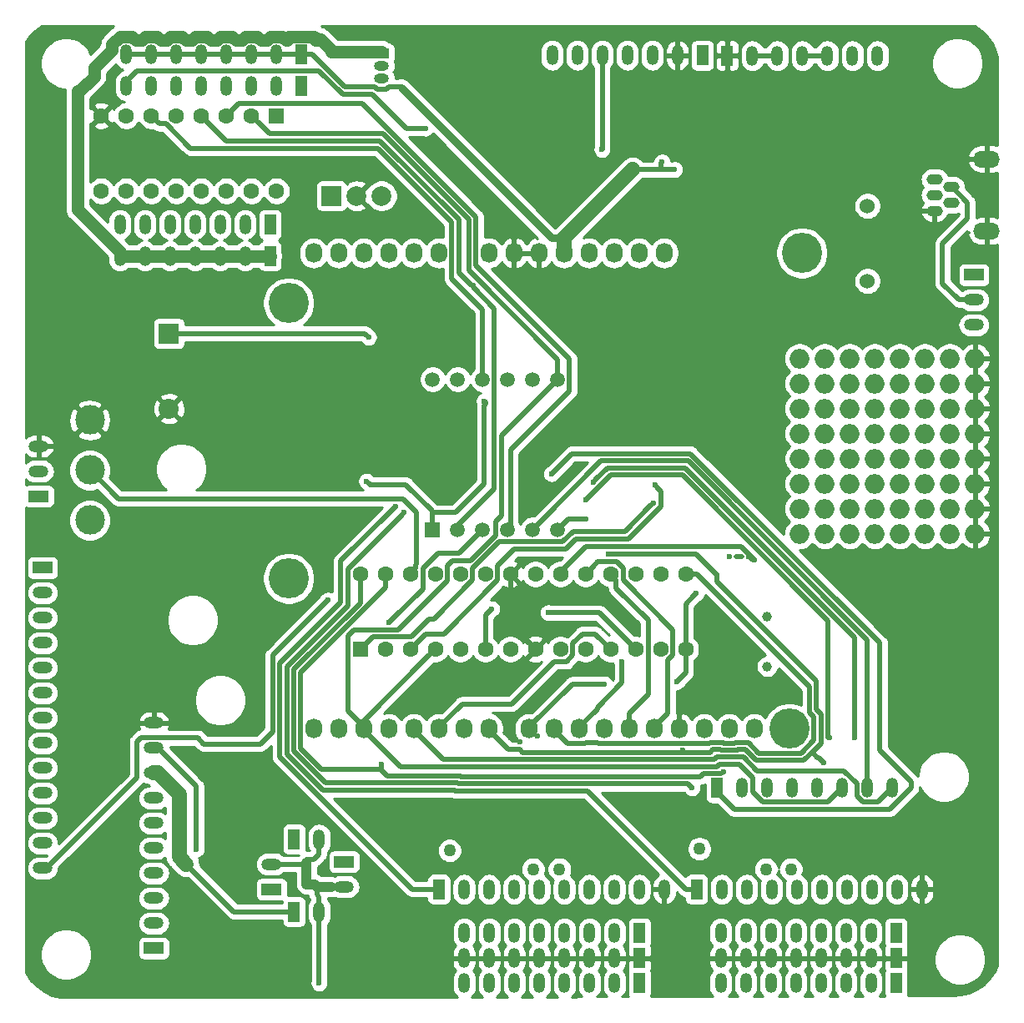
<source format=gbl>
G04 #@! TF.GenerationSoftware,KiCad,Pcbnew,(5.1.2)-1*
G04 #@! TF.CreationDate,2020-03-28T17:23:29-07:00*
G04 #@! TF.ProjectId,Luciebox,4c756369-6562-46f7-982e-6b696361645f,rev?*
G04 #@! TF.SameCoordinates,Original*
G04 #@! TF.FileFunction,Copper,L2,Bot*
G04 #@! TF.FilePolarity,Positive*
%FSLAX46Y46*%
G04 Gerber Fmt 4.6, Leading zero omitted, Abs format (unit mm)*
G04 Created by KiCad (PCBNEW (5.1.2)-1) date 2020-03-28 17:23:29*
%MOMM*%
%LPD*%
G04 APERTURE LIST*
%ADD10O,1.200000X2.000000*%
%ADD11R,1.200000X2.000000*%
%ADD12C,1.500000*%
%ADD13R,1.500000X1.500000*%
%ADD14O,2.000000X1.200000*%
%ADD15R,2.000000X1.200000*%
%ADD16C,1.524000*%
%ADD17O,1.650000X1.100000*%
%ADD18O,2.700000X1.700000*%
%ADD19R,2.032000X2.032000*%
%ADD20C,2.032000*%
%ADD21O,2.000000X2.000000*%
%ADD22C,3.000000*%
%ADD23C,1.000000*%
%ADD24C,2.000000*%
%ADD25R,2.000000X2.000000*%
%ADD26C,1.600000*%
%ADD27R,1.600000X1.600000*%
%ADD28R,1.500000X1.000000*%
%ADD29O,1.500000X1.000000*%
%ADD30O,1.727200X2.032000*%
%ADD31C,4.064000*%
%ADD32C,0.600000*%
%ADD33C,1.270000*%
%ADD34C,0.508000*%
%ADD35C,1.270000*%
%ADD36C,0.500000*%
%ADD37C,1.500000*%
%ADD38C,0.762000*%
%ADD39C,1.000000*%
%ADD40C,0.254000*%
G04 APERTURE END LIST*
D10*
X88890000Y-78245000D03*
X86350000Y-78245000D03*
X83810000Y-78245000D03*
X81270000Y-78245000D03*
X78730000Y-78245000D03*
X76190000Y-78245000D03*
X73650000Y-78245000D03*
D11*
X71110000Y-78245000D03*
D12*
X42230200Y-36792200D03*
X44770200Y-36792200D03*
X47310200Y-36792200D03*
X49850200Y-36792200D03*
X52390200Y-36792200D03*
X54930200Y-36792200D03*
X54930200Y-52032200D03*
X52390200Y-52032200D03*
X49850200Y-52032200D03*
X47310200Y-52032200D03*
X44770200Y-52032200D03*
D13*
X42230200Y-52032200D03*
D10*
X11166000Y-6998000D03*
X13706000Y-6998000D03*
X16246000Y-6998000D03*
X18786000Y-6998000D03*
X21326000Y-6998000D03*
X23866000Y-6998000D03*
X26406000Y-6998000D03*
D11*
X28946000Y-6998000D03*
D10*
X11166000Y-3823000D03*
X13706000Y-3823000D03*
X16246000Y-3823000D03*
X18786000Y-3823000D03*
X21326000Y-3823000D03*
X23866000Y-3823000D03*
X26406000Y-3823000D03*
D11*
X28946000Y-3823000D03*
D14*
X25898000Y-85992000D03*
D15*
X25898000Y-88532000D03*
D10*
X30724000Y-90818000D03*
D11*
X28184000Y-90818000D03*
D14*
X33264000Y-88278000D03*
D15*
X33264000Y-85738000D03*
D10*
X30724000Y-83452000D03*
D11*
X28184000Y-83452000D03*
D14*
X13960000Y-71641000D03*
X13960000Y-74181000D03*
X13960000Y-76721000D03*
X13960000Y-79261000D03*
X13960000Y-81801000D03*
X13960000Y-84341000D03*
X13960000Y-86881000D03*
X13960000Y-89421000D03*
X13960000Y-91961000D03*
D15*
X13960000Y-94501000D03*
D14*
X97145000Y-31255000D03*
X97145000Y-28715000D03*
D15*
X97145000Y-26175000D03*
D16*
X86350000Y-19190000D03*
X86350000Y-26810000D03*
D17*
X93155000Y-19685000D03*
X94855000Y-18885000D03*
X93155000Y-18085000D03*
X94855000Y-17285000D03*
X93155000Y-16485000D03*
D18*
X98455000Y-21735000D03*
X98455000Y-14435000D03*
D10*
X65743558Y-88532000D03*
X63203558Y-88532000D03*
X60663558Y-88532000D03*
X58123558Y-88532000D03*
X55583558Y-88532000D03*
X53043558Y-88532000D03*
X50503558Y-88532000D03*
X47963558Y-88532000D03*
X45423558Y-88532000D03*
D11*
X42883558Y-88532000D03*
D10*
X91890932Y-88531404D03*
X89350932Y-88531404D03*
X86810932Y-88531404D03*
X84270932Y-88531404D03*
X81730932Y-88531404D03*
X79190932Y-88531404D03*
X76650932Y-88531404D03*
X74110932Y-88531404D03*
X71570932Y-88531404D03*
D11*
X69030932Y-88531404D03*
D10*
X45456000Y-92977000D03*
X47996000Y-92977000D03*
X50536000Y-92977000D03*
X53076000Y-92977000D03*
X55616000Y-92977000D03*
X58156000Y-92977000D03*
X60696000Y-92977000D03*
D11*
X63236000Y-92977000D03*
D10*
X45456000Y-95517000D03*
X47996000Y-95517000D03*
X50536000Y-95517000D03*
X53076000Y-95517000D03*
X55616000Y-95517000D03*
X58156000Y-95517000D03*
X60696000Y-95517000D03*
D11*
X63236000Y-95517000D03*
D10*
X45456000Y-98057000D03*
X47996000Y-98057000D03*
X50536000Y-98057000D03*
X53076000Y-98057000D03*
X55616000Y-98057000D03*
X58156000Y-98057000D03*
X60696000Y-98057000D03*
D11*
X63236000Y-98057000D03*
D10*
X71491000Y-95517000D03*
X74031000Y-95517000D03*
X76571000Y-95517000D03*
X79111000Y-95517000D03*
X81651000Y-95517000D03*
X84191000Y-95517000D03*
X86731000Y-95517000D03*
D11*
X89271000Y-95517000D03*
D10*
X71491000Y-98057000D03*
X74031000Y-98057000D03*
X76571000Y-98057000D03*
X79111000Y-98057000D03*
X81651000Y-98057000D03*
X84191000Y-98057000D03*
X86731000Y-98057000D03*
D11*
X89271000Y-98057000D03*
D10*
X71491000Y-92977000D03*
X74031000Y-92977000D03*
X76571000Y-92977000D03*
X79111000Y-92977000D03*
X81651000Y-92977000D03*
X84191000Y-92977000D03*
X86731000Y-92977000D03*
D11*
X89271000Y-92977000D03*
D19*
X15484000Y-32144000D03*
D20*
X15484000Y-39764000D03*
D14*
X2276000Y-43574000D03*
X2276000Y-46114000D03*
D15*
X2276000Y-48654000D03*
D21*
X79492000Y-52464000D03*
X79479300Y-49924000D03*
X79492000Y-47384000D03*
X79504700Y-44844000D03*
X79492000Y-42304000D03*
X79479300Y-39764000D03*
X79492000Y-37224000D03*
X79479300Y-34684000D03*
X82032000Y-52464000D03*
X82019300Y-49924000D03*
X82032000Y-47384000D03*
X82044700Y-44844000D03*
X82032000Y-42304000D03*
X82019300Y-39764000D03*
X82032000Y-37224000D03*
X82019300Y-34684000D03*
X84572000Y-52464000D03*
X84559300Y-49924000D03*
X84572000Y-47384000D03*
X84584700Y-44844000D03*
X84572000Y-42304000D03*
X84559300Y-39764000D03*
X84572000Y-37224000D03*
X84559300Y-34684000D03*
X87112000Y-52464000D03*
X87099300Y-49924000D03*
X87112000Y-47384000D03*
X87124700Y-44844000D03*
X87112000Y-42304000D03*
X87099300Y-39764000D03*
X87112000Y-37224000D03*
X87099300Y-34684000D03*
X89652000Y-52464000D03*
X89639300Y-49924000D03*
X89652000Y-47384000D03*
X89664700Y-44844000D03*
X89652000Y-42304000D03*
X89639300Y-39764000D03*
X89652000Y-37224000D03*
X89639300Y-34684000D03*
X92192000Y-52464000D03*
X92179300Y-49924000D03*
X92192000Y-47384000D03*
X92204700Y-44844000D03*
X92192000Y-42304000D03*
X92179300Y-39764000D03*
X92192000Y-37224000D03*
X92179300Y-34684000D03*
X94732000Y-52464000D03*
X94719300Y-49924000D03*
X94732000Y-47384000D03*
X94744700Y-44844000D03*
X94732000Y-42304000D03*
X94719300Y-39764000D03*
X94732000Y-37224000D03*
X94719300Y-34684000D03*
X97272000Y-52464000D03*
X97259300Y-49924000D03*
X97272000Y-47384000D03*
X97284700Y-44844000D03*
X97272000Y-42304000D03*
X97259300Y-39764000D03*
X97272000Y-37224000D03*
X97259300Y-34684000D03*
D22*
X7457600Y-40932400D03*
X7457600Y-46012400D03*
X7457600Y-51092400D03*
D23*
X76190000Y-60846000D03*
X76190000Y-65926000D03*
D24*
X37074000Y-18174000D03*
X34534000Y-18174000D03*
D25*
X31994000Y-18174000D03*
D10*
X87366000Y-3950000D03*
X84826000Y-3950000D03*
X82286000Y-3950000D03*
X79746000Y-3950000D03*
X77206000Y-3950000D03*
X74666000Y-3950000D03*
D11*
X72126000Y-3950000D03*
D14*
X2678613Y-86378259D03*
X2678613Y-83838259D03*
X2678613Y-81298259D03*
X2678613Y-78758259D03*
X2678613Y-76218259D03*
X2678613Y-73678259D03*
X2678613Y-71138259D03*
X2678613Y-68598259D03*
X2678613Y-66058259D03*
X2678613Y-63518259D03*
X2678613Y-60978259D03*
X2678613Y-58438259D03*
D15*
X2678613Y-55898259D03*
D10*
X54371400Y-3924600D03*
X56911400Y-3924600D03*
X59451400Y-3924600D03*
X61991400Y-3924600D03*
X64531400Y-3924600D03*
X67071400Y-3924600D03*
D11*
X69611400Y-3924600D03*
D10*
X10531000Y-24270000D03*
X13071000Y-24270000D03*
X15611000Y-24270000D03*
X18151000Y-24270000D03*
X20691000Y-24270000D03*
X23231000Y-24270000D03*
D11*
X25771000Y-24270000D03*
D10*
X10531000Y-21095000D03*
X13071000Y-21095000D03*
X15611000Y-21095000D03*
X18151000Y-21095000D03*
X20691000Y-21095000D03*
X23231000Y-21095000D03*
D11*
X25771000Y-21095000D03*
D26*
X34889600Y-56553400D03*
X37429600Y-56553400D03*
X39969600Y-56553400D03*
X42509600Y-56553400D03*
X45049600Y-56553400D03*
X47589600Y-56553400D03*
X50129600Y-56553400D03*
X52669600Y-56553400D03*
X55209600Y-56553400D03*
X57749600Y-56553400D03*
X60289600Y-56553400D03*
X62829600Y-56553400D03*
X65369600Y-56553400D03*
X67909600Y-56553400D03*
X67909600Y-64173400D03*
X65369600Y-64173400D03*
X62829600Y-64173400D03*
X60289600Y-64173400D03*
X57749600Y-64173400D03*
X55209600Y-64173400D03*
X52669600Y-64173400D03*
X50129600Y-64173400D03*
X47589600Y-64173400D03*
X45049600Y-64173400D03*
X42509600Y-64173400D03*
X39969600Y-64173400D03*
X37429600Y-64173400D03*
D27*
X34889600Y-64173400D03*
D28*
X37074000Y-3696000D03*
D29*
X37074000Y-6236000D03*
X37074000Y-4966000D03*
D26*
X8623475Y-17666000D03*
X8623475Y-10046000D03*
X26403475Y-17666000D03*
X23863475Y-17666000D03*
X21323475Y-17666000D03*
X18783475Y-17666000D03*
X16243475Y-17666000D03*
X13703475Y-17666000D03*
X11163475Y-17666000D03*
X11163475Y-10046000D03*
X13703475Y-10046000D03*
X16243475Y-10046000D03*
X18783475Y-10046000D03*
X21323475Y-10046000D03*
X23863475Y-10046000D03*
D27*
X26403475Y-10046000D03*
D30*
X65738800Y-23973400D03*
X63198800Y-23973400D03*
X60658800Y-23973400D03*
X58118800Y-23973400D03*
X55578800Y-23973400D03*
X53038800Y-23973400D03*
X50498800Y-23973400D03*
X47958800Y-23973400D03*
X42878800Y-23973400D03*
X40338800Y-23973400D03*
X37798800Y-23973400D03*
X35258800Y-23973400D03*
X32718800Y-23973400D03*
X30178800Y-23973400D03*
X74882800Y-72233400D03*
X72342800Y-72233400D03*
X69802800Y-72233400D03*
X67262800Y-72233400D03*
X64722800Y-72233400D03*
X62182800Y-72233400D03*
X59642800Y-72233400D03*
X57102800Y-72233400D03*
X54562800Y-72233400D03*
X52022800Y-72233400D03*
X47958800Y-72233400D03*
X45418800Y-72233400D03*
X42878800Y-72233400D03*
X40338800Y-72233400D03*
X37798800Y-72233400D03*
X35258800Y-72233400D03*
X32718800Y-72233400D03*
X30178800Y-72233400D03*
D31*
X79708800Y-23973400D03*
X27638800Y-29053400D03*
X78438800Y-72233400D03*
X27638800Y-56993400D03*
D32*
X52525794Y-69726400D03*
X55616000Y-67196000D03*
X8372000Y-88532000D03*
X50155000Y-73165000D03*
X51094083Y-73608057D03*
X31620990Y-59195000D03*
X39360000Y-50305000D03*
X38474038Y-49694810D03*
X37074000Y-75832000D03*
X71745000Y-76581453D03*
X35742021Y-32525000D03*
X68570000Y-78245000D03*
X52876615Y-72972980D03*
X67046000Y-67450000D03*
X59680000Y-67704000D03*
X68996695Y-58478695D03*
X46344932Y-27256021D03*
X60096644Y-54510478D03*
X71110000Y-56655000D03*
X67634844Y-74457420D03*
X48250008Y-60084000D03*
X81905000Y-75705000D03*
X64785473Y-47535860D03*
X41519000Y-11316000D03*
X37836000Y-61457387D03*
X54306118Y-46375990D03*
X62509224Y-44324969D03*
X58511834Y-47231834D03*
X85080000Y-73165000D03*
X35550004Y-47130000D03*
X47488000Y-39002000D03*
X57775000Y-49035000D03*
X82540000Y-73165000D03*
X57775000Y-50940000D03*
X61458000Y-65418000D03*
X53959590Y-60470810D03*
X66792000Y-15507000D03*
X66030000Y-15507000D03*
X65268000Y-15507000D03*
X65522000Y-14745000D03*
X74285000Y-54750000D03*
X73396000Y-54750000D03*
X72380000Y-54750000D03*
X74894834Y-55156166D03*
X59426000Y-13474998D03*
X64640988Y-49315339D03*
D33*
X69300976Y-84420882D03*
X76063000Y-86500000D03*
X78603000Y-86500000D03*
X43972568Y-84592589D03*
X52441000Y-86500000D03*
X55108000Y-86500000D03*
D32*
X30724000Y-98057000D03*
X18278000Y-84468000D03*
D34*
X55191736Y-67196000D02*
X55616000Y-67196000D01*
X52525794Y-69726400D02*
X55056194Y-67196000D01*
X55056194Y-67196000D02*
X55191736Y-67196000D01*
X50129600Y-56553400D02*
X50129600Y-61633400D01*
X51869601Y-63373401D02*
X52669600Y-64173400D01*
X50129600Y-61633400D02*
X51869601Y-63373401D01*
X12690000Y-73128425D02*
X12726575Y-73165000D01*
X3078613Y-86378259D02*
X12247989Y-77208883D01*
X26025000Y-64790990D02*
X31620990Y-59195000D01*
X14870151Y-73165000D02*
X18405000Y-73165000D01*
X13123415Y-73126990D02*
X14832141Y-73126990D01*
X19040000Y-73800000D02*
X24755000Y-73800000D01*
X14832141Y-73126990D02*
X14870151Y-73165000D01*
X2678613Y-86378259D02*
X3078613Y-86378259D01*
X12690000Y-73165000D02*
X12690000Y-73128425D01*
X13085405Y-73165000D02*
X13123415Y-73126990D01*
X12247989Y-73607011D02*
X12690000Y-73165000D01*
X12726575Y-73165000D02*
X13085405Y-73165000D01*
X24755000Y-73800000D02*
X26025000Y-72530000D01*
X12247989Y-77208883D02*
X12247989Y-73607011D01*
X18405000Y-73165000D02*
X19040000Y-73800000D01*
X26025000Y-72530000D02*
X26025000Y-64790990D01*
X67922932Y-88531404D02*
X57928571Y-78537043D01*
X44536931Y-78537043D02*
X44463920Y-78464032D01*
X44463920Y-78464032D02*
X31099477Y-78464032D01*
X27445174Y-65932270D02*
X33635600Y-59741844D01*
X33635600Y-59741844D02*
X33635600Y-56029400D01*
X39060001Y-50604999D02*
X39360000Y-50305000D01*
X31099477Y-78464032D02*
X27445174Y-74809729D01*
X69030932Y-88531404D02*
X67922932Y-88531404D01*
X33635600Y-56029400D02*
X39060001Y-50604999D01*
X57928571Y-78537043D02*
X44536931Y-78537043D01*
X27445174Y-74809729D02*
X27445174Y-65932270D01*
X26737163Y-65639003D02*
X32927589Y-59448577D01*
X32927589Y-59448577D02*
X32927589Y-55241259D01*
X32927589Y-55241259D02*
X38174039Y-49994809D01*
X42883558Y-88532000D02*
X40166167Y-88532000D01*
X38174039Y-49994809D02*
X38474038Y-49694810D01*
X26737163Y-75102996D02*
X26737163Y-65639003D01*
X40166167Y-88532000D02*
X26737163Y-75102996D01*
X10347638Y-48902438D02*
X39227438Y-48902438D01*
X40547588Y-55975412D02*
X39969600Y-56553400D01*
X40630000Y-55575800D02*
X40547588Y-55658212D01*
X39227438Y-48902438D02*
X40630000Y-50305000D01*
X40547588Y-55658212D02*
X40547588Y-55975412D01*
X40630000Y-50305000D02*
X40630000Y-55575800D01*
X7457600Y-46012400D02*
X10347638Y-48902438D01*
X36990264Y-76340000D02*
X36947000Y-76340000D01*
X37074000Y-76256264D02*
X36990264Y-76340000D01*
X37074000Y-75832000D02*
X37074000Y-76256264D01*
X45050454Y-77048010D02*
X45123465Y-77121021D01*
X71535454Y-76790999D02*
X71745000Y-76581453D01*
X37655010Y-77048010D02*
X45050454Y-77048010D01*
X36947000Y-76340000D02*
X37655010Y-77048010D01*
X45123465Y-77121021D02*
X69425257Y-77121021D01*
X69425257Y-77121021D02*
X69755279Y-76790999D01*
X69755279Y-76790999D02*
X71535454Y-76790999D01*
X30978000Y-76339999D02*
X36947000Y-76340000D01*
X28861196Y-74223195D02*
X30978000Y-76339999D01*
X28861196Y-66518804D02*
X28861196Y-74223195D01*
X37429600Y-56553400D02*
X37429600Y-57950400D01*
X37429600Y-57950400D02*
X28861196Y-66518804D01*
X35361021Y-32144000D02*
X35442022Y-32225001D01*
X15484000Y-32144000D02*
X35361021Y-32144000D01*
X35442022Y-32225001D02*
X35742021Y-32525000D01*
X31392744Y-77756021D02*
X44757187Y-77756021D01*
X28153186Y-74516463D02*
X31392744Y-77756021D01*
X34889600Y-59489122D02*
X28153186Y-66225536D01*
X44757187Y-77756021D02*
X44830198Y-77829032D01*
X34889600Y-56553400D02*
X34889600Y-59489122D01*
X44830198Y-77829032D02*
X68154032Y-77829032D01*
X28153186Y-66225536D02*
X28153186Y-74516463D01*
X68154032Y-77829032D02*
X68570000Y-78245000D01*
X67909600Y-66586400D02*
X67345999Y-67150001D01*
X67345999Y-67150001D02*
X67046000Y-67450000D01*
X67909600Y-64173400D02*
X67909600Y-66586400D01*
X59255736Y-67704000D02*
X59680000Y-67704000D01*
X52022800Y-72233400D02*
X52022800Y-72081000D01*
X56399800Y-67704000D02*
X59255736Y-67704000D01*
X52022800Y-72081000D02*
X56399800Y-67704000D01*
X67909600Y-59565790D02*
X68696696Y-58778694D01*
X68696696Y-58778694D02*
X68996695Y-58478695D01*
X67909600Y-64173400D02*
X67909600Y-59565790D01*
X46156021Y-27256021D02*
X46344932Y-27256021D01*
X44904422Y-26004422D02*
X46156021Y-27256021D01*
X44904422Y-20572866D02*
X44904422Y-26004422D01*
X36917556Y-12586000D02*
X44904422Y-20572866D01*
X18783475Y-10046000D02*
X21323475Y-12586000D01*
X21323475Y-12586000D02*
X36917556Y-12586000D01*
X44770200Y-51625800D02*
X44770200Y-52032200D01*
X48514201Y-47881799D02*
X44770200Y-51625800D01*
X48514201Y-29614201D02*
X48514201Y-47881799D01*
X46344932Y-27256021D02*
X46344932Y-27444932D01*
X46344932Y-27444932D02*
X48514201Y-29614201D01*
X70810001Y-56355001D02*
X71110000Y-56655000D01*
X68965478Y-54510478D02*
X70810001Y-56355001D01*
X60096644Y-54510478D02*
X68965478Y-54510478D01*
X73181838Y-74411421D02*
X73231270Y-74361989D01*
X70691270Y-74361989D02*
X71454330Y-74361989D01*
X75059753Y-75427412D02*
X79925348Y-75427412D01*
X81196989Y-67376949D02*
X71110000Y-57289960D01*
X73231270Y-74361989D02*
X73994330Y-74361989D01*
X71110000Y-57289960D02*
X71110000Y-57079264D01*
X81632812Y-73719948D02*
X81632812Y-70746852D01*
X71503762Y-74411421D02*
X73181838Y-74411421D01*
X47958800Y-72233400D02*
X47958800Y-72385800D01*
X70386293Y-74666966D02*
X70691270Y-74361989D01*
X49934990Y-74361990D02*
X51083268Y-74361990D01*
X81632812Y-70746852D02*
X81196989Y-70311029D01*
X81196989Y-70311029D02*
X81196989Y-67376949D01*
X51083268Y-74361990D02*
X51388244Y-74666966D01*
X73994330Y-74361989D02*
X75059753Y-75427412D01*
X71110000Y-57079264D02*
X71110000Y-56655000D01*
X51388244Y-74666966D02*
X70386293Y-74666966D01*
X71454330Y-74361989D02*
X71503762Y-74411421D01*
X47958800Y-72385800D02*
X49934990Y-74361990D01*
X47950009Y-60383999D02*
X48250008Y-60084000D01*
X47589600Y-64173400D02*
X47589600Y-60744408D01*
X47589600Y-60744408D02*
X47950009Y-60383999D01*
X50155000Y-43955000D02*
X50155000Y-51727400D01*
X56134201Y-37975799D02*
X50155000Y-43955000D01*
X22577476Y-8791999D02*
X35126111Y-8791999D01*
X21323475Y-10046000D02*
X22577476Y-8791999D01*
X35126111Y-8791999D02*
X46641190Y-20307078D01*
X46641190Y-20307078D02*
X46641190Y-25253880D01*
X50155000Y-51727400D02*
X49850200Y-52032200D01*
X46641190Y-25253880D02*
X56134201Y-34746891D01*
X56134201Y-34746891D02*
X56134201Y-37975799D01*
X76190000Y-78245000D02*
X76190000Y-77610000D01*
X73650000Y-75070000D02*
X73524537Y-75070000D01*
X73524537Y-75070000D02*
X73475105Y-75119432D01*
X73475105Y-75119432D02*
X71159432Y-75119432D01*
X40338800Y-72385800D02*
X40338800Y-72233400D01*
X43327977Y-75374977D02*
X40338800Y-72385800D01*
X70805023Y-75374977D02*
X43327977Y-75374977D01*
X71110000Y-75070000D02*
X70805023Y-75374977D01*
X41709601Y-64973399D02*
X42509600Y-64173400D01*
X35258800Y-71424200D02*
X41709601Y-64973399D01*
X35258800Y-72233400D02*
X35258800Y-71424200D01*
X24663474Y-10845999D02*
X23863475Y-10046000D01*
X54930200Y-34760200D02*
X45933179Y-25763179D01*
X54930200Y-36792200D02*
X54930200Y-34760200D01*
X45933179Y-20600345D02*
X37210823Y-11877989D01*
X45933179Y-25763179D02*
X45933179Y-20600345D01*
X37210823Y-11877989D02*
X25695464Y-11877989D01*
X25695464Y-11877989D02*
X24663474Y-10845999D01*
X79925348Y-75427412D02*
X80776380Y-74576380D01*
X80776380Y-74576380D02*
X81632812Y-73719948D01*
X80776380Y-74695390D02*
X80776380Y-74576380D01*
X81270000Y-75189010D02*
X80776380Y-74695390D01*
X81905000Y-75705000D02*
X81389010Y-75189010D01*
X81389010Y-75189010D02*
X81270000Y-75189010D01*
X73749022Y-75119432D02*
X73475105Y-75119432D01*
X85295990Y-79081585D02*
X85295990Y-77840395D01*
X88890000Y-78245000D02*
X87435990Y-79699010D01*
X85295990Y-77840395D02*
X83966826Y-76511231D01*
X75140821Y-76511231D02*
X73749022Y-75119432D01*
X83966826Y-76511231D02*
X75140821Y-76511231D01*
X85913415Y-79699010D02*
X85295990Y-79081585D01*
X87435990Y-79699010D02*
X85913415Y-79699010D01*
X35258800Y-72081000D02*
X35258800Y-72233400D01*
X34280000Y-62211388D02*
X33635599Y-62855789D01*
X38741890Y-62211388D02*
X34280000Y-62211388D01*
X33635599Y-70457799D02*
X35258800Y-72081000D01*
X43763601Y-57189677D02*
X38741890Y-62211388D01*
X43763601Y-55680399D02*
X43763601Y-57189677D01*
X44239989Y-55204011D02*
X43763601Y-55680399D01*
X33635599Y-62855789D02*
X33635599Y-70457799D01*
X54930200Y-36792200D02*
X49222212Y-42500188D01*
X49222212Y-50602788D02*
X48646199Y-51178801D01*
X49222212Y-42500188D02*
X49222212Y-50602788D01*
X48646199Y-51178801D02*
X48646199Y-52639601D01*
X48646199Y-52639601D02*
X46081789Y-55204011D01*
X46081789Y-55204011D02*
X44239989Y-55204011D01*
X71098290Y-76082988D02*
X71353835Y-75827443D01*
X71353835Y-75827443D02*
X73341111Y-75827443D01*
X74704010Y-77190342D02*
X74704010Y-78649605D01*
X73341111Y-75827443D02*
X74704010Y-77190342D01*
X75753415Y-79699010D02*
X82355990Y-79699010D01*
X74704010Y-78649605D02*
X75753415Y-79699010D01*
X38955988Y-76082988D02*
X71098290Y-76082988D01*
X35258800Y-72385800D02*
X38955988Y-76082988D01*
X82355990Y-79699010D02*
X83810000Y-78245000D01*
X35258800Y-72233400D02*
X35258800Y-72385800D01*
X48843601Y-57155321D02*
X48843601Y-55680399D01*
X65395000Y-48145387D02*
X65085472Y-47835859D01*
X43374922Y-62624000D02*
X48843601Y-57155321D01*
X65395000Y-49670000D02*
X65395000Y-48145387D01*
X65085472Y-47835859D02*
X64785473Y-47535860D01*
X55743001Y-53987999D02*
X56759000Y-52972000D01*
X41519000Y-62624000D02*
X43374922Y-62624000D01*
X56759000Y-52972000D02*
X62093000Y-52972000D01*
X50536000Y-53988000D02*
X55743001Y-53987999D01*
X39969600Y-64173400D02*
X41519000Y-62624000D01*
X62093000Y-52972000D02*
X65395000Y-49670000D01*
X48843601Y-55680399D02*
X50536000Y-53988000D01*
X37429600Y-64173400D02*
X37429600Y-63741600D01*
X41519000Y-11316000D02*
X41519000Y-11316000D01*
X11166000Y-6998000D02*
X11166000Y-6598000D01*
X11166000Y-6598000D02*
X12274000Y-5490000D01*
X39553549Y-11316000D02*
X41094736Y-11316000D01*
X41094736Y-11316000D02*
X41519000Y-11316000D01*
X33127743Y-7898021D02*
X36135570Y-7898021D01*
X30719722Y-5490000D02*
X33127743Y-7898021D01*
X36135570Y-7898021D02*
X39553549Y-11316000D01*
X12274000Y-5490000D02*
X30719722Y-5490000D01*
X38135999Y-61157388D02*
X37836000Y-61457387D01*
X41255599Y-55951479D02*
X41255599Y-58037788D01*
X44906601Y-54435799D02*
X42771279Y-54435799D01*
X47310200Y-52032200D02*
X44906601Y-54435799D01*
X42771279Y-54435799D02*
X41255599Y-55951479D01*
X41255599Y-58037788D02*
X38135999Y-61157388D01*
X62084960Y-44324969D02*
X62509224Y-44324969D01*
X54306118Y-46375990D02*
X56357139Y-44324969D01*
X56357139Y-44324969D02*
X62084960Y-44324969D01*
X71110000Y-78645000D02*
X71110000Y-78245000D01*
X72872021Y-80407021D02*
X71110000Y-78645000D01*
X88618574Y-80407021D02*
X72872021Y-80407021D01*
X68411053Y-44324969D02*
X87620000Y-63533916D01*
X62509224Y-44324969D02*
X68411053Y-44324969D01*
X87620000Y-63533916D02*
X87620000Y-74435000D01*
X87620000Y-74435000D02*
X90795000Y-77610000D01*
X90795000Y-77610000D02*
X90795000Y-78230595D01*
X90795000Y-78230595D02*
X88618574Y-80407021D01*
X66623601Y-64775321D02*
X66623601Y-62203323D01*
X66623601Y-62203323D02*
X61575599Y-57155321D01*
X66094400Y-70709400D02*
X66094400Y-65304522D01*
X64722800Y-72233400D02*
X64722800Y-72081000D01*
X64722800Y-72081000D02*
X66094400Y-70709400D01*
X66094400Y-65304522D02*
X66623601Y-64775321D01*
X47310200Y-35731540D02*
X47310200Y-36792200D01*
X47310200Y-29680200D02*
X47310200Y-35731540D01*
X44196411Y-26566411D02*
X47310200Y-29680200D01*
X14503474Y-10845999D02*
X15187552Y-10845999D01*
X13703475Y-10046000D02*
X14503474Y-10845999D01*
X15187552Y-10845999D02*
X17689553Y-13348000D01*
X17689553Y-13348000D02*
X36678278Y-13348000D01*
X36678278Y-13348000D02*
X44196411Y-20866133D01*
X44196411Y-20866133D02*
X44196411Y-26566411D01*
X58549599Y-55753401D02*
X57749600Y-56553400D01*
X59003601Y-55299399D02*
X58549599Y-55753401D01*
X60891521Y-55299399D02*
X59003601Y-55299399D01*
X61575599Y-55983477D02*
X60891521Y-55299399D01*
X61575599Y-57155321D02*
X61575599Y-55983477D01*
X58811833Y-46931835D02*
X58511834Y-47231834D01*
X59956679Y-45786989D02*
X58811833Y-46931835D01*
X67870521Y-45786989D02*
X59956679Y-45786989D01*
X85080000Y-73165000D02*
X85080000Y-62996468D01*
X85080000Y-62996468D02*
X67870521Y-45786989D01*
X60867588Y-57131388D02*
X60289600Y-56553400D01*
X62182800Y-72233400D02*
X62182800Y-70709400D01*
X64115599Y-68776601D02*
X64115599Y-61217599D01*
X64115599Y-61217599D02*
X60867588Y-57969588D01*
X62182800Y-70709400D02*
X64115599Y-68776601D01*
X60867588Y-57969588D02*
X60867588Y-57131388D01*
X35850003Y-47429999D02*
X35550004Y-47130000D01*
X35880204Y-47460200D02*
X35850003Y-47429999D01*
X39537800Y-47460200D02*
X35880204Y-47460200D01*
X42230200Y-50305000D02*
X42230200Y-50152600D01*
X42230200Y-50152600D02*
X39537800Y-47460200D01*
X47615000Y-39129000D02*
X47488000Y-39002000D01*
X42230200Y-50305000D02*
X44567000Y-50305000D01*
X42230200Y-52032200D02*
X42230200Y-50305000D01*
X44567000Y-50305000D02*
X47488000Y-47384000D01*
X47488000Y-47384000D02*
X47488000Y-39428999D01*
X47488000Y-39428999D02*
X47615000Y-39301999D01*
X47615000Y-39301999D02*
X47615000Y-39129000D01*
X82340818Y-61258564D02*
X67577254Y-46495000D01*
X67577254Y-46495000D02*
X60315000Y-46495000D01*
X60315000Y-46495000D02*
X58410000Y-48400000D01*
X58410000Y-48400000D02*
X57775000Y-49035000D01*
X82340818Y-70453581D02*
X82340822Y-70453585D01*
X82340818Y-61258564D02*
X82340818Y-70453581D01*
X82340822Y-70453585D02*
X82340822Y-73165000D01*
X56022400Y-50940000D02*
X54930200Y-52032200D01*
X57775000Y-50940000D02*
X56022400Y-50940000D01*
X61458000Y-67577000D02*
X61458000Y-65418000D01*
X58948062Y-70086938D02*
X61458000Y-67577000D01*
X58948062Y-70235738D02*
X58948062Y-70086938D01*
X57102800Y-72233400D02*
X57102800Y-72081000D01*
X57102800Y-72081000D02*
X58948062Y-70235738D01*
X80924801Y-71040119D02*
X80924801Y-73426681D01*
X57823465Y-73653979D02*
X57720044Y-73757400D01*
X80488978Y-70604296D02*
X80924801Y-71040119D01*
X79632081Y-74719401D02*
X75353020Y-74719401D01*
X58996535Y-73653979D02*
X57823465Y-73653979D01*
X70348571Y-73703410D02*
X59045966Y-73703410D01*
X54562800Y-72385800D02*
X54562800Y-72233400D01*
X75353020Y-74719401D02*
X74287597Y-73653978D01*
X80488978Y-68001408D02*
X80488978Y-70604296D01*
X70398003Y-73653978D02*
X70348571Y-73703410D01*
X74287597Y-73653978D02*
X72938003Y-73653978D01*
X57720044Y-73757400D02*
X55934400Y-73757400D01*
X67909600Y-56553400D02*
X69040970Y-56553400D01*
X71747597Y-73653978D02*
X70398003Y-73653978D01*
X55934400Y-73757400D02*
X54562800Y-72385800D01*
X72938003Y-73653978D02*
X72888571Y-73703410D01*
X69040970Y-56553400D02*
X80488978Y-68001408D01*
X59045966Y-73703410D02*
X58996535Y-73653979D01*
X72888571Y-73703410D02*
X71797029Y-73703410D01*
X71797029Y-73703410D02*
X71747597Y-73653978D01*
X80924801Y-73426681D02*
X79632081Y-74719401D01*
X62829600Y-64173400D02*
X59127010Y-60470810D01*
X59127010Y-60470810D02*
X54383854Y-60470810D01*
X54383854Y-60470810D02*
X53959590Y-60470810D01*
X57443078Y-62624000D02*
X56463601Y-63603477D01*
X58740200Y-62624000D02*
X57443078Y-62624000D01*
X60289600Y-64173400D02*
X58740200Y-62624000D01*
X56463601Y-64775321D02*
X55811521Y-65427401D01*
X56463601Y-63603477D02*
X56463601Y-64775321D01*
X55811521Y-65427401D02*
X54600875Y-65427401D01*
X50292276Y-69736000D02*
X45223800Y-69736000D01*
X54600875Y-65427401D02*
X50292276Y-69736000D01*
X45223800Y-69736000D02*
X42878800Y-72081000D01*
X42878800Y-72081000D02*
X42878800Y-72233400D01*
X68163787Y-45078979D02*
X59343421Y-45078979D01*
X86350000Y-63265190D02*
X68163787Y-45078979D01*
X53140199Y-51282201D02*
X52390200Y-52032200D01*
X59343421Y-45078979D02*
X53140199Y-51282201D01*
X86350000Y-78245000D02*
X86350000Y-63265190D01*
D35*
X37074000Y-3569000D02*
X31994000Y-3569000D01*
D34*
X10531000Y-23870000D02*
X10531000Y-24270000D01*
X30851000Y-2299000D02*
X30724000Y-2299000D01*
X32051010Y-3626010D02*
X32051010Y-3499010D01*
D35*
X32051010Y-3499010D02*
X30851000Y-2299000D01*
X10531000Y-24270000D02*
X13071000Y-24270000D01*
X13071000Y-24270000D02*
X15611000Y-24270000D01*
X18151000Y-24270000D02*
X15611000Y-24270000D01*
X20691000Y-24270000D02*
X23231000Y-24270000D01*
X23231000Y-24270000D02*
X25771000Y-24270000D01*
X6213000Y-19552000D02*
X10531000Y-23870000D01*
X6430801Y-7547001D02*
X6213000Y-7547001D01*
X7905001Y-6072801D02*
X6430801Y-7547001D01*
X7905001Y-5193404D02*
X7905001Y-6072801D01*
X22301400Y-2368990D02*
X21920400Y-1987990D01*
X12730600Y-2368990D02*
X12141400Y-2368990D01*
X22890600Y-2368990D02*
X22301400Y-2368990D01*
X23271600Y-1987990D02*
X22890600Y-2368990D01*
X24841400Y-2368990D02*
X24460400Y-1987990D01*
X27000400Y-1987990D02*
X25811600Y-1987990D01*
X25811600Y-1987990D02*
X25430600Y-2368990D01*
X15270600Y-2368990D02*
X14681400Y-2368990D01*
X27510999Y-2368990D02*
X27381400Y-2368990D01*
X24460400Y-1987990D02*
X23271600Y-1987990D01*
X30381001Y-2368990D02*
X30381001Y-2154999D01*
X10571600Y-1987990D02*
X9730990Y-2828600D01*
X30381001Y-2154999D02*
X30214001Y-1987999D01*
X30214001Y-1987999D02*
X27677999Y-1987999D01*
X25430600Y-2368990D02*
X24841400Y-2368990D01*
X14300400Y-1987990D02*
X13111600Y-1987990D01*
X9730990Y-3367415D02*
X7905001Y-5193404D01*
X27677999Y-1987999D02*
X27510999Y-2154999D01*
X11760400Y-1987990D02*
X10571600Y-1987990D01*
X27381400Y-2368990D02*
X27000400Y-1987990D01*
X27510999Y-2154999D02*
X27510999Y-2368990D01*
X21920400Y-1987990D02*
X20731600Y-1987990D01*
X20731600Y-1987990D02*
X20350600Y-2368990D01*
X20350600Y-2368990D02*
X19761400Y-2368990D01*
X19761400Y-2368990D02*
X19380400Y-1987990D01*
X19380400Y-1987990D02*
X18191600Y-1987990D01*
X18191600Y-1987990D02*
X17810600Y-2368990D01*
X17810600Y-2368990D02*
X17221400Y-2368990D01*
X30666990Y-2368990D02*
X30381001Y-2368990D01*
X9730990Y-2828600D02*
X9730990Y-3367415D01*
X17221400Y-2368990D02*
X16840400Y-1987990D01*
X6213000Y-7547001D02*
X6213000Y-19552000D01*
X12141400Y-2368990D02*
X11760400Y-1987990D01*
X16840400Y-1987990D02*
X15651600Y-1987990D01*
X15651600Y-1987990D02*
X15270600Y-2368990D01*
X14681400Y-2368990D02*
X14300400Y-1987990D01*
X13111600Y-1987990D02*
X12730600Y-2368990D01*
X18151000Y-24270000D02*
X20691000Y-24270000D01*
D36*
X55209600Y-56553400D02*
X55209600Y-56299400D01*
X55209600Y-56299400D02*
X57267000Y-54242000D01*
D34*
X65395000Y-15507000D02*
X62521200Y-15507000D01*
X66030000Y-15507000D02*
X65395000Y-15507000D01*
X65395000Y-14872000D02*
X65522000Y-14745000D01*
X65395000Y-15507000D02*
X65395000Y-14872000D01*
X66665000Y-15507000D02*
X66030000Y-15507000D01*
D37*
X55578800Y-23973400D02*
X55578800Y-22449400D01*
X55578800Y-22449400D02*
X62521200Y-15507000D01*
D34*
X11166000Y-3823000D02*
X13706000Y-3823000D01*
X13706000Y-3823000D02*
X16246000Y-3823000D01*
X16246000Y-3823000D02*
X18786000Y-3823000D01*
X21326000Y-3823000D02*
X23866000Y-3823000D01*
X21326000Y-3823000D02*
X18786000Y-3823000D01*
X23866000Y-3823000D02*
X26406000Y-3823000D01*
X28946000Y-3823000D02*
X26406000Y-3823000D01*
D38*
X54303400Y-22449400D02*
X55578800Y-22449400D01*
X39044010Y-7190010D02*
X54303400Y-22449400D01*
D34*
X37530173Y-7379000D02*
X37784173Y-7125000D01*
X37784173Y-7125000D02*
X38979000Y-7125000D01*
X36617827Y-7379000D02*
X37530173Y-7379000D01*
X36363827Y-7125000D02*
X36617827Y-7379000D01*
X30054000Y-3823000D02*
X33356000Y-7125000D01*
X33356000Y-7125000D02*
X36363827Y-7125000D01*
X28946000Y-3823000D02*
X30054000Y-3823000D01*
X38979000Y-7125000D02*
X39044010Y-7190010D01*
X73650000Y-54750000D02*
X73015012Y-54750000D01*
X57752523Y-53756477D02*
X73495145Y-53756477D01*
X74594835Y-54856167D02*
X74894834Y-55156166D01*
X74285000Y-54750000D02*
X74691166Y-55156166D01*
X73495145Y-53756477D02*
X74594835Y-54856167D01*
X74691166Y-55156166D02*
X74894834Y-55156166D01*
X57267000Y-54242000D02*
X57752523Y-53756477D01*
X59451400Y-13449598D02*
X59426000Y-13474998D01*
X59451400Y-3924600D02*
X59451400Y-13449598D01*
X56519722Y-52210000D02*
X61746327Y-52210000D01*
X46303601Y-55983477D02*
X49007089Y-53279989D01*
X64340989Y-49615338D02*
X64640988Y-49315339D01*
X34889600Y-64173400D02*
X34907924Y-64173400D01*
X42358922Y-61100000D02*
X46303601Y-57155321D01*
X49007089Y-53279989D02*
X55449733Y-53279989D01*
X40080601Y-62919399D02*
X41900000Y-61100000D01*
X61746327Y-52210000D02*
X64340989Y-49615338D01*
X41900000Y-61100000D02*
X42358922Y-61100000D01*
X36161925Y-62919399D02*
X40080601Y-62919399D01*
X34907924Y-64173400D02*
X36161925Y-62919399D01*
X46303601Y-57155321D02*
X46303601Y-55983477D01*
X55449733Y-53279989D02*
X56519722Y-52210000D01*
X79746000Y-3950000D02*
X82286000Y-3950000D01*
X74666000Y-3950000D02*
X77206000Y-3950000D01*
D39*
X31994000Y-88278000D02*
X30486000Y-88278000D01*
X30232000Y-88024000D02*
X29454000Y-88024000D01*
X30486000Y-88278000D02*
X30232000Y-88024000D01*
D34*
X30200000Y-85484000D02*
X29454000Y-85484000D01*
X30724000Y-84960000D02*
X30200000Y-85484000D01*
X30724000Y-83452000D02*
X30724000Y-84960000D01*
D39*
X29454000Y-88024000D02*
X29454000Y-85865000D01*
D34*
X30486000Y-89072000D02*
X30486000Y-88278000D01*
X30724000Y-89310000D02*
X30486000Y-89072000D01*
X30724000Y-90818000D02*
X30724000Y-89310000D01*
X31994000Y-88278000D02*
X33264000Y-88278000D01*
X29327000Y-85992000D02*
X25898000Y-85992000D01*
X29454000Y-85865000D02*
X29327000Y-85992000D01*
X30724000Y-90818000D02*
X30724000Y-92326000D01*
X30724000Y-92326000D02*
X30724000Y-98057000D01*
D37*
X14360000Y-76721000D02*
X16519000Y-78880000D01*
X13960000Y-76721000D02*
X14360000Y-76721000D01*
X16519000Y-78880000D02*
X16519000Y-85249000D01*
X16519000Y-85249000D02*
X17262000Y-85992000D01*
D34*
X22088000Y-90818000D02*
X17262000Y-85992000D01*
X28184000Y-90818000D02*
X22088000Y-90818000D01*
X14360000Y-74181000D02*
X13960000Y-74181000D01*
X18278000Y-78099000D02*
X14360000Y-74181000D01*
X18278000Y-84468000D02*
X18278000Y-78099000D01*
X95637000Y-28715000D02*
X93970000Y-27048000D01*
X97145000Y-28715000D02*
X95637000Y-28715000D01*
X93970000Y-27048000D02*
X93970000Y-23000000D01*
X93970000Y-23000000D02*
X96510000Y-20460000D01*
X94949884Y-17285000D02*
X94605000Y-17285000D01*
X96510000Y-18845116D02*
X94949884Y-17285000D01*
X96510000Y-20460000D02*
X96510000Y-18845116D01*
D40*
G36*
X9862612Y-926915D02*
G01*
X9669230Y-1085620D01*
X9629459Y-1134081D01*
X8877081Y-1886459D01*
X8828620Y-1926230D01*
X8669915Y-2119613D01*
X8551987Y-2340242D01*
X8510699Y-2476350D01*
X8482234Y-2570188D01*
X8479367Y-2579638D01*
X8460990Y-2766221D01*
X8460990Y-2766227D01*
X8454847Y-2828600D01*
X8456542Y-2845812D01*
X7532044Y-3770311D01*
X7405107Y-3463859D01*
X7116738Y-3032285D01*
X6749715Y-2665262D01*
X6318141Y-2376893D01*
X5838601Y-2178261D01*
X5329525Y-2077000D01*
X4810475Y-2077000D01*
X4301399Y-2178261D01*
X3821859Y-2376893D01*
X3390285Y-2665262D01*
X3023262Y-3032285D01*
X2734893Y-3463859D01*
X2536261Y-3943399D01*
X2435000Y-4452475D01*
X2435000Y-4971525D01*
X2536261Y-5480601D01*
X2734893Y-5960141D01*
X3023262Y-6391715D01*
X3390285Y-6758738D01*
X3821859Y-7047107D01*
X4301399Y-7245739D01*
X4810475Y-7347000D01*
X4956555Y-7347000D01*
X4936856Y-7547001D01*
X4943000Y-7609381D01*
X4943001Y-19489617D01*
X4936857Y-19552000D01*
X4961377Y-19800963D01*
X5018721Y-19989997D01*
X5033998Y-20040359D01*
X5151926Y-20260988D01*
X5310631Y-20454370D01*
X5359087Y-20494137D01*
X9267956Y-24403007D01*
X9279377Y-24518963D01*
X9296000Y-24573762D01*
X9296000Y-24730664D01*
X9313870Y-24912101D01*
X9384489Y-25144900D01*
X9499167Y-25359448D01*
X9653498Y-25547502D01*
X9841551Y-25701833D01*
X10056099Y-25816511D01*
X10288898Y-25887130D01*
X10531000Y-25910975D01*
X10773101Y-25887130D01*
X11005900Y-25816511D01*
X11220448Y-25701833D01*
X11408502Y-25547502D01*
X11414659Y-25540000D01*
X12187341Y-25540000D01*
X12193498Y-25547502D01*
X12381551Y-25701833D01*
X12596099Y-25816511D01*
X12828898Y-25887130D01*
X13071000Y-25910975D01*
X13313101Y-25887130D01*
X13545900Y-25816511D01*
X13760448Y-25701833D01*
X13948502Y-25547502D01*
X13954659Y-25540000D01*
X14727341Y-25540000D01*
X14733498Y-25547502D01*
X14921551Y-25701833D01*
X15136099Y-25816511D01*
X15368898Y-25887130D01*
X15611000Y-25910975D01*
X15853101Y-25887130D01*
X16085900Y-25816511D01*
X16300448Y-25701833D01*
X16488502Y-25547502D01*
X16494659Y-25540000D01*
X17267341Y-25540000D01*
X17273498Y-25547502D01*
X17461551Y-25701833D01*
X17676099Y-25816511D01*
X17908898Y-25887130D01*
X18151000Y-25910975D01*
X18393101Y-25887130D01*
X18625900Y-25816511D01*
X18840448Y-25701833D01*
X19028502Y-25547502D01*
X19034659Y-25540000D01*
X19807341Y-25540000D01*
X19813498Y-25547502D01*
X20001551Y-25701833D01*
X20216099Y-25816511D01*
X20448898Y-25887130D01*
X20691000Y-25910975D01*
X20933101Y-25887130D01*
X21165900Y-25816511D01*
X21380448Y-25701833D01*
X21568502Y-25547502D01*
X21574659Y-25540000D01*
X22347341Y-25540000D01*
X22353498Y-25547502D01*
X22541551Y-25701833D01*
X22756099Y-25816511D01*
X22988898Y-25887130D01*
X23231000Y-25910975D01*
X23473101Y-25887130D01*
X23705900Y-25816511D01*
X23920448Y-25701833D01*
X24108502Y-25547502D01*
X24114659Y-25540000D01*
X24595299Y-25540000D01*
X24640463Y-25624494D01*
X24719815Y-25721185D01*
X24816506Y-25800537D01*
X24926820Y-25859502D01*
X25046518Y-25895812D01*
X25171000Y-25908072D01*
X26371000Y-25908072D01*
X26495482Y-25895812D01*
X26615180Y-25859502D01*
X26725494Y-25800537D01*
X26822185Y-25721185D01*
X26901537Y-25624494D01*
X26960502Y-25514180D01*
X26996812Y-25394482D01*
X27009072Y-25270000D01*
X27009072Y-24563635D01*
X27022623Y-24518963D01*
X27047144Y-24270000D01*
X27022623Y-24021037D01*
X27009072Y-23976365D01*
X27009072Y-23270000D01*
X26996812Y-23145518D01*
X26960502Y-23025820D01*
X26901537Y-22915506D01*
X26822185Y-22818815D01*
X26725494Y-22739463D01*
X26618925Y-22682500D01*
X26725494Y-22625537D01*
X26822185Y-22546185D01*
X26901537Y-22449494D01*
X26960502Y-22339180D01*
X26996812Y-22219482D01*
X27009072Y-22095000D01*
X27009072Y-20095000D01*
X26996812Y-19970518D01*
X26960502Y-19850820D01*
X26901537Y-19740506D01*
X26822185Y-19643815D01*
X26725494Y-19564463D01*
X26615180Y-19505498D01*
X26495482Y-19469188D01*
X26371000Y-19456928D01*
X25171000Y-19456928D01*
X25046518Y-19469188D01*
X24926820Y-19505498D01*
X24816506Y-19564463D01*
X24719815Y-19643815D01*
X24640463Y-19740506D01*
X24581498Y-19850820D01*
X24545188Y-19970518D01*
X24532928Y-20095000D01*
X24532928Y-22095000D01*
X24545188Y-22219482D01*
X24581498Y-22339180D01*
X24640463Y-22449494D01*
X24719815Y-22546185D01*
X24816506Y-22625537D01*
X24923075Y-22682500D01*
X24816506Y-22739463D01*
X24719815Y-22818815D01*
X24640463Y-22915506D01*
X24595299Y-23000000D01*
X24114659Y-23000000D01*
X24108502Y-22992498D01*
X23920449Y-22838167D01*
X23705901Y-22723489D01*
X23570778Y-22682500D01*
X23705900Y-22641511D01*
X23920448Y-22526833D01*
X24108502Y-22372502D01*
X24262833Y-22184449D01*
X24377511Y-21969901D01*
X24448130Y-21737102D01*
X24466000Y-21555665D01*
X24466000Y-20634336D01*
X24448130Y-20452899D01*
X24377511Y-20220099D01*
X24262833Y-20005551D01*
X24108502Y-19817498D01*
X23920449Y-19663167D01*
X23705901Y-19548489D01*
X23473102Y-19477870D01*
X23231000Y-19454025D01*
X22988899Y-19477870D01*
X22756100Y-19548489D01*
X22541552Y-19663167D01*
X22353499Y-19817498D01*
X22199168Y-20005551D01*
X22084489Y-20220099D01*
X22013870Y-20452898D01*
X21996000Y-20634335D01*
X21996000Y-21555664D01*
X22013870Y-21737101D01*
X22084489Y-21969900D01*
X22199167Y-22184448D01*
X22353498Y-22372502D01*
X22541551Y-22526833D01*
X22756099Y-22641511D01*
X22891222Y-22682500D01*
X22756100Y-22723489D01*
X22541552Y-22838167D01*
X22353499Y-22992498D01*
X22347342Y-23000000D01*
X21574659Y-23000000D01*
X21568502Y-22992498D01*
X21380449Y-22838167D01*
X21165901Y-22723489D01*
X21030778Y-22682500D01*
X21165900Y-22641511D01*
X21380448Y-22526833D01*
X21568502Y-22372502D01*
X21722833Y-22184449D01*
X21837511Y-21969901D01*
X21908130Y-21737102D01*
X21926000Y-21555665D01*
X21926000Y-20634336D01*
X21908130Y-20452899D01*
X21837511Y-20220099D01*
X21722833Y-20005551D01*
X21568502Y-19817498D01*
X21380449Y-19663167D01*
X21165901Y-19548489D01*
X20933102Y-19477870D01*
X20691000Y-19454025D01*
X20448899Y-19477870D01*
X20216100Y-19548489D01*
X20001552Y-19663167D01*
X19813499Y-19817498D01*
X19659168Y-20005551D01*
X19544489Y-20220099D01*
X19473870Y-20452898D01*
X19456000Y-20634335D01*
X19456000Y-21555664D01*
X19473870Y-21737101D01*
X19544489Y-21969900D01*
X19659167Y-22184448D01*
X19813498Y-22372502D01*
X20001551Y-22526833D01*
X20216099Y-22641511D01*
X20351222Y-22682500D01*
X20216100Y-22723489D01*
X20001552Y-22838167D01*
X19813499Y-22992498D01*
X19807342Y-23000000D01*
X19034659Y-23000000D01*
X19028502Y-22992498D01*
X18840449Y-22838167D01*
X18625901Y-22723489D01*
X18490778Y-22682500D01*
X18625900Y-22641511D01*
X18840448Y-22526833D01*
X19028502Y-22372502D01*
X19182833Y-22184449D01*
X19297511Y-21969901D01*
X19368130Y-21737102D01*
X19386000Y-21555665D01*
X19386000Y-20634336D01*
X19368130Y-20452899D01*
X19297511Y-20220099D01*
X19182833Y-20005551D01*
X19028502Y-19817498D01*
X18840449Y-19663167D01*
X18625901Y-19548489D01*
X18393102Y-19477870D01*
X18151000Y-19454025D01*
X17908899Y-19477870D01*
X17676100Y-19548489D01*
X17461552Y-19663167D01*
X17273499Y-19817498D01*
X17119168Y-20005551D01*
X17004489Y-20220099D01*
X16933870Y-20452898D01*
X16916000Y-20634335D01*
X16916000Y-21555664D01*
X16933870Y-21737101D01*
X17004489Y-21969900D01*
X17119167Y-22184448D01*
X17273498Y-22372502D01*
X17461551Y-22526833D01*
X17676099Y-22641511D01*
X17811222Y-22682500D01*
X17676100Y-22723489D01*
X17461552Y-22838167D01*
X17273499Y-22992498D01*
X17267342Y-23000000D01*
X16494659Y-23000000D01*
X16488502Y-22992498D01*
X16300449Y-22838167D01*
X16085901Y-22723489D01*
X15950778Y-22682500D01*
X16085900Y-22641511D01*
X16300448Y-22526833D01*
X16488502Y-22372502D01*
X16642833Y-22184449D01*
X16757511Y-21969901D01*
X16828130Y-21737102D01*
X16846000Y-21555665D01*
X16846000Y-20634336D01*
X16828130Y-20452899D01*
X16757511Y-20220099D01*
X16642833Y-20005551D01*
X16488502Y-19817498D01*
X16300449Y-19663167D01*
X16085901Y-19548489D01*
X15853102Y-19477870D01*
X15611000Y-19454025D01*
X15368899Y-19477870D01*
X15136100Y-19548489D01*
X14921552Y-19663167D01*
X14733499Y-19817498D01*
X14579168Y-20005551D01*
X14464489Y-20220099D01*
X14393870Y-20452898D01*
X14376000Y-20634335D01*
X14376000Y-21555664D01*
X14393870Y-21737101D01*
X14464489Y-21969900D01*
X14579167Y-22184448D01*
X14733498Y-22372502D01*
X14921551Y-22526833D01*
X15136099Y-22641511D01*
X15271222Y-22682500D01*
X15136100Y-22723489D01*
X14921552Y-22838167D01*
X14733499Y-22992498D01*
X14727342Y-23000000D01*
X13954659Y-23000000D01*
X13948502Y-22992498D01*
X13760449Y-22838167D01*
X13545901Y-22723489D01*
X13410778Y-22682500D01*
X13545900Y-22641511D01*
X13760448Y-22526833D01*
X13948502Y-22372502D01*
X14102833Y-22184449D01*
X14217511Y-21969901D01*
X14288130Y-21737102D01*
X14306000Y-21555665D01*
X14306000Y-20634336D01*
X14288130Y-20452899D01*
X14217511Y-20220099D01*
X14102833Y-20005551D01*
X13948502Y-19817498D01*
X13760449Y-19663167D01*
X13545901Y-19548489D01*
X13313102Y-19477870D01*
X13071000Y-19454025D01*
X12828899Y-19477870D01*
X12596100Y-19548489D01*
X12381552Y-19663167D01*
X12193499Y-19817498D01*
X12039168Y-20005551D01*
X11924489Y-20220099D01*
X11853870Y-20452898D01*
X11836000Y-20634335D01*
X11836000Y-21555664D01*
X11853870Y-21737101D01*
X11924489Y-21969900D01*
X12039167Y-22184448D01*
X12193498Y-22372502D01*
X12381551Y-22526833D01*
X12596099Y-22641511D01*
X12731222Y-22682500D01*
X12596100Y-22723489D01*
X12381552Y-22838167D01*
X12193499Y-22992498D01*
X12187342Y-23000000D01*
X11457051Y-23000000D01*
X11066285Y-22609234D01*
X11220448Y-22526833D01*
X11408502Y-22372502D01*
X11562833Y-22184449D01*
X11677511Y-21969901D01*
X11748130Y-21737102D01*
X11766000Y-21555665D01*
X11766000Y-20634336D01*
X11748130Y-20452899D01*
X11677511Y-20220099D01*
X11562833Y-20005551D01*
X11408502Y-19817498D01*
X11220449Y-19663167D01*
X11005901Y-19548489D01*
X10773102Y-19477870D01*
X10531000Y-19454025D01*
X10288899Y-19477870D01*
X10056100Y-19548489D01*
X9841552Y-19663167D01*
X9653499Y-19817498D01*
X9499168Y-20005551D01*
X9384489Y-20220099D01*
X9313870Y-20452898D01*
X9296000Y-20634335D01*
X9296000Y-20838949D01*
X7483000Y-19025950D01*
X7483000Y-18542090D01*
X7508838Y-18580759D01*
X7708716Y-18780637D01*
X7943748Y-18937680D01*
X8204901Y-19045853D01*
X8482140Y-19101000D01*
X8764810Y-19101000D01*
X9042049Y-19045853D01*
X9303202Y-18937680D01*
X9538234Y-18780637D01*
X9738112Y-18580759D01*
X9893475Y-18348241D01*
X10048838Y-18580759D01*
X10248716Y-18780637D01*
X10483748Y-18937680D01*
X10744901Y-19045853D01*
X11022140Y-19101000D01*
X11304810Y-19101000D01*
X11582049Y-19045853D01*
X11843202Y-18937680D01*
X12078234Y-18780637D01*
X12278112Y-18580759D01*
X12433475Y-18348241D01*
X12588838Y-18580759D01*
X12788716Y-18780637D01*
X13023748Y-18937680D01*
X13284901Y-19045853D01*
X13562140Y-19101000D01*
X13844810Y-19101000D01*
X14122049Y-19045853D01*
X14383202Y-18937680D01*
X14618234Y-18780637D01*
X14818112Y-18580759D01*
X14973475Y-18348241D01*
X15128838Y-18580759D01*
X15328716Y-18780637D01*
X15563748Y-18937680D01*
X15824901Y-19045853D01*
X16102140Y-19101000D01*
X16384810Y-19101000D01*
X16662049Y-19045853D01*
X16923202Y-18937680D01*
X17158234Y-18780637D01*
X17358112Y-18580759D01*
X17513475Y-18348241D01*
X17668838Y-18580759D01*
X17868716Y-18780637D01*
X18103748Y-18937680D01*
X18364901Y-19045853D01*
X18642140Y-19101000D01*
X18924810Y-19101000D01*
X19202049Y-19045853D01*
X19463202Y-18937680D01*
X19698234Y-18780637D01*
X19898112Y-18580759D01*
X20053475Y-18348241D01*
X20208838Y-18580759D01*
X20408716Y-18780637D01*
X20643748Y-18937680D01*
X20904901Y-19045853D01*
X21182140Y-19101000D01*
X21464810Y-19101000D01*
X21742049Y-19045853D01*
X22003202Y-18937680D01*
X22238234Y-18780637D01*
X22438112Y-18580759D01*
X22593475Y-18348241D01*
X22748838Y-18580759D01*
X22948716Y-18780637D01*
X23183748Y-18937680D01*
X23444901Y-19045853D01*
X23722140Y-19101000D01*
X24004810Y-19101000D01*
X24282049Y-19045853D01*
X24543202Y-18937680D01*
X24778234Y-18780637D01*
X24978112Y-18580759D01*
X25133475Y-18348241D01*
X25288838Y-18580759D01*
X25488716Y-18780637D01*
X25723748Y-18937680D01*
X25984901Y-19045853D01*
X26262140Y-19101000D01*
X26544810Y-19101000D01*
X26822049Y-19045853D01*
X27083202Y-18937680D01*
X27318234Y-18780637D01*
X27518112Y-18580759D01*
X27675155Y-18345727D01*
X27783328Y-18084574D01*
X27838475Y-17807335D01*
X27838475Y-17524665D01*
X27783328Y-17247426D01*
X27752914Y-17174000D01*
X30355928Y-17174000D01*
X30355928Y-19174000D01*
X30368188Y-19298482D01*
X30404498Y-19418180D01*
X30463463Y-19528494D01*
X30542815Y-19625185D01*
X30639506Y-19704537D01*
X30749820Y-19763502D01*
X30869518Y-19799812D01*
X30994000Y-19812072D01*
X32994000Y-19812072D01*
X33118482Y-19799812D01*
X33238180Y-19763502D01*
X33348494Y-19704537D01*
X33445185Y-19625185D01*
X33524537Y-19528494D01*
X33583502Y-19418180D01*
X33599037Y-19366967D01*
X33673956Y-19573814D01*
X33963571Y-19714704D01*
X34275108Y-19796384D01*
X34596595Y-19815718D01*
X34915675Y-19771961D01*
X35220088Y-19666795D01*
X35394044Y-19573814D01*
X35489808Y-19309413D01*
X34534000Y-18353605D01*
X34519858Y-18367748D01*
X34340253Y-18188143D01*
X34354395Y-18174000D01*
X34713605Y-18174000D01*
X35669413Y-19129808D01*
X35731280Y-19107400D01*
X35804013Y-19216252D01*
X36031748Y-19443987D01*
X36299537Y-19622918D01*
X36597088Y-19746168D01*
X36912967Y-19809000D01*
X37235033Y-19809000D01*
X37550912Y-19746168D01*
X37848463Y-19622918D01*
X38116252Y-19443987D01*
X38343987Y-19216252D01*
X38522918Y-18948463D01*
X38646168Y-18650912D01*
X38709000Y-18335033D01*
X38709000Y-18012967D01*
X38646168Y-17697088D01*
X38522918Y-17399537D01*
X38343987Y-17131748D01*
X38116252Y-16904013D01*
X37848463Y-16725082D01*
X37550912Y-16601832D01*
X37235033Y-16539000D01*
X36912967Y-16539000D01*
X36597088Y-16601832D01*
X36299537Y-16725082D01*
X36031748Y-16904013D01*
X35804013Y-17131748D01*
X35731280Y-17240600D01*
X35669413Y-17218192D01*
X34713605Y-18174000D01*
X34354395Y-18174000D01*
X34340253Y-18159858D01*
X34519858Y-17980253D01*
X34534000Y-17994395D01*
X35489808Y-17038587D01*
X35394044Y-16774186D01*
X35104429Y-16633296D01*
X34792892Y-16551616D01*
X34471405Y-16532282D01*
X34152325Y-16576039D01*
X33847912Y-16681205D01*
X33673956Y-16774186D01*
X33599037Y-16981033D01*
X33583502Y-16929820D01*
X33524537Y-16819506D01*
X33445185Y-16722815D01*
X33348494Y-16643463D01*
X33238180Y-16584498D01*
X33118482Y-16548188D01*
X32994000Y-16535928D01*
X30994000Y-16535928D01*
X30869518Y-16548188D01*
X30749820Y-16584498D01*
X30639506Y-16643463D01*
X30542815Y-16722815D01*
X30463463Y-16819506D01*
X30404498Y-16929820D01*
X30368188Y-17049518D01*
X30355928Y-17174000D01*
X27752914Y-17174000D01*
X27675155Y-16986273D01*
X27518112Y-16751241D01*
X27318234Y-16551363D01*
X27083202Y-16394320D01*
X26822049Y-16286147D01*
X26544810Y-16231000D01*
X26262140Y-16231000D01*
X25984901Y-16286147D01*
X25723748Y-16394320D01*
X25488716Y-16551363D01*
X25288838Y-16751241D01*
X25133475Y-16983759D01*
X24978112Y-16751241D01*
X24778234Y-16551363D01*
X24543202Y-16394320D01*
X24282049Y-16286147D01*
X24004810Y-16231000D01*
X23722140Y-16231000D01*
X23444901Y-16286147D01*
X23183748Y-16394320D01*
X22948716Y-16551363D01*
X22748838Y-16751241D01*
X22593475Y-16983759D01*
X22438112Y-16751241D01*
X22238234Y-16551363D01*
X22003202Y-16394320D01*
X21742049Y-16286147D01*
X21464810Y-16231000D01*
X21182140Y-16231000D01*
X20904901Y-16286147D01*
X20643748Y-16394320D01*
X20408716Y-16551363D01*
X20208838Y-16751241D01*
X20053475Y-16983759D01*
X19898112Y-16751241D01*
X19698234Y-16551363D01*
X19463202Y-16394320D01*
X19202049Y-16286147D01*
X18924810Y-16231000D01*
X18642140Y-16231000D01*
X18364901Y-16286147D01*
X18103748Y-16394320D01*
X17868716Y-16551363D01*
X17668838Y-16751241D01*
X17513475Y-16983759D01*
X17358112Y-16751241D01*
X17158234Y-16551363D01*
X16923202Y-16394320D01*
X16662049Y-16286147D01*
X16384810Y-16231000D01*
X16102140Y-16231000D01*
X15824901Y-16286147D01*
X15563748Y-16394320D01*
X15328716Y-16551363D01*
X15128838Y-16751241D01*
X14973475Y-16983759D01*
X14818112Y-16751241D01*
X14618234Y-16551363D01*
X14383202Y-16394320D01*
X14122049Y-16286147D01*
X13844810Y-16231000D01*
X13562140Y-16231000D01*
X13284901Y-16286147D01*
X13023748Y-16394320D01*
X12788716Y-16551363D01*
X12588838Y-16751241D01*
X12433475Y-16983759D01*
X12278112Y-16751241D01*
X12078234Y-16551363D01*
X11843202Y-16394320D01*
X11582049Y-16286147D01*
X11304810Y-16231000D01*
X11022140Y-16231000D01*
X10744901Y-16286147D01*
X10483748Y-16394320D01*
X10248716Y-16551363D01*
X10048838Y-16751241D01*
X9893475Y-16983759D01*
X9738112Y-16751241D01*
X9538234Y-16551363D01*
X9303202Y-16394320D01*
X9042049Y-16286147D01*
X8764810Y-16231000D01*
X8482140Y-16231000D01*
X8204901Y-16286147D01*
X7943748Y-16394320D01*
X7708716Y-16551363D01*
X7508838Y-16751241D01*
X7483000Y-16789910D01*
X7483000Y-11038702D01*
X7810378Y-11038702D01*
X7881961Y-11282671D01*
X8137471Y-11403571D01*
X8411659Y-11472300D01*
X8693987Y-11486217D01*
X8973605Y-11444787D01*
X9239767Y-11349603D01*
X9364989Y-11282671D01*
X9436572Y-11038702D01*
X8623475Y-10225605D01*
X7810378Y-11038702D01*
X7483000Y-11038702D01*
X7483000Y-10815739D01*
X7630773Y-10859097D01*
X8443870Y-10046000D01*
X7630773Y-9232903D01*
X7483000Y-9276261D01*
X7483000Y-9053298D01*
X7810378Y-9053298D01*
X8623475Y-9866395D01*
X9436572Y-9053298D01*
X9364989Y-8809329D01*
X9109479Y-8688429D01*
X8835291Y-8619700D01*
X8552963Y-8605783D01*
X8273345Y-8647213D01*
X8007183Y-8742397D01*
X7881961Y-8809329D01*
X7810378Y-9053298D01*
X7483000Y-9053298D01*
X7483000Y-8290852D01*
X8758920Y-7014934D01*
X8807371Y-6975171D01*
X8847133Y-6926721D01*
X8847136Y-6926718D01*
X8919934Y-6838013D01*
X8966076Y-6781789D01*
X9084004Y-6561160D01*
X9156624Y-6321764D01*
X9163804Y-6248864D01*
X9181145Y-6072801D01*
X9175001Y-6010421D01*
X9175001Y-5719454D01*
X10081166Y-4813290D01*
X10134167Y-4912448D01*
X10288498Y-5100502D01*
X10476551Y-5254833D01*
X10691099Y-5369511D01*
X10826222Y-5410500D01*
X10691100Y-5451489D01*
X10476552Y-5566167D01*
X10288499Y-5720498D01*
X10134168Y-5908551D01*
X10019489Y-6123099D01*
X9948870Y-6355898D01*
X9931000Y-6537335D01*
X9931000Y-7458664D01*
X9948870Y-7640101D01*
X10019489Y-7872900D01*
X10134167Y-8087448D01*
X10288498Y-8275502D01*
X10476551Y-8429833D01*
X10691099Y-8544511D01*
X10923898Y-8615130D01*
X10975719Y-8620234D01*
X10744901Y-8666147D01*
X10483748Y-8774320D01*
X10248716Y-8931363D01*
X10048838Y-9131241D01*
X9892560Y-9365128D01*
X9860146Y-9304486D01*
X9616177Y-9232903D01*
X8803080Y-10046000D01*
X9616177Y-10859097D01*
X9860146Y-10787514D01*
X9890669Y-10723008D01*
X9891795Y-10725727D01*
X10048838Y-10960759D01*
X10248716Y-11160637D01*
X10483748Y-11317680D01*
X10744901Y-11425853D01*
X11022140Y-11481000D01*
X11304810Y-11481000D01*
X11582049Y-11425853D01*
X11843202Y-11317680D01*
X12078234Y-11160637D01*
X12278112Y-10960759D01*
X12433475Y-10728241D01*
X12588838Y-10960759D01*
X12788716Y-11160637D01*
X13023748Y-11317680D01*
X13284901Y-11425853D01*
X13562140Y-11481000D01*
X13844810Y-11481000D01*
X13870383Y-11475913D01*
X13871815Y-11477658D01*
X14007183Y-11588752D01*
X14161623Y-11671302D01*
X14227532Y-11691295D01*
X14329198Y-11722135D01*
X14362398Y-11725405D01*
X14459807Y-11734999D01*
X14459813Y-11734999D01*
X14503473Y-11739299D01*
X14547133Y-11734999D01*
X14819317Y-11734999D01*
X17030057Y-13945740D01*
X17057894Y-13979659D01*
X17193262Y-14090753D01*
X17347702Y-14173303D01*
X17410496Y-14192351D01*
X17515278Y-14224136D01*
X17531878Y-14225771D01*
X17645886Y-14237000D01*
X17645893Y-14237000D01*
X17689553Y-14241300D01*
X17733213Y-14237000D01*
X36310043Y-14237000D01*
X43307411Y-21234369D01*
X43307411Y-22384985D01*
X43172577Y-22344084D01*
X42878800Y-22315149D01*
X42585024Y-22344084D01*
X42302537Y-22429775D01*
X42042195Y-22568931D01*
X41814003Y-22756203D01*
X41626731Y-22984394D01*
X41608800Y-23017941D01*
X41590869Y-22984394D01*
X41403597Y-22756203D01*
X41175406Y-22568931D01*
X40915064Y-22429775D01*
X40632577Y-22344084D01*
X40338800Y-22315149D01*
X40045024Y-22344084D01*
X39762537Y-22429775D01*
X39502195Y-22568931D01*
X39274003Y-22756203D01*
X39086731Y-22984394D01*
X39068800Y-23017941D01*
X39050869Y-22984394D01*
X38863597Y-22756203D01*
X38635406Y-22568931D01*
X38375064Y-22429775D01*
X38092577Y-22344084D01*
X37798800Y-22315149D01*
X37505024Y-22344084D01*
X37222537Y-22429775D01*
X36962195Y-22568931D01*
X36734003Y-22756203D01*
X36546731Y-22984394D01*
X36528800Y-23017941D01*
X36510869Y-22984394D01*
X36323597Y-22756203D01*
X36095406Y-22568931D01*
X35835064Y-22429775D01*
X35552577Y-22344084D01*
X35258800Y-22315149D01*
X34965024Y-22344084D01*
X34682537Y-22429775D01*
X34422195Y-22568931D01*
X34194003Y-22756203D01*
X34006731Y-22984394D01*
X33988800Y-23017941D01*
X33970869Y-22984394D01*
X33783597Y-22756203D01*
X33555406Y-22568931D01*
X33295064Y-22429775D01*
X33012577Y-22344084D01*
X32718800Y-22315149D01*
X32425024Y-22344084D01*
X32142537Y-22429775D01*
X31882195Y-22568931D01*
X31654003Y-22756203D01*
X31466731Y-22984394D01*
X31448800Y-23017941D01*
X31430869Y-22984394D01*
X31243597Y-22756203D01*
X31015406Y-22568931D01*
X30755064Y-22429775D01*
X30472577Y-22344084D01*
X30178800Y-22315149D01*
X29885024Y-22344084D01*
X29602537Y-22429775D01*
X29342195Y-22568931D01*
X29114003Y-22756203D01*
X28926731Y-22984394D01*
X28787575Y-23244736D01*
X28701884Y-23527223D01*
X28680200Y-23747381D01*
X28680200Y-24199418D01*
X28701884Y-24419576D01*
X28787575Y-24702063D01*
X28926731Y-24962405D01*
X29114003Y-25190597D01*
X29342194Y-25377869D01*
X29602536Y-25517025D01*
X29885023Y-25602716D01*
X30178800Y-25631651D01*
X30472576Y-25602716D01*
X30755063Y-25517025D01*
X31015405Y-25377869D01*
X31243597Y-25190597D01*
X31430869Y-24962406D01*
X31448800Y-24928859D01*
X31466731Y-24962405D01*
X31654003Y-25190597D01*
X31882194Y-25377869D01*
X32142536Y-25517025D01*
X32425023Y-25602716D01*
X32718800Y-25631651D01*
X33012576Y-25602716D01*
X33295063Y-25517025D01*
X33555405Y-25377869D01*
X33783597Y-25190597D01*
X33970869Y-24962406D01*
X33988800Y-24928859D01*
X34006731Y-24962405D01*
X34194003Y-25190597D01*
X34422194Y-25377869D01*
X34682536Y-25517025D01*
X34965023Y-25602716D01*
X35258800Y-25631651D01*
X35552576Y-25602716D01*
X35835063Y-25517025D01*
X36095405Y-25377869D01*
X36323597Y-25190597D01*
X36510869Y-24962406D01*
X36528800Y-24928859D01*
X36546731Y-24962405D01*
X36734003Y-25190597D01*
X36962194Y-25377869D01*
X37222536Y-25517025D01*
X37505023Y-25602716D01*
X37798800Y-25631651D01*
X38092576Y-25602716D01*
X38375063Y-25517025D01*
X38635405Y-25377869D01*
X38863597Y-25190597D01*
X39050869Y-24962406D01*
X39068800Y-24928859D01*
X39086731Y-24962405D01*
X39274003Y-25190597D01*
X39502194Y-25377869D01*
X39762536Y-25517025D01*
X40045023Y-25602716D01*
X40338800Y-25631651D01*
X40632576Y-25602716D01*
X40915063Y-25517025D01*
X41175405Y-25377869D01*
X41403597Y-25190597D01*
X41590869Y-24962406D01*
X41608800Y-24928859D01*
X41626731Y-24962405D01*
X41814003Y-25190597D01*
X42042194Y-25377869D01*
X42302536Y-25517025D01*
X42585023Y-25602716D01*
X42878800Y-25631651D01*
X43172576Y-25602716D01*
X43307412Y-25561814D01*
X43307412Y-26522741D01*
X43303111Y-26566411D01*
X43320275Y-26740685D01*
X43371109Y-26908263D01*
X43453659Y-27062702D01*
X43536737Y-27163932D01*
X43564753Y-27198070D01*
X43598670Y-27225905D01*
X46421200Y-30048436D01*
X46421201Y-35687864D01*
X46421200Y-35687874D01*
X46421200Y-35722515D01*
X46234401Y-35909314D01*
X46082829Y-36136157D01*
X46040200Y-36239073D01*
X45997571Y-36136157D01*
X45845999Y-35909314D01*
X45653086Y-35716401D01*
X45426243Y-35564829D01*
X45174189Y-35460425D01*
X44906611Y-35407200D01*
X44633789Y-35407200D01*
X44366211Y-35460425D01*
X44114157Y-35564829D01*
X43887314Y-35716401D01*
X43694401Y-35909314D01*
X43542829Y-36136157D01*
X43500200Y-36239073D01*
X43457571Y-36136157D01*
X43305999Y-35909314D01*
X43113086Y-35716401D01*
X42886243Y-35564829D01*
X42634189Y-35460425D01*
X42366611Y-35407200D01*
X42093789Y-35407200D01*
X41826211Y-35460425D01*
X41574157Y-35564829D01*
X41347314Y-35716401D01*
X41154401Y-35909314D01*
X41002829Y-36136157D01*
X40898425Y-36388211D01*
X40845200Y-36655789D01*
X40845200Y-36928611D01*
X40898425Y-37196189D01*
X41002829Y-37448243D01*
X41154401Y-37675086D01*
X41347314Y-37867999D01*
X41574157Y-38019571D01*
X41826211Y-38123975D01*
X42093789Y-38177200D01*
X42366611Y-38177200D01*
X42634189Y-38123975D01*
X42886243Y-38019571D01*
X43113086Y-37867999D01*
X43305999Y-37675086D01*
X43457571Y-37448243D01*
X43500200Y-37345327D01*
X43542829Y-37448243D01*
X43694401Y-37675086D01*
X43887314Y-37867999D01*
X44114157Y-38019571D01*
X44366211Y-38123975D01*
X44633789Y-38177200D01*
X44906611Y-38177200D01*
X45174189Y-38123975D01*
X45426243Y-38019571D01*
X45653086Y-37867999D01*
X45845999Y-37675086D01*
X45997571Y-37448243D01*
X46040200Y-37345327D01*
X46082829Y-37448243D01*
X46234401Y-37675086D01*
X46427314Y-37867999D01*
X46654157Y-38019571D01*
X46906211Y-38123975D01*
X47080683Y-38158680D01*
X47045111Y-38173414D01*
X46891972Y-38275738D01*
X46761738Y-38405972D01*
X46659414Y-38559111D01*
X46588932Y-38729271D01*
X46553000Y-38909911D01*
X46553000Y-39094089D01*
X46588932Y-39274729D01*
X46605867Y-39315614D01*
X46594700Y-39428999D01*
X46599001Y-39472669D01*
X46599000Y-47015764D01*
X44198765Y-49416000D01*
X42750836Y-49416000D01*
X40197299Y-46862464D01*
X40169459Y-46828541D01*
X40034091Y-46717447D01*
X39879651Y-46634897D01*
X39712074Y-46584064D01*
X39581467Y-46571200D01*
X39581460Y-46571200D01*
X39537800Y-46566900D01*
X39494140Y-46571200D01*
X36301141Y-46571200D01*
X36276266Y-46533972D01*
X36146032Y-46403738D01*
X35992893Y-46301414D01*
X35822733Y-46230932D01*
X35642093Y-46195000D01*
X35457915Y-46195000D01*
X35277275Y-46230932D01*
X35107115Y-46301414D01*
X34953976Y-46403738D01*
X34823742Y-46533972D01*
X34721418Y-46687111D01*
X34650936Y-46857271D01*
X34615004Y-47037911D01*
X34615004Y-47222089D01*
X34650936Y-47402729D01*
X34721418Y-47572889D01*
X34823742Y-47726028D01*
X34953976Y-47856262D01*
X35107115Y-47958586D01*
X35131424Y-47968655D01*
X35176207Y-48013438D01*
X18274027Y-48013438D01*
X18433715Y-47906738D01*
X18800738Y-47539715D01*
X19089107Y-47108141D01*
X19287739Y-46628601D01*
X19389000Y-46119525D01*
X19389000Y-45600475D01*
X19287739Y-45091399D01*
X19089107Y-44611859D01*
X18800738Y-44180285D01*
X18433715Y-43813262D01*
X18002141Y-43524893D01*
X17522601Y-43326261D01*
X17013525Y-43225000D01*
X16494475Y-43225000D01*
X15985399Y-43326261D01*
X15505859Y-43524893D01*
X15074285Y-43813262D01*
X14707262Y-44180285D01*
X14418893Y-44611859D01*
X14220261Y-45091399D01*
X14119000Y-45600475D01*
X14119000Y-46119525D01*
X14220261Y-46628601D01*
X14418893Y-47108141D01*
X14707262Y-47539715D01*
X15074285Y-47906738D01*
X15233973Y-48013438D01*
X10715874Y-48013438D01*
X9459894Y-46757458D01*
X9510553Y-46635156D01*
X9592600Y-46222679D01*
X9592600Y-45802121D01*
X9510553Y-45389644D01*
X9349612Y-45001098D01*
X9115963Y-44651417D01*
X8818583Y-44354037D01*
X8468902Y-44120388D01*
X8080356Y-43959447D01*
X7667879Y-43877400D01*
X7247321Y-43877400D01*
X6834844Y-43959447D01*
X6446298Y-44120388D01*
X6096617Y-44354037D01*
X5799237Y-44651417D01*
X5565588Y-45001098D01*
X5404647Y-45389644D01*
X5322600Y-45802121D01*
X5322600Y-46222679D01*
X5404647Y-46635156D01*
X5565588Y-47023702D01*
X5799237Y-47373383D01*
X6096617Y-47670763D01*
X6446298Y-47904412D01*
X6834844Y-48065353D01*
X7247321Y-48147400D01*
X7667879Y-48147400D01*
X8080356Y-48065353D01*
X8202658Y-48014694D01*
X9688142Y-49500178D01*
X9715979Y-49534097D01*
X9851347Y-49645191D01*
X10005787Y-49727741D01*
X10100396Y-49756440D01*
X10173363Y-49778574D01*
X10189963Y-49780209D01*
X10303971Y-49791438D01*
X10303978Y-49791438D01*
X10347638Y-49795738D01*
X10391298Y-49791438D01*
X37120174Y-49791438D01*
X32329848Y-54581765D01*
X32295931Y-54609600D01*
X32268096Y-54643517D01*
X32268094Y-54643519D01*
X32184837Y-54744968D01*
X32102287Y-54899407D01*
X32051453Y-55066985D01*
X32034289Y-55241259D01*
X32038590Y-55284929D01*
X32038589Y-58355939D01*
X31893719Y-58295932D01*
X31713079Y-58260000D01*
X31528901Y-58260000D01*
X31348261Y-58295932D01*
X31178101Y-58366414D01*
X31024962Y-58468738D01*
X30894728Y-58598972D01*
X30792404Y-58752111D01*
X30782336Y-58776418D01*
X25427259Y-64131496D01*
X25393342Y-64159331D01*
X25365507Y-64193248D01*
X25365505Y-64193250D01*
X25282248Y-64294699D01*
X25199698Y-64449138D01*
X25148864Y-64616716D01*
X25131700Y-64790990D01*
X25136001Y-64834660D01*
X25136000Y-72161764D01*
X24386765Y-72911000D01*
X19408236Y-72911000D01*
X19064498Y-72567263D01*
X19036659Y-72533341D01*
X18901291Y-72422247D01*
X18746851Y-72339697D01*
X18579274Y-72288864D01*
X18448667Y-72276000D01*
X18448660Y-72276000D01*
X18405000Y-72271700D01*
X18361340Y-72276000D01*
X15421365Y-72276000D01*
X15457421Y-72221533D01*
X15549591Y-71996282D01*
X15553462Y-71958609D01*
X15428731Y-71768000D01*
X14087000Y-71768000D01*
X14087000Y-71788000D01*
X13833000Y-71788000D01*
X13833000Y-71768000D01*
X12491269Y-71768000D01*
X12366538Y-71958609D01*
X12370409Y-71996282D01*
X12462579Y-72221533D01*
X12488422Y-72260572D01*
X12470751Y-72265932D01*
X12348150Y-72303122D01*
X12193710Y-72385672D01*
X12058341Y-72496766D01*
X11947247Y-72632134D01*
X11926137Y-72671628D01*
X11650248Y-72947517D01*
X11616331Y-72975352D01*
X11588496Y-73009269D01*
X11588494Y-73009271D01*
X11505237Y-73110720D01*
X11422687Y-73265159D01*
X11371853Y-73432737D01*
X11354689Y-73607011D01*
X11358990Y-73650681D01*
X11358989Y-76840647D01*
X4315022Y-83884614D01*
X4319588Y-83838259D01*
X4295743Y-83596157D01*
X4225124Y-83363358D01*
X4110446Y-83148810D01*
X3956115Y-82960757D01*
X3768062Y-82806426D01*
X3553514Y-82691748D01*
X3320715Y-82621129D01*
X3139278Y-82603259D01*
X2217948Y-82603259D01*
X2036511Y-82621129D01*
X1803712Y-82691748D01*
X1589164Y-82806426D01*
X1401111Y-82960757D01*
X1246780Y-83148810D01*
X1132102Y-83363358D01*
X1061483Y-83596157D01*
X1037638Y-83838259D01*
X1061483Y-84080361D01*
X1132102Y-84313160D01*
X1246780Y-84527708D01*
X1401111Y-84715761D01*
X1589164Y-84870092D01*
X1803712Y-84984770D01*
X2036511Y-85055389D01*
X2217948Y-85073259D01*
X3126378Y-85073259D01*
X3056378Y-85143259D01*
X2217948Y-85143259D01*
X2036511Y-85161129D01*
X1803712Y-85231748D01*
X1589164Y-85346426D01*
X1401111Y-85500757D01*
X1246780Y-85688810D01*
X1132102Y-85903358D01*
X1061483Y-86136157D01*
X1037638Y-86378259D01*
X1061483Y-86620361D01*
X1132102Y-86853160D01*
X1246780Y-87067708D01*
X1401111Y-87255761D01*
X1589164Y-87410092D01*
X1803712Y-87524770D01*
X2036511Y-87595389D01*
X2217948Y-87613259D01*
X3139278Y-87613259D01*
X3320715Y-87595389D01*
X3553514Y-87524770D01*
X3768062Y-87410092D01*
X3956115Y-87255761D01*
X4110446Y-87067708D01*
X4210243Y-86881000D01*
X12319025Y-86881000D01*
X12342870Y-87123102D01*
X12413489Y-87355901D01*
X12528167Y-87570449D01*
X12682498Y-87758502D01*
X12870551Y-87912833D01*
X13085099Y-88027511D01*
X13317898Y-88098130D01*
X13499335Y-88116000D01*
X14420665Y-88116000D01*
X14602102Y-88098130D01*
X14834901Y-88027511D01*
X15049449Y-87912833D01*
X15237502Y-87758502D01*
X15391833Y-87570449D01*
X15506511Y-87355901D01*
X15577130Y-87123102D01*
X15600975Y-86881000D01*
X15577130Y-86638898D01*
X15506511Y-86406099D01*
X15391833Y-86191551D01*
X15237502Y-86003498D01*
X15049449Y-85849167D01*
X14834901Y-85734489D01*
X14602102Y-85663870D01*
X14420665Y-85646000D01*
X13499335Y-85646000D01*
X13317898Y-85663870D01*
X13085099Y-85734489D01*
X12870551Y-85849167D01*
X12682498Y-86003498D01*
X12528167Y-86191551D01*
X12413489Y-86406099D01*
X12342870Y-86638898D01*
X12319025Y-86881000D01*
X4210243Y-86881000D01*
X4225124Y-86853160D01*
X4295743Y-86620361D01*
X4317812Y-86396296D01*
X12845732Y-77868376D01*
X12879648Y-77840542D01*
X12926908Y-77782956D01*
X13085099Y-77867511D01*
X13274232Y-77924884D01*
X13427419Y-78006764D01*
X13492916Y-78026632D01*
X13317898Y-78043870D01*
X13085099Y-78114489D01*
X12870551Y-78229167D01*
X12682498Y-78383498D01*
X12528167Y-78571551D01*
X12413489Y-78786099D01*
X12342870Y-79018898D01*
X12319025Y-79261000D01*
X12342870Y-79503102D01*
X12413489Y-79735901D01*
X12528167Y-79950449D01*
X12682498Y-80138502D01*
X12870551Y-80292833D01*
X13085099Y-80407511D01*
X13317898Y-80478130D01*
X13499335Y-80496000D01*
X14420665Y-80496000D01*
X14602102Y-80478130D01*
X14834901Y-80407511D01*
X15049449Y-80292833D01*
X15134000Y-80223444D01*
X15134000Y-80838556D01*
X15049449Y-80769167D01*
X14834901Y-80654489D01*
X14602102Y-80583870D01*
X14420665Y-80566000D01*
X13499335Y-80566000D01*
X13317898Y-80583870D01*
X13085099Y-80654489D01*
X12870551Y-80769167D01*
X12682498Y-80923498D01*
X12528167Y-81111551D01*
X12413489Y-81326099D01*
X12342870Y-81558898D01*
X12319025Y-81801000D01*
X12342870Y-82043102D01*
X12413489Y-82275901D01*
X12528167Y-82490449D01*
X12682498Y-82678502D01*
X12870551Y-82832833D01*
X13085099Y-82947511D01*
X13317898Y-83018130D01*
X13499335Y-83036000D01*
X14420665Y-83036000D01*
X14602102Y-83018130D01*
X14834901Y-82947511D01*
X15049449Y-82832833D01*
X15134001Y-82763443D01*
X15134001Y-83378557D01*
X15049449Y-83309167D01*
X14834901Y-83194489D01*
X14602102Y-83123870D01*
X14420665Y-83106000D01*
X13499335Y-83106000D01*
X13317898Y-83123870D01*
X13085099Y-83194489D01*
X12870551Y-83309167D01*
X12682498Y-83463498D01*
X12528167Y-83651551D01*
X12413489Y-83866099D01*
X12342870Y-84098898D01*
X12319025Y-84341000D01*
X12342870Y-84583102D01*
X12413489Y-84815901D01*
X12528167Y-85030449D01*
X12682498Y-85218502D01*
X12870551Y-85372833D01*
X13085099Y-85487511D01*
X13317898Y-85558130D01*
X13499335Y-85576000D01*
X14420665Y-85576000D01*
X14602102Y-85558130D01*
X14834901Y-85487511D01*
X15049449Y-85372833D01*
X15132762Y-85304460D01*
X15154040Y-85520507D01*
X15233236Y-85781580D01*
X15361844Y-86022188D01*
X15491548Y-86180233D01*
X15491551Y-86180236D01*
X15534920Y-86233081D01*
X15587765Y-86276450D01*
X16330767Y-87019452D01*
X16488813Y-87149157D01*
X16729419Y-87277764D01*
X16990493Y-87356960D01*
X17262000Y-87383700D01*
X17384409Y-87371644D01*
X21428506Y-91415742D01*
X21456341Y-91449659D01*
X21591709Y-91560753D01*
X21746149Y-91643303D01*
X21862892Y-91678716D01*
X21913725Y-91694136D01*
X21930325Y-91695771D01*
X22044333Y-91707000D01*
X22044340Y-91707000D01*
X22088000Y-91711300D01*
X22131660Y-91707000D01*
X26945928Y-91707000D01*
X26945928Y-91818000D01*
X26958188Y-91942482D01*
X26994498Y-92062180D01*
X27053463Y-92172494D01*
X27132815Y-92269185D01*
X27229506Y-92348537D01*
X27339820Y-92407502D01*
X27459518Y-92443812D01*
X27584000Y-92456072D01*
X28784000Y-92456072D01*
X28908482Y-92443812D01*
X29028180Y-92407502D01*
X29138494Y-92348537D01*
X29235185Y-92269185D01*
X29314537Y-92172494D01*
X29373502Y-92062180D01*
X29409812Y-91942482D01*
X29422072Y-91818000D01*
X29422072Y-89818000D01*
X29409812Y-89693518D01*
X29373502Y-89573820D01*
X29314537Y-89463506D01*
X29235185Y-89366815D01*
X29138494Y-89287463D01*
X29028180Y-89228498D01*
X28908482Y-89192188D01*
X28784000Y-89179928D01*
X27584000Y-89179928D01*
X27530836Y-89185164D01*
X27536072Y-89132000D01*
X27536072Y-87932000D01*
X27523812Y-87807518D01*
X27487502Y-87687820D01*
X27428537Y-87577506D01*
X27349185Y-87480815D01*
X27252494Y-87401463D01*
X27142180Y-87342498D01*
X27022482Y-87306188D01*
X26898000Y-87293928D01*
X24898000Y-87293928D01*
X24773518Y-87306188D01*
X24653820Y-87342498D01*
X24543506Y-87401463D01*
X24446815Y-87480815D01*
X24367463Y-87577506D01*
X24308498Y-87687820D01*
X24272188Y-87807518D01*
X24259928Y-87932000D01*
X24259928Y-89132000D01*
X24272188Y-89256482D01*
X24308498Y-89376180D01*
X24367463Y-89486494D01*
X24446815Y-89583185D01*
X24543506Y-89662537D01*
X24653820Y-89721502D01*
X24773518Y-89757812D01*
X24898000Y-89770072D01*
X26898000Y-89770072D01*
X26951164Y-89764836D01*
X26945928Y-89818000D01*
X26945928Y-89929000D01*
X22456236Y-89929000D01*
X18641644Y-86114409D01*
X18653700Y-85992000D01*
X24257025Y-85992000D01*
X24280870Y-86234102D01*
X24351489Y-86466901D01*
X24466167Y-86681449D01*
X24620498Y-86869502D01*
X24808551Y-87023833D01*
X25023099Y-87138511D01*
X25255898Y-87209130D01*
X25437335Y-87227000D01*
X26358665Y-87227000D01*
X26540102Y-87209130D01*
X26772901Y-87138511D01*
X26987449Y-87023833D01*
X27161492Y-86881000D01*
X28319001Y-86881000D01*
X28319000Y-87968248D01*
X28313509Y-88024000D01*
X28335423Y-88246499D01*
X28400324Y-88460447D01*
X28485527Y-88619851D01*
X28505716Y-88657623D01*
X28647551Y-88830449D01*
X28820377Y-88972284D01*
X29017553Y-89077676D01*
X29231501Y-89142577D01*
X29454000Y-89164491D01*
X29509751Y-89159000D01*
X29601268Y-89159000D01*
X29604410Y-89190899D01*
X29609864Y-89246274D01*
X29625221Y-89296900D01*
X29660697Y-89413850D01*
X29743247Y-89568290D01*
X29783468Y-89617300D01*
X29692167Y-89728552D01*
X29577489Y-89943100D01*
X29506870Y-90175899D01*
X29489000Y-90357336D01*
X29489000Y-91278665D01*
X29506870Y-91460102D01*
X29577489Y-91692901D01*
X29692168Y-91907449D01*
X29835001Y-92081491D01*
X29835001Y-92282324D01*
X29835000Y-92282334D01*
X29835001Y-97759962D01*
X29824932Y-97784271D01*
X29789000Y-97964911D01*
X29789000Y-98149089D01*
X29824932Y-98329729D01*
X29895414Y-98499889D01*
X29997738Y-98653028D01*
X30127972Y-98783262D01*
X30281111Y-98885586D01*
X30451271Y-98956068D01*
X30631911Y-98992000D01*
X30816089Y-98992000D01*
X30996729Y-98956068D01*
X31166889Y-98885586D01*
X31320028Y-98783262D01*
X31450262Y-98653028D01*
X31552586Y-98499889D01*
X31623068Y-98329729D01*
X31659000Y-98149089D01*
X31659000Y-97964911D01*
X31623068Y-97784271D01*
X31613000Y-97759964D01*
X31613000Y-92516335D01*
X44221000Y-92516335D01*
X44221000Y-93437664D01*
X44238870Y-93619101D01*
X44309489Y-93851900D01*
X44424167Y-94066448D01*
X44575169Y-94250445D01*
X44499693Y-94325275D01*
X44363610Y-94527054D01*
X44269507Y-94751504D01*
X44221000Y-94990000D01*
X44221000Y-95390000D01*
X45329000Y-95390000D01*
X45329000Y-95370000D01*
X45583000Y-95370000D01*
X45583000Y-95390000D01*
X46691000Y-95390000D01*
X46691000Y-94990000D01*
X46642493Y-94751504D01*
X46548390Y-94527054D01*
X46412307Y-94325275D01*
X46336831Y-94250445D01*
X46487833Y-94066449D01*
X46602511Y-93851901D01*
X46673130Y-93619102D01*
X46691000Y-93437665D01*
X46691000Y-92516336D01*
X46691000Y-92516335D01*
X46761000Y-92516335D01*
X46761000Y-93437664D01*
X46778870Y-93619101D01*
X46849489Y-93851900D01*
X46964167Y-94066448D01*
X47115169Y-94250445D01*
X47039693Y-94325275D01*
X46903610Y-94527054D01*
X46809507Y-94751504D01*
X46761000Y-94990000D01*
X46761000Y-95390000D01*
X47869000Y-95390000D01*
X47869000Y-95370000D01*
X48123000Y-95370000D01*
X48123000Y-95390000D01*
X49231000Y-95390000D01*
X49231000Y-94990000D01*
X49182493Y-94751504D01*
X49088390Y-94527054D01*
X48952307Y-94325275D01*
X48876831Y-94250445D01*
X49027833Y-94066449D01*
X49142511Y-93851901D01*
X49213130Y-93619102D01*
X49231000Y-93437665D01*
X49231000Y-92516336D01*
X49231000Y-92516335D01*
X49301000Y-92516335D01*
X49301000Y-93437664D01*
X49318870Y-93619101D01*
X49389489Y-93851900D01*
X49504167Y-94066448D01*
X49655169Y-94250445D01*
X49579693Y-94325275D01*
X49443610Y-94527054D01*
X49349507Y-94751504D01*
X49301000Y-94990000D01*
X49301000Y-95390000D01*
X50409000Y-95390000D01*
X50409000Y-95370000D01*
X50663000Y-95370000D01*
X50663000Y-95390000D01*
X51771000Y-95390000D01*
X51771000Y-94990000D01*
X51722493Y-94751504D01*
X51628390Y-94527054D01*
X51492307Y-94325275D01*
X51416831Y-94250445D01*
X51567833Y-94066449D01*
X51682511Y-93851901D01*
X51753130Y-93619102D01*
X51771000Y-93437665D01*
X51771000Y-92516336D01*
X51771000Y-92516335D01*
X51841000Y-92516335D01*
X51841000Y-93437664D01*
X51858870Y-93619101D01*
X51929489Y-93851900D01*
X52044167Y-94066448D01*
X52195169Y-94250445D01*
X52119693Y-94325275D01*
X51983610Y-94527054D01*
X51889507Y-94751504D01*
X51841000Y-94990000D01*
X51841000Y-95390000D01*
X52949000Y-95390000D01*
X52949000Y-95370000D01*
X53203000Y-95370000D01*
X53203000Y-95390000D01*
X54311000Y-95390000D01*
X54311000Y-94990000D01*
X54262493Y-94751504D01*
X54168390Y-94527054D01*
X54032307Y-94325275D01*
X53956831Y-94250445D01*
X54107833Y-94066449D01*
X54222511Y-93851901D01*
X54293130Y-93619102D01*
X54311000Y-93437665D01*
X54311000Y-92516336D01*
X54311000Y-92516335D01*
X54381000Y-92516335D01*
X54381000Y-93437664D01*
X54398870Y-93619101D01*
X54469489Y-93851900D01*
X54584167Y-94066448D01*
X54735169Y-94250445D01*
X54659693Y-94325275D01*
X54523610Y-94527054D01*
X54429507Y-94751504D01*
X54381000Y-94990000D01*
X54381000Y-95390000D01*
X55489000Y-95390000D01*
X55489000Y-95370000D01*
X55743000Y-95370000D01*
X55743000Y-95390000D01*
X56851000Y-95390000D01*
X56851000Y-94990000D01*
X56802493Y-94751504D01*
X56708390Y-94527054D01*
X56572307Y-94325275D01*
X56496831Y-94250445D01*
X56647833Y-94066449D01*
X56762511Y-93851901D01*
X56833130Y-93619102D01*
X56851000Y-93437665D01*
X56851000Y-92516336D01*
X56851000Y-92516335D01*
X56921000Y-92516335D01*
X56921000Y-93437664D01*
X56938870Y-93619101D01*
X57009489Y-93851900D01*
X57124167Y-94066448D01*
X57275169Y-94250445D01*
X57199693Y-94325275D01*
X57063610Y-94527054D01*
X56969507Y-94751504D01*
X56921000Y-94990000D01*
X56921000Y-95390000D01*
X58029000Y-95390000D01*
X58029000Y-95370000D01*
X58283000Y-95370000D01*
X58283000Y-95390000D01*
X59391000Y-95390000D01*
X59391000Y-94990000D01*
X59342493Y-94751504D01*
X59248390Y-94527054D01*
X59112307Y-94325275D01*
X59036831Y-94250445D01*
X59187833Y-94066449D01*
X59302511Y-93851901D01*
X59373130Y-93619102D01*
X59391000Y-93437665D01*
X59391000Y-92516336D01*
X59391000Y-92516335D01*
X59461000Y-92516335D01*
X59461000Y-93437664D01*
X59478870Y-93619101D01*
X59549489Y-93851900D01*
X59664167Y-94066448D01*
X59815169Y-94250445D01*
X59739693Y-94325275D01*
X59603610Y-94527054D01*
X59509507Y-94751504D01*
X59461000Y-94990000D01*
X59461000Y-95390000D01*
X60569000Y-95390000D01*
X60569000Y-95370000D01*
X60823000Y-95370000D01*
X60823000Y-95390000D01*
X61931000Y-95390000D01*
X61931000Y-94990000D01*
X61882493Y-94751504D01*
X61788390Y-94527054D01*
X61652307Y-94325275D01*
X61576831Y-94250445D01*
X61727833Y-94066449D01*
X61842511Y-93851901D01*
X61913130Y-93619102D01*
X61931000Y-93437665D01*
X61931000Y-92516336D01*
X61913130Y-92334899D01*
X61842511Y-92102099D01*
X61775645Y-91977000D01*
X61997928Y-91977000D01*
X61997928Y-93977000D01*
X62010188Y-94101482D01*
X62046498Y-94221180D01*
X62060299Y-94247000D01*
X62046498Y-94272820D01*
X62010188Y-94392518D01*
X61997928Y-94517000D01*
X62001000Y-95231250D01*
X62159750Y-95390000D01*
X63109000Y-95390000D01*
X63109000Y-95370000D01*
X63363000Y-95370000D01*
X63363000Y-95390000D01*
X64312250Y-95390000D01*
X64471000Y-95231250D01*
X64474072Y-94517000D01*
X64461812Y-94392518D01*
X64425502Y-94272820D01*
X64411701Y-94247000D01*
X64425502Y-94221180D01*
X64461812Y-94101482D01*
X64474072Y-93977000D01*
X64474072Y-92516335D01*
X70256000Y-92516335D01*
X70256000Y-93437664D01*
X70273870Y-93619101D01*
X70344489Y-93851900D01*
X70459167Y-94066448D01*
X70610169Y-94250445D01*
X70534693Y-94325275D01*
X70398610Y-94527054D01*
X70304507Y-94751504D01*
X70256000Y-94990000D01*
X70256000Y-95390000D01*
X71364000Y-95390000D01*
X71364000Y-95370000D01*
X71618000Y-95370000D01*
X71618000Y-95390000D01*
X72726000Y-95390000D01*
X72726000Y-94990000D01*
X72677493Y-94751504D01*
X72583390Y-94527054D01*
X72447307Y-94325275D01*
X72371831Y-94250445D01*
X72522833Y-94066449D01*
X72637511Y-93851901D01*
X72708130Y-93619102D01*
X72726000Y-93437665D01*
X72726000Y-92516336D01*
X72726000Y-92516335D01*
X72796000Y-92516335D01*
X72796000Y-93437664D01*
X72813870Y-93619101D01*
X72884489Y-93851900D01*
X72999167Y-94066448D01*
X73150169Y-94250445D01*
X73074693Y-94325275D01*
X72938610Y-94527054D01*
X72844507Y-94751504D01*
X72796000Y-94990000D01*
X72796000Y-95390000D01*
X73904000Y-95390000D01*
X73904000Y-95370000D01*
X74158000Y-95370000D01*
X74158000Y-95390000D01*
X75266000Y-95390000D01*
X75266000Y-94990000D01*
X75217493Y-94751504D01*
X75123390Y-94527054D01*
X74987307Y-94325275D01*
X74911831Y-94250445D01*
X75062833Y-94066449D01*
X75177511Y-93851901D01*
X75248130Y-93619102D01*
X75266000Y-93437665D01*
X75266000Y-92516336D01*
X75266000Y-92516335D01*
X75336000Y-92516335D01*
X75336000Y-93437664D01*
X75353870Y-93619101D01*
X75424489Y-93851900D01*
X75539167Y-94066448D01*
X75690169Y-94250445D01*
X75614693Y-94325275D01*
X75478610Y-94527054D01*
X75384507Y-94751504D01*
X75336000Y-94990000D01*
X75336000Y-95390000D01*
X76444000Y-95390000D01*
X76444000Y-95370000D01*
X76698000Y-95370000D01*
X76698000Y-95390000D01*
X77806000Y-95390000D01*
X77806000Y-94990000D01*
X77757493Y-94751504D01*
X77663390Y-94527054D01*
X77527307Y-94325275D01*
X77451831Y-94250445D01*
X77602833Y-94066449D01*
X77717511Y-93851901D01*
X77788130Y-93619102D01*
X77806000Y-93437665D01*
X77806000Y-92516336D01*
X77806000Y-92516335D01*
X77876000Y-92516335D01*
X77876000Y-93437664D01*
X77893870Y-93619101D01*
X77964489Y-93851900D01*
X78079167Y-94066448D01*
X78230169Y-94250445D01*
X78154693Y-94325275D01*
X78018610Y-94527054D01*
X77924507Y-94751504D01*
X77876000Y-94990000D01*
X77876000Y-95390000D01*
X78984000Y-95390000D01*
X78984000Y-95370000D01*
X79238000Y-95370000D01*
X79238000Y-95390000D01*
X80346000Y-95390000D01*
X80346000Y-94990000D01*
X80297493Y-94751504D01*
X80203390Y-94527054D01*
X80067307Y-94325275D01*
X79991831Y-94250445D01*
X80142833Y-94066449D01*
X80257511Y-93851901D01*
X80328130Y-93619102D01*
X80346000Y-93437665D01*
X80346000Y-92516336D01*
X80346000Y-92516335D01*
X80416000Y-92516335D01*
X80416000Y-93437664D01*
X80433870Y-93619101D01*
X80504489Y-93851900D01*
X80619167Y-94066448D01*
X80770169Y-94250445D01*
X80694693Y-94325275D01*
X80558610Y-94527054D01*
X80464507Y-94751504D01*
X80416000Y-94990000D01*
X80416000Y-95390000D01*
X81524000Y-95390000D01*
X81524000Y-95370000D01*
X81778000Y-95370000D01*
X81778000Y-95390000D01*
X82886000Y-95390000D01*
X82886000Y-94990000D01*
X82837493Y-94751504D01*
X82743390Y-94527054D01*
X82607307Y-94325275D01*
X82531831Y-94250445D01*
X82682833Y-94066449D01*
X82797511Y-93851901D01*
X82868130Y-93619102D01*
X82886000Y-93437665D01*
X82886000Y-92516336D01*
X82886000Y-92516335D01*
X82956000Y-92516335D01*
X82956000Y-93437664D01*
X82973870Y-93619101D01*
X83044489Y-93851900D01*
X83159167Y-94066448D01*
X83310169Y-94250445D01*
X83234693Y-94325275D01*
X83098610Y-94527054D01*
X83004507Y-94751504D01*
X82956000Y-94990000D01*
X82956000Y-95390000D01*
X84064000Y-95390000D01*
X84064000Y-95370000D01*
X84318000Y-95370000D01*
X84318000Y-95390000D01*
X85426000Y-95390000D01*
X85426000Y-94990000D01*
X85377493Y-94751504D01*
X85283390Y-94527054D01*
X85147307Y-94325275D01*
X85071831Y-94250445D01*
X85222833Y-94066449D01*
X85337511Y-93851901D01*
X85408130Y-93619102D01*
X85426000Y-93437665D01*
X85426000Y-92516336D01*
X85426000Y-92516335D01*
X85496000Y-92516335D01*
X85496000Y-93437664D01*
X85513870Y-93619101D01*
X85584489Y-93851900D01*
X85699167Y-94066448D01*
X85850169Y-94250445D01*
X85774693Y-94325275D01*
X85638610Y-94527054D01*
X85544507Y-94751504D01*
X85496000Y-94990000D01*
X85496000Y-95390000D01*
X86604000Y-95390000D01*
X86604000Y-95370000D01*
X86858000Y-95370000D01*
X86858000Y-95390000D01*
X87966000Y-95390000D01*
X87966000Y-94990000D01*
X87917493Y-94751504D01*
X87823390Y-94527054D01*
X87687307Y-94325275D01*
X87611831Y-94250445D01*
X87762833Y-94066449D01*
X87877511Y-93851901D01*
X87948130Y-93619102D01*
X87966000Y-93437665D01*
X87966000Y-92516336D01*
X87948130Y-92334899D01*
X87877511Y-92102099D01*
X87810645Y-91977000D01*
X88032928Y-91977000D01*
X88032928Y-93977000D01*
X88045188Y-94101482D01*
X88081498Y-94221180D01*
X88095299Y-94247000D01*
X88081498Y-94272820D01*
X88045188Y-94392518D01*
X88032928Y-94517000D01*
X88036000Y-95231250D01*
X88194750Y-95390000D01*
X89144000Y-95390000D01*
X89144000Y-95370000D01*
X89398000Y-95370000D01*
X89398000Y-95390000D01*
X90347250Y-95390000D01*
X90352775Y-95384475D01*
X93113000Y-95384475D01*
X93113000Y-95903525D01*
X93214261Y-96412601D01*
X93412893Y-96892141D01*
X93701262Y-97323715D01*
X94068285Y-97690738D01*
X94499859Y-97979107D01*
X94979399Y-98177739D01*
X95488475Y-98279000D01*
X96007525Y-98279000D01*
X96516601Y-98177739D01*
X96996141Y-97979107D01*
X97427715Y-97690738D01*
X97794738Y-97323715D01*
X98083107Y-96892141D01*
X98281739Y-96412601D01*
X98383000Y-95903525D01*
X98383000Y-95384475D01*
X98281739Y-94875399D01*
X98083107Y-94395859D01*
X97794738Y-93964285D01*
X97427715Y-93597262D01*
X96996141Y-93308893D01*
X96516601Y-93110261D01*
X96007525Y-93009000D01*
X95488475Y-93009000D01*
X94979399Y-93110261D01*
X94499859Y-93308893D01*
X94068285Y-93597262D01*
X93701262Y-93964285D01*
X93412893Y-94395859D01*
X93214261Y-94875399D01*
X93113000Y-95384475D01*
X90352775Y-95384475D01*
X90506000Y-95231250D01*
X90509072Y-94517000D01*
X90496812Y-94392518D01*
X90460502Y-94272820D01*
X90446701Y-94247000D01*
X90460502Y-94221180D01*
X90496812Y-94101482D01*
X90509072Y-93977000D01*
X90509072Y-91977000D01*
X90496812Y-91852518D01*
X90460502Y-91732820D01*
X90401537Y-91622506D01*
X90322185Y-91525815D01*
X90225494Y-91446463D01*
X90115180Y-91387498D01*
X89995482Y-91351188D01*
X89871000Y-91338928D01*
X88671000Y-91338928D01*
X88546518Y-91351188D01*
X88426820Y-91387498D01*
X88316506Y-91446463D01*
X88219815Y-91525815D01*
X88140463Y-91622506D01*
X88081498Y-91732820D01*
X88045188Y-91852518D01*
X88032928Y-91977000D01*
X87810645Y-91977000D01*
X87762833Y-91887551D01*
X87608502Y-91699498D01*
X87420449Y-91545167D01*
X87205901Y-91430489D01*
X86973102Y-91359870D01*
X86731000Y-91336025D01*
X86488899Y-91359870D01*
X86256100Y-91430489D01*
X86041552Y-91545167D01*
X85853499Y-91699498D01*
X85699168Y-91887551D01*
X85584489Y-92102099D01*
X85513870Y-92334898D01*
X85496000Y-92516335D01*
X85426000Y-92516335D01*
X85408130Y-92334899D01*
X85337511Y-92102099D01*
X85222833Y-91887551D01*
X85068502Y-91699498D01*
X84880449Y-91545167D01*
X84665901Y-91430489D01*
X84433102Y-91359870D01*
X84191000Y-91336025D01*
X83948899Y-91359870D01*
X83716100Y-91430489D01*
X83501552Y-91545167D01*
X83313499Y-91699498D01*
X83159168Y-91887551D01*
X83044489Y-92102099D01*
X82973870Y-92334898D01*
X82956000Y-92516335D01*
X82886000Y-92516335D01*
X82868130Y-92334899D01*
X82797511Y-92102099D01*
X82682833Y-91887551D01*
X82528502Y-91699498D01*
X82340449Y-91545167D01*
X82125901Y-91430489D01*
X81893102Y-91359870D01*
X81651000Y-91336025D01*
X81408899Y-91359870D01*
X81176100Y-91430489D01*
X80961552Y-91545167D01*
X80773499Y-91699498D01*
X80619168Y-91887551D01*
X80504489Y-92102099D01*
X80433870Y-92334898D01*
X80416000Y-92516335D01*
X80346000Y-92516335D01*
X80328130Y-92334899D01*
X80257511Y-92102099D01*
X80142833Y-91887551D01*
X79988502Y-91699498D01*
X79800449Y-91545167D01*
X79585901Y-91430489D01*
X79353102Y-91359870D01*
X79111000Y-91336025D01*
X78868899Y-91359870D01*
X78636100Y-91430489D01*
X78421552Y-91545167D01*
X78233499Y-91699498D01*
X78079168Y-91887551D01*
X77964489Y-92102099D01*
X77893870Y-92334898D01*
X77876000Y-92516335D01*
X77806000Y-92516335D01*
X77788130Y-92334899D01*
X77717511Y-92102099D01*
X77602833Y-91887551D01*
X77448502Y-91699498D01*
X77260449Y-91545167D01*
X77045901Y-91430489D01*
X76813102Y-91359870D01*
X76571000Y-91336025D01*
X76328899Y-91359870D01*
X76096100Y-91430489D01*
X75881552Y-91545167D01*
X75693499Y-91699498D01*
X75539168Y-91887551D01*
X75424489Y-92102099D01*
X75353870Y-92334898D01*
X75336000Y-92516335D01*
X75266000Y-92516335D01*
X75248130Y-92334899D01*
X75177511Y-92102099D01*
X75062833Y-91887551D01*
X74908502Y-91699498D01*
X74720449Y-91545167D01*
X74505901Y-91430489D01*
X74273102Y-91359870D01*
X74031000Y-91336025D01*
X73788899Y-91359870D01*
X73556100Y-91430489D01*
X73341552Y-91545167D01*
X73153499Y-91699498D01*
X72999168Y-91887551D01*
X72884489Y-92102099D01*
X72813870Y-92334898D01*
X72796000Y-92516335D01*
X72726000Y-92516335D01*
X72708130Y-92334899D01*
X72637511Y-92102099D01*
X72522833Y-91887551D01*
X72368502Y-91699498D01*
X72180449Y-91545167D01*
X71965901Y-91430489D01*
X71733102Y-91359870D01*
X71491000Y-91336025D01*
X71248899Y-91359870D01*
X71016100Y-91430489D01*
X70801552Y-91545167D01*
X70613499Y-91699498D01*
X70459168Y-91887551D01*
X70344489Y-92102099D01*
X70273870Y-92334898D01*
X70256000Y-92516335D01*
X64474072Y-92516335D01*
X64474072Y-91977000D01*
X64461812Y-91852518D01*
X64425502Y-91732820D01*
X64366537Y-91622506D01*
X64287185Y-91525815D01*
X64190494Y-91446463D01*
X64080180Y-91387498D01*
X63960482Y-91351188D01*
X63836000Y-91338928D01*
X62636000Y-91338928D01*
X62511518Y-91351188D01*
X62391820Y-91387498D01*
X62281506Y-91446463D01*
X62184815Y-91525815D01*
X62105463Y-91622506D01*
X62046498Y-91732820D01*
X62010188Y-91852518D01*
X61997928Y-91977000D01*
X61775645Y-91977000D01*
X61727833Y-91887551D01*
X61573502Y-91699498D01*
X61385449Y-91545167D01*
X61170901Y-91430489D01*
X60938102Y-91359870D01*
X60696000Y-91336025D01*
X60453899Y-91359870D01*
X60221100Y-91430489D01*
X60006552Y-91545167D01*
X59818499Y-91699498D01*
X59664168Y-91887551D01*
X59549489Y-92102099D01*
X59478870Y-92334898D01*
X59461000Y-92516335D01*
X59391000Y-92516335D01*
X59373130Y-92334899D01*
X59302511Y-92102099D01*
X59187833Y-91887551D01*
X59033502Y-91699498D01*
X58845449Y-91545167D01*
X58630901Y-91430489D01*
X58398102Y-91359870D01*
X58156000Y-91336025D01*
X57913899Y-91359870D01*
X57681100Y-91430489D01*
X57466552Y-91545167D01*
X57278499Y-91699498D01*
X57124168Y-91887551D01*
X57009489Y-92102099D01*
X56938870Y-92334898D01*
X56921000Y-92516335D01*
X56851000Y-92516335D01*
X56833130Y-92334899D01*
X56762511Y-92102099D01*
X56647833Y-91887551D01*
X56493502Y-91699498D01*
X56305449Y-91545167D01*
X56090901Y-91430489D01*
X55858102Y-91359870D01*
X55616000Y-91336025D01*
X55373899Y-91359870D01*
X55141100Y-91430489D01*
X54926552Y-91545167D01*
X54738499Y-91699498D01*
X54584168Y-91887551D01*
X54469489Y-92102099D01*
X54398870Y-92334898D01*
X54381000Y-92516335D01*
X54311000Y-92516335D01*
X54293130Y-92334899D01*
X54222511Y-92102099D01*
X54107833Y-91887551D01*
X53953502Y-91699498D01*
X53765449Y-91545167D01*
X53550901Y-91430489D01*
X53318102Y-91359870D01*
X53076000Y-91336025D01*
X52833899Y-91359870D01*
X52601100Y-91430489D01*
X52386552Y-91545167D01*
X52198499Y-91699498D01*
X52044168Y-91887551D01*
X51929489Y-92102099D01*
X51858870Y-92334898D01*
X51841000Y-92516335D01*
X51771000Y-92516335D01*
X51753130Y-92334899D01*
X51682511Y-92102099D01*
X51567833Y-91887551D01*
X51413502Y-91699498D01*
X51225449Y-91545167D01*
X51010901Y-91430489D01*
X50778102Y-91359870D01*
X50536000Y-91336025D01*
X50293899Y-91359870D01*
X50061100Y-91430489D01*
X49846552Y-91545167D01*
X49658499Y-91699498D01*
X49504168Y-91887551D01*
X49389489Y-92102099D01*
X49318870Y-92334898D01*
X49301000Y-92516335D01*
X49231000Y-92516335D01*
X49213130Y-92334899D01*
X49142511Y-92102099D01*
X49027833Y-91887551D01*
X48873502Y-91699498D01*
X48685449Y-91545167D01*
X48470901Y-91430489D01*
X48238102Y-91359870D01*
X47996000Y-91336025D01*
X47753899Y-91359870D01*
X47521100Y-91430489D01*
X47306552Y-91545167D01*
X47118499Y-91699498D01*
X46964168Y-91887551D01*
X46849489Y-92102099D01*
X46778870Y-92334898D01*
X46761000Y-92516335D01*
X46691000Y-92516335D01*
X46673130Y-92334899D01*
X46602511Y-92102099D01*
X46487833Y-91887551D01*
X46333502Y-91699498D01*
X46145449Y-91545167D01*
X45930901Y-91430489D01*
X45698102Y-91359870D01*
X45456000Y-91336025D01*
X45213899Y-91359870D01*
X44981100Y-91430489D01*
X44766552Y-91545167D01*
X44578499Y-91699498D01*
X44424168Y-91887551D01*
X44309489Y-92102099D01*
X44238870Y-92334898D01*
X44221000Y-92516335D01*
X31613000Y-92516335D01*
X31613000Y-92081492D01*
X31755833Y-91907449D01*
X31870511Y-91692901D01*
X31941130Y-91460101D01*
X31959000Y-91278664D01*
X31959000Y-90357335D01*
X31941130Y-90175898D01*
X31870511Y-89943099D01*
X31755833Y-89728551D01*
X31613000Y-89554508D01*
X31613000Y-89413000D01*
X32049752Y-89413000D01*
X32216499Y-89396577D01*
X32293269Y-89373289D01*
X32389099Y-89424511D01*
X32621898Y-89495130D01*
X32803335Y-89513000D01*
X33724665Y-89513000D01*
X33906102Y-89495130D01*
X34138901Y-89424511D01*
X34353449Y-89309833D01*
X34541502Y-89155502D01*
X34695833Y-88967449D01*
X34810511Y-88752901D01*
X34881130Y-88520102D01*
X34904975Y-88278000D01*
X34881130Y-88035898D01*
X34810511Y-87803099D01*
X34695833Y-87588551D01*
X34541502Y-87400498D01*
X34353449Y-87246167D01*
X34138901Y-87131489D01*
X33906102Y-87060870D01*
X33724665Y-87043000D01*
X32803335Y-87043000D01*
X32621898Y-87060870D01*
X32389099Y-87131489D01*
X32293269Y-87182711D01*
X32216499Y-87159423D01*
X32049752Y-87143000D01*
X30947609Y-87143000D01*
X30865623Y-87075716D01*
X30668447Y-86970324D01*
X30589000Y-86946224D01*
X30589000Y-86284101D01*
X30696291Y-86226753D01*
X30831659Y-86115659D01*
X30859499Y-86081736D01*
X31321736Y-85619499D01*
X31355659Y-85591659D01*
X31466753Y-85456291D01*
X31549303Y-85301851D01*
X31581970Y-85194160D01*
X31599006Y-85138000D01*
X31625928Y-85138000D01*
X31625928Y-86338000D01*
X31638188Y-86462482D01*
X31674498Y-86582180D01*
X31733463Y-86692494D01*
X31812815Y-86789185D01*
X31909506Y-86868537D01*
X32019820Y-86927502D01*
X32139518Y-86963812D01*
X32264000Y-86976072D01*
X34264000Y-86976072D01*
X34388482Y-86963812D01*
X34508180Y-86927502D01*
X34618494Y-86868537D01*
X34715185Y-86789185D01*
X34794537Y-86692494D01*
X34853502Y-86582180D01*
X34889812Y-86462482D01*
X34902072Y-86338000D01*
X34902072Y-85138000D01*
X34889812Y-85013518D01*
X34853502Y-84893820D01*
X34794537Y-84783506D01*
X34715185Y-84686815D01*
X34618494Y-84607463D01*
X34508180Y-84548498D01*
X34388482Y-84512188D01*
X34264000Y-84499928D01*
X32264000Y-84499928D01*
X32139518Y-84512188D01*
X32019820Y-84548498D01*
X31909506Y-84607463D01*
X31812815Y-84686815D01*
X31733463Y-84783506D01*
X31674498Y-84893820D01*
X31638188Y-85013518D01*
X31625928Y-85138000D01*
X31599006Y-85138000D01*
X31600136Y-85134275D01*
X31604204Y-85092975D01*
X31613000Y-85003667D01*
X31613000Y-85003660D01*
X31617300Y-84960000D01*
X31613000Y-84916340D01*
X31613000Y-84715492D01*
X31755833Y-84541449D01*
X31870511Y-84326901D01*
X31941130Y-84094101D01*
X31959000Y-83912664D01*
X31959000Y-82991335D01*
X31941130Y-82809898D01*
X31870511Y-82577099D01*
X31755833Y-82362551D01*
X31601502Y-82174498D01*
X31413448Y-82020167D01*
X31198900Y-81905489D01*
X30966101Y-81834870D01*
X30724000Y-81811025D01*
X30481898Y-81834870D01*
X30249099Y-81905489D01*
X30034551Y-82020167D01*
X29846498Y-82174498D01*
X29692167Y-82362552D01*
X29577489Y-82577100D01*
X29506870Y-82809899D01*
X29489000Y-82991336D01*
X29489000Y-83912665D01*
X29506870Y-84094102D01*
X29577489Y-84326901D01*
X29692168Y-84541449D01*
X29736116Y-84595000D01*
X29410333Y-84595000D01*
X29404006Y-84595623D01*
X29409812Y-84576482D01*
X29422072Y-84452000D01*
X29422072Y-82452000D01*
X29409812Y-82327518D01*
X29373502Y-82207820D01*
X29314537Y-82097506D01*
X29235185Y-82000815D01*
X29138494Y-81921463D01*
X29028180Y-81862498D01*
X28908482Y-81826188D01*
X28784000Y-81813928D01*
X27584000Y-81813928D01*
X27459518Y-81826188D01*
X27339820Y-81862498D01*
X27229506Y-81921463D01*
X27132815Y-82000815D01*
X27053463Y-82097506D01*
X26994498Y-82207820D01*
X26958188Y-82327518D01*
X26945928Y-82452000D01*
X26945928Y-84452000D01*
X26958188Y-84576482D01*
X26994498Y-84696180D01*
X27053463Y-84806494D01*
X27132815Y-84903185D01*
X27229506Y-84982537D01*
X27339820Y-85041502D01*
X27459518Y-85077812D01*
X27584000Y-85090072D01*
X28621683Y-85090072D01*
X28611074Y-85103000D01*
X27161492Y-85103000D01*
X26987449Y-84960167D01*
X26772901Y-84845489D01*
X26540102Y-84774870D01*
X26358665Y-84757000D01*
X25437335Y-84757000D01*
X25255898Y-84774870D01*
X25023099Y-84845489D01*
X24808551Y-84960167D01*
X24620498Y-85114498D01*
X24466167Y-85302551D01*
X24351489Y-85517099D01*
X24280870Y-85749898D01*
X24257025Y-85992000D01*
X18653700Y-85992000D01*
X18626960Y-85720493D01*
X18547764Y-85459419D01*
X18503430Y-85376476D01*
X18550729Y-85367068D01*
X18720889Y-85296586D01*
X18874028Y-85194262D01*
X19004262Y-85064028D01*
X19106586Y-84910889D01*
X19177068Y-84740729D01*
X19213000Y-84560089D01*
X19213000Y-84375911D01*
X19177068Y-84195271D01*
X19167000Y-84170964D01*
X19167000Y-78142660D01*
X19171300Y-78099000D01*
X19167000Y-78055340D01*
X19167000Y-78055333D01*
X19154136Y-77924726D01*
X19148715Y-77906853D01*
X19131419Y-77849836D01*
X19103303Y-77757149D01*
X19020753Y-77602709D01*
X18909659Y-77467341D01*
X18875742Y-77439506D01*
X15599199Y-74162963D01*
X15588467Y-74054000D01*
X18036765Y-74054000D01*
X18380505Y-74397741D01*
X18408341Y-74431659D01*
X18543709Y-74542753D01*
X18698149Y-74625303D01*
X18799019Y-74655901D01*
X18865725Y-74676136D01*
X18882325Y-74677771D01*
X18996333Y-74689000D01*
X18996340Y-74689000D01*
X19040000Y-74693300D01*
X19083660Y-74689000D01*
X24711340Y-74689000D01*
X24755000Y-74693300D01*
X24798660Y-74689000D01*
X24798667Y-74689000D01*
X24929274Y-74676136D01*
X25096851Y-74625303D01*
X25251291Y-74542753D01*
X25386659Y-74431659D01*
X25414499Y-74397736D01*
X25848163Y-73964072D01*
X25848163Y-75059336D01*
X25843863Y-75102996D01*
X25848163Y-75146656D01*
X25848163Y-75146662D01*
X25857034Y-75236724D01*
X25861027Y-75277270D01*
X25880592Y-75341766D01*
X25911860Y-75444846D01*
X25994410Y-75599286D01*
X26105504Y-75734655D01*
X26139427Y-75762495D01*
X39506673Y-89129742D01*
X39534508Y-89163659D01*
X39568425Y-89191494D01*
X39568426Y-89191495D01*
X39610721Y-89226206D01*
X39669876Y-89274753D01*
X39824316Y-89357303D01*
X39919470Y-89386167D01*
X39991892Y-89408136D01*
X40166167Y-89425301D01*
X40209835Y-89421000D01*
X41645486Y-89421000D01*
X41645486Y-89532000D01*
X41657746Y-89656482D01*
X41694056Y-89776180D01*
X41753021Y-89886494D01*
X41832373Y-89983185D01*
X41929064Y-90062537D01*
X42039378Y-90121502D01*
X42159076Y-90157812D01*
X42283558Y-90170072D01*
X43483558Y-90170072D01*
X43608040Y-90157812D01*
X43727738Y-90121502D01*
X43838052Y-90062537D01*
X43934743Y-89983185D01*
X44014095Y-89886494D01*
X44073060Y-89776180D01*
X44109370Y-89656482D01*
X44121630Y-89532000D01*
X44121630Y-88071336D01*
X44188558Y-88071336D01*
X44188558Y-88992665D01*
X44206428Y-89174102D01*
X44277047Y-89406901D01*
X44391726Y-89621449D01*
X44546057Y-89809502D01*
X44734110Y-89963833D01*
X44948658Y-90078511D01*
X45181457Y-90149130D01*
X45423558Y-90172975D01*
X45665660Y-90149130D01*
X45898459Y-90078511D01*
X46113007Y-89963833D01*
X46301060Y-89809502D01*
X46455391Y-89621449D01*
X46570069Y-89406901D01*
X46640688Y-89174101D01*
X46658558Y-88992664D01*
X46658558Y-88071336D01*
X46728558Y-88071336D01*
X46728558Y-88992665D01*
X46746428Y-89174102D01*
X46817047Y-89406901D01*
X46931726Y-89621449D01*
X47086057Y-89809502D01*
X47274110Y-89963833D01*
X47488658Y-90078511D01*
X47721457Y-90149130D01*
X47963558Y-90172975D01*
X48205660Y-90149130D01*
X48438459Y-90078511D01*
X48653007Y-89963833D01*
X48841060Y-89809502D01*
X48995391Y-89621449D01*
X49110069Y-89406901D01*
X49180688Y-89174101D01*
X49198558Y-88992664D01*
X49198558Y-88071336D01*
X49268558Y-88071336D01*
X49268558Y-88992665D01*
X49286428Y-89174102D01*
X49357047Y-89406901D01*
X49471726Y-89621449D01*
X49626057Y-89809502D01*
X49814110Y-89963833D01*
X50028658Y-90078511D01*
X50261457Y-90149130D01*
X50503558Y-90172975D01*
X50745660Y-90149130D01*
X50978459Y-90078511D01*
X51193007Y-89963833D01*
X51381060Y-89809502D01*
X51535391Y-89621449D01*
X51650069Y-89406901D01*
X51720688Y-89174101D01*
X51738558Y-88992664D01*
X51738558Y-88071335D01*
X51720688Y-87889898D01*
X51650069Y-87657099D01*
X51535391Y-87442551D01*
X51381060Y-87254498D01*
X51193006Y-87100167D01*
X50978458Y-86985489D01*
X50745659Y-86914870D01*
X50503558Y-86891025D01*
X50261456Y-86914870D01*
X50028657Y-86985489D01*
X49814109Y-87100167D01*
X49626056Y-87254498D01*
X49471725Y-87442552D01*
X49357047Y-87657100D01*
X49286428Y-87889899D01*
X49268558Y-88071336D01*
X49198558Y-88071336D01*
X49198558Y-88071335D01*
X49180688Y-87889898D01*
X49110069Y-87657099D01*
X48995391Y-87442551D01*
X48841060Y-87254498D01*
X48653006Y-87100167D01*
X48438458Y-86985489D01*
X48205659Y-86914870D01*
X47963558Y-86891025D01*
X47721456Y-86914870D01*
X47488657Y-86985489D01*
X47274109Y-87100167D01*
X47086056Y-87254498D01*
X46931725Y-87442552D01*
X46817047Y-87657100D01*
X46746428Y-87889899D01*
X46728558Y-88071336D01*
X46658558Y-88071336D01*
X46658558Y-88071335D01*
X46640688Y-87889898D01*
X46570069Y-87657099D01*
X46455391Y-87442551D01*
X46301060Y-87254498D01*
X46113006Y-87100167D01*
X45898458Y-86985489D01*
X45665659Y-86914870D01*
X45423558Y-86891025D01*
X45181456Y-86914870D01*
X44948657Y-86985489D01*
X44734109Y-87100167D01*
X44546056Y-87254498D01*
X44391725Y-87442552D01*
X44277047Y-87657100D01*
X44206428Y-87889899D01*
X44188558Y-88071336D01*
X44121630Y-88071336D01*
X44121630Y-87532000D01*
X44109370Y-87407518D01*
X44073060Y-87287820D01*
X44014095Y-87177506D01*
X43934743Y-87080815D01*
X43838052Y-87001463D01*
X43727738Y-86942498D01*
X43608040Y-86906188D01*
X43483558Y-86893928D01*
X42283558Y-86893928D01*
X42159076Y-86906188D01*
X42039378Y-86942498D01*
X41929064Y-87001463D01*
X41832373Y-87080815D01*
X41753021Y-87177506D01*
X41694056Y-87287820D01*
X41657746Y-87407518D01*
X41645486Y-87532000D01*
X41645486Y-87643000D01*
X40534403Y-87643000D01*
X39266319Y-86374916D01*
X51171000Y-86374916D01*
X51171000Y-86625084D01*
X51219805Y-86870445D01*
X51315541Y-87101571D01*
X51454527Y-87309578D01*
X51631422Y-87486473D01*
X51839429Y-87625459D01*
X51900449Y-87650735D01*
X51897047Y-87657100D01*
X51826428Y-87889899D01*
X51808558Y-88071336D01*
X51808558Y-88992665D01*
X51826428Y-89174102D01*
X51897047Y-89406901D01*
X52011726Y-89621449D01*
X52166057Y-89809502D01*
X52354110Y-89963833D01*
X52568658Y-90078511D01*
X52801457Y-90149130D01*
X53043558Y-90172975D01*
X53285660Y-90149130D01*
X53518459Y-90078511D01*
X53733007Y-89963833D01*
X53921060Y-89809502D01*
X54075391Y-89621449D01*
X54190069Y-89406901D01*
X54260688Y-89174101D01*
X54278558Y-88992664D01*
X54278558Y-88071335D01*
X54260688Y-87889898D01*
X54190069Y-87657099D01*
X54075391Y-87442551D01*
X53921060Y-87254498D01*
X53733006Y-87100167D01*
X53597125Y-87027537D01*
X53662195Y-86870445D01*
X53711000Y-86625084D01*
X53711000Y-86374916D01*
X53838000Y-86374916D01*
X53838000Y-86625084D01*
X53886805Y-86870445D01*
X53982541Y-87101571D01*
X54121527Y-87309578D01*
X54298422Y-87486473D01*
X54467767Y-87599626D01*
X54437047Y-87657100D01*
X54366428Y-87889899D01*
X54348558Y-88071336D01*
X54348558Y-88992665D01*
X54366428Y-89174102D01*
X54437047Y-89406901D01*
X54551726Y-89621449D01*
X54706057Y-89809502D01*
X54894110Y-89963833D01*
X55108658Y-90078511D01*
X55341457Y-90149130D01*
X55583558Y-90172975D01*
X55825660Y-90149130D01*
X56058459Y-90078511D01*
X56273007Y-89963833D01*
X56461060Y-89809502D01*
X56615391Y-89621449D01*
X56730069Y-89406901D01*
X56800688Y-89174101D01*
X56818558Y-88992664D01*
X56818558Y-88071336D01*
X56888558Y-88071336D01*
X56888558Y-88992665D01*
X56906428Y-89174102D01*
X56977047Y-89406901D01*
X57091726Y-89621449D01*
X57246057Y-89809502D01*
X57434110Y-89963833D01*
X57648658Y-90078511D01*
X57881457Y-90149130D01*
X58123558Y-90172975D01*
X58365660Y-90149130D01*
X58598459Y-90078511D01*
X58813007Y-89963833D01*
X59001060Y-89809502D01*
X59155391Y-89621449D01*
X59270069Y-89406901D01*
X59340688Y-89174101D01*
X59358558Y-88992664D01*
X59358558Y-88071336D01*
X59428558Y-88071336D01*
X59428558Y-88992665D01*
X59446428Y-89174102D01*
X59517047Y-89406901D01*
X59631726Y-89621449D01*
X59786057Y-89809502D01*
X59974110Y-89963833D01*
X60188658Y-90078511D01*
X60421457Y-90149130D01*
X60663558Y-90172975D01*
X60905660Y-90149130D01*
X61138459Y-90078511D01*
X61353007Y-89963833D01*
X61541060Y-89809502D01*
X61695391Y-89621449D01*
X61810069Y-89406901D01*
X61880688Y-89174101D01*
X61898558Y-88992664D01*
X61898558Y-88071336D01*
X61968558Y-88071336D01*
X61968558Y-88992665D01*
X61986428Y-89174102D01*
X62057047Y-89406901D01*
X62171726Y-89621449D01*
X62326057Y-89809502D01*
X62514110Y-89963833D01*
X62728658Y-90078511D01*
X62961457Y-90149130D01*
X63203558Y-90172975D01*
X63445660Y-90149130D01*
X63678459Y-90078511D01*
X63893007Y-89963833D01*
X64081060Y-89809502D01*
X64235391Y-89621449D01*
X64350069Y-89406901D01*
X64420688Y-89174101D01*
X64438558Y-88992664D01*
X64438558Y-88659000D01*
X64508558Y-88659000D01*
X64508558Y-89059000D01*
X64557065Y-89297496D01*
X64651168Y-89521946D01*
X64787251Y-89723725D01*
X64960084Y-89895078D01*
X65163025Y-90029421D01*
X65388276Y-90121591D01*
X65425949Y-90125462D01*
X65616558Y-90000731D01*
X65616558Y-88659000D01*
X64508558Y-88659000D01*
X64438558Y-88659000D01*
X64438558Y-88071335D01*
X64420688Y-87889898D01*
X64350069Y-87657099D01*
X64235391Y-87442551D01*
X64081060Y-87254498D01*
X63893006Y-87100167D01*
X63678458Y-86985489D01*
X63445659Y-86914870D01*
X63203558Y-86891025D01*
X62961456Y-86914870D01*
X62728657Y-86985489D01*
X62514109Y-87100167D01*
X62326056Y-87254498D01*
X62171725Y-87442552D01*
X62057047Y-87657100D01*
X61986428Y-87889899D01*
X61968558Y-88071336D01*
X61898558Y-88071336D01*
X61898558Y-88071335D01*
X61880688Y-87889898D01*
X61810069Y-87657099D01*
X61695391Y-87442551D01*
X61541060Y-87254498D01*
X61353006Y-87100167D01*
X61138458Y-86985489D01*
X60905659Y-86914870D01*
X60663558Y-86891025D01*
X60421456Y-86914870D01*
X60188657Y-86985489D01*
X59974109Y-87100167D01*
X59786056Y-87254498D01*
X59631725Y-87442552D01*
X59517047Y-87657100D01*
X59446428Y-87889899D01*
X59428558Y-88071336D01*
X59358558Y-88071336D01*
X59358558Y-88071335D01*
X59340688Y-87889898D01*
X59270069Y-87657099D01*
X59155391Y-87442551D01*
X59001060Y-87254498D01*
X58813006Y-87100167D01*
X58598458Y-86985489D01*
X58365659Y-86914870D01*
X58123558Y-86891025D01*
X57881456Y-86914870D01*
X57648657Y-86985489D01*
X57434109Y-87100167D01*
X57246056Y-87254498D01*
X57091725Y-87442552D01*
X56977047Y-87657100D01*
X56906428Y-87889899D01*
X56888558Y-88071336D01*
X56818558Y-88071336D01*
X56818558Y-88071335D01*
X56800688Y-87889898D01*
X56730069Y-87657099D01*
X56615391Y-87442551D01*
X56461060Y-87254498D01*
X56273006Y-87100167D01*
X56241104Y-87083115D01*
X56329195Y-86870445D01*
X56378000Y-86625084D01*
X56378000Y-86374916D01*
X56329195Y-86129555D01*
X56233459Y-85898429D01*
X56094473Y-85690422D01*
X55917578Y-85513527D01*
X55709571Y-85374541D01*
X55478445Y-85278805D01*
X55233084Y-85230000D01*
X54982916Y-85230000D01*
X54737555Y-85278805D01*
X54506429Y-85374541D01*
X54298422Y-85513527D01*
X54121527Y-85690422D01*
X53982541Y-85898429D01*
X53886805Y-86129555D01*
X53838000Y-86374916D01*
X53711000Y-86374916D01*
X53662195Y-86129555D01*
X53566459Y-85898429D01*
X53427473Y-85690422D01*
X53250578Y-85513527D01*
X53042571Y-85374541D01*
X52811445Y-85278805D01*
X52566084Y-85230000D01*
X52315916Y-85230000D01*
X52070555Y-85278805D01*
X51839429Y-85374541D01*
X51631422Y-85513527D01*
X51454527Y-85690422D01*
X51315541Y-85898429D01*
X51219805Y-86129555D01*
X51171000Y-86374916D01*
X39266319Y-86374916D01*
X37358908Y-84467505D01*
X42702568Y-84467505D01*
X42702568Y-84717673D01*
X42751373Y-84963034D01*
X42847109Y-85194160D01*
X42986095Y-85402167D01*
X43162990Y-85579062D01*
X43370997Y-85718048D01*
X43602123Y-85813784D01*
X43847484Y-85862589D01*
X44097652Y-85862589D01*
X44343013Y-85813784D01*
X44574139Y-85718048D01*
X44782146Y-85579062D01*
X44959041Y-85402167D01*
X45098027Y-85194160D01*
X45193763Y-84963034D01*
X45242568Y-84717673D01*
X45242568Y-84467505D01*
X45193763Y-84222144D01*
X45098027Y-83991018D01*
X44959041Y-83783011D01*
X44782146Y-83606116D01*
X44574139Y-83467130D01*
X44343013Y-83371394D01*
X44097652Y-83322589D01*
X43847484Y-83322589D01*
X43602123Y-83371394D01*
X43370997Y-83467130D01*
X43162990Y-83606116D01*
X42986095Y-83783011D01*
X42847109Y-83991018D01*
X42751373Y-84222144D01*
X42702568Y-84467505D01*
X37358908Y-84467505D01*
X32244434Y-79353032D01*
X44177655Y-79353032D01*
X44195080Y-79362346D01*
X44294018Y-79392358D01*
X44362656Y-79413179D01*
X44381004Y-79414986D01*
X44493264Y-79426043D01*
X44493270Y-79426043D01*
X44536930Y-79430343D01*
X44580590Y-79426043D01*
X57560336Y-79426043D01*
X65167174Y-87032881D01*
X65163025Y-87034579D01*
X64960084Y-87168922D01*
X64787251Y-87340275D01*
X64651168Y-87542054D01*
X64557065Y-87766504D01*
X64508558Y-88005000D01*
X64508558Y-88405000D01*
X65616558Y-88405000D01*
X65616558Y-88385000D01*
X65870558Y-88385000D01*
X65870558Y-88405000D01*
X65890558Y-88405000D01*
X65890558Y-88659000D01*
X65870558Y-88659000D01*
X65870558Y-90000731D01*
X66061167Y-90125462D01*
X66098840Y-90121591D01*
X66324091Y-90029421D01*
X66527032Y-89895078D01*
X66699865Y-89723725D01*
X66835948Y-89521946D01*
X66930051Y-89297496D01*
X66978558Y-89059000D01*
X66978558Y-88844266D01*
X67263438Y-89129146D01*
X67291273Y-89163063D01*
X67426641Y-89274157D01*
X67581081Y-89356707D01*
X67645276Y-89376180D01*
X67748657Y-89407540D01*
X67765257Y-89409175D01*
X67792860Y-89411894D01*
X67792860Y-89531404D01*
X67805120Y-89655886D01*
X67841430Y-89775584D01*
X67900395Y-89885898D01*
X67979747Y-89982589D01*
X68076438Y-90061941D01*
X68186752Y-90120906D01*
X68306450Y-90157216D01*
X68430932Y-90169476D01*
X69630932Y-90169476D01*
X69755414Y-90157216D01*
X69875112Y-90120906D01*
X69985426Y-90061941D01*
X70082117Y-89982589D01*
X70161469Y-89885898D01*
X70220434Y-89775584D01*
X70256744Y-89655886D01*
X70269004Y-89531404D01*
X70269004Y-88070740D01*
X70335932Y-88070740D01*
X70335932Y-88992069D01*
X70353802Y-89173506D01*
X70424421Y-89406305D01*
X70539100Y-89620853D01*
X70693431Y-89808906D01*
X70881484Y-89963237D01*
X71096032Y-90077915D01*
X71328831Y-90148534D01*
X71570932Y-90172379D01*
X71813034Y-90148534D01*
X72045833Y-90077915D01*
X72260381Y-89963237D01*
X72448434Y-89808906D01*
X72602765Y-89620853D01*
X72717443Y-89406305D01*
X72788062Y-89173505D01*
X72805932Y-88992068D01*
X72805932Y-88070740D01*
X72875932Y-88070740D01*
X72875932Y-88992069D01*
X72893802Y-89173506D01*
X72964421Y-89406305D01*
X73079100Y-89620853D01*
X73233431Y-89808906D01*
X73421484Y-89963237D01*
X73636032Y-90077915D01*
X73868831Y-90148534D01*
X74110932Y-90172379D01*
X74353034Y-90148534D01*
X74585833Y-90077915D01*
X74800381Y-89963237D01*
X74988434Y-89808906D01*
X75142765Y-89620853D01*
X75257443Y-89406305D01*
X75328062Y-89173505D01*
X75345932Y-88992068D01*
X75345932Y-88070739D01*
X75328062Y-87889302D01*
X75257443Y-87656503D01*
X75142765Y-87441955D01*
X74988434Y-87253902D01*
X74800380Y-87099571D01*
X74585832Y-86984893D01*
X74353033Y-86914274D01*
X74110932Y-86890429D01*
X73868830Y-86914274D01*
X73636031Y-86984893D01*
X73421483Y-87099571D01*
X73233430Y-87253902D01*
X73079099Y-87441956D01*
X72964421Y-87656504D01*
X72893802Y-87889303D01*
X72875932Y-88070740D01*
X72805932Y-88070740D01*
X72805932Y-88070739D01*
X72788062Y-87889302D01*
X72717443Y-87656503D01*
X72602765Y-87441955D01*
X72448434Y-87253902D01*
X72260380Y-87099571D01*
X72045832Y-86984893D01*
X71813033Y-86914274D01*
X71570932Y-86890429D01*
X71328830Y-86914274D01*
X71096031Y-86984893D01*
X70881483Y-87099571D01*
X70693430Y-87253902D01*
X70539099Y-87441956D01*
X70424421Y-87656504D01*
X70353802Y-87889303D01*
X70335932Y-88070740D01*
X70269004Y-88070740D01*
X70269004Y-87531404D01*
X70256744Y-87406922D01*
X70220434Y-87287224D01*
X70161469Y-87176910D01*
X70082117Y-87080219D01*
X69985426Y-87000867D01*
X69875112Y-86941902D01*
X69755414Y-86905592D01*
X69630932Y-86893332D01*
X68430932Y-86893332D01*
X68306450Y-86905592D01*
X68186752Y-86941902D01*
X68076438Y-87000867D01*
X67979747Y-87080219D01*
X67900395Y-87176910D01*
X67874367Y-87225603D01*
X67023680Y-86374916D01*
X74793000Y-86374916D01*
X74793000Y-86625084D01*
X74841805Y-86870445D01*
X74937541Y-87101571D01*
X75076527Y-87309578D01*
X75253422Y-87486473D01*
X75461429Y-87625459D01*
X75510214Y-87645666D01*
X75504421Y-87656504D01*
X75433802Y-87889303D01*
X75415932Y-88070740D01*
X75415932Y-88992069D01*
X75433802Y-89173506D01*
X75504421Y-89406305D01*
X75619100Y-89620853D01*
X75773431Y-89808906D01*
X75961484Y-89963237D01*
X76176032Y-90077915D01*
X76408831Y-90148534D01*
X76650932Y-90172379D01*
X76893034Y-90148534D01*
X77125833Y-90077915D01*
X77340381Y-89963237D01*
X77528434Y-89808906D01*
X77682765Y-89620853D01*
X77797443Y-89406305D01*
X77868062Y-89173505D01*
X77885932Y-88992068D01*
X77885932Y-88070739D01*
X77868062Y-87889302D01*
X77797443Y-87656503D01*
X77682765Y-87441955D01*
X77528434Y-87253902D01*
X77340380Y-87099571D01*
X77216676Y-87033450D01*
X77284195Y-86870445D01*
X77333000Y-86625084D01*
X77381805Y-86870445D01*
X77477541Y-87101571D01*
X77616527Y-87309578D01*
X77793422Y-87486473D01*
X78001429Y-87625459D01*
X78050214Y-87645666D01*
X78044421Y-87656504D01*
X77973802Y-87889303D01*
X77955932Y-88070740D01*
X77955932Y-88992069D01*
X77973802Y-89173506D01*
X78044421Y-89406305D01*
X78159100Y-89620853D01*
X78313431Y-89808906D01*
X78501484Y-89963237D01*
X78716032Y-90077915D01*
X78948831Y-90148534D01*
X79190932Y-90172379D01*
X79433034Y-90148534D01*
X79665833Y-90077915D01*
X79880381Y-89963237D01*
X80068434Y-89808906D01*
X80222765Y-89620853D01*
X80337443Y-89406305D01*
X80408062Y-89173505D01*
X80425932Y-88992068D01*
X80425932Y-88070740D01*
X80495932Y-88070740D01*
X80495932Y-88992069D01*
X80513802Y-89173506D01*
X80584421Y-89406305D01*
X80699100Y-89620853D01*
X80853431Y-89808906D01*
X81041484Y-89963237D01*
X81256032Y-90077915D01*
X81488831Y-90148534D01*
X81730932Y-90172379D01*
X81973034Y-90148534D01*
X82205833Y-90077915D01*
X82420381Y-89963237D01*
X82608434Y-89808906D01*
X82762765Y-89620853D01*
X82877443Y-89406305D01*
X82948062Y-89173505D01*
X82965932Y-88992068D01*
X82965932Y-88070740D01*
X83035932Y-88070740D01*
X83035932Y-88992069D01*
X83053802Y-89173506D01*
X83124421Y-89406305D01*
X83239100Y-89620853D01*
X83393431Y-89808906D01*
X83581484Y-89963237D01*
X83796032Y-90077915D01*
X84028831Y-90148534D01*
X84270932Y-90172379D01*
X84513034Y-90148534D01*
X84745833Y-90077915D01*
X84960381Y-89963237D01*
X85148434Y-89808906D01*
X85302765Y-89620853D01*
X85417443Y-89406305D01*
X85488062Y-89173505D01*
X85505932Y-88992068D01*
X85505932Y-88070740D01*
X85575932Y-88070740D01*
X85575932Y-88992069D01*
X85593802Y-89173506D01*
X85664421Y-89406305D01*
X85779100Y-89620853D01*
X85933431Y-89808906D01*
X86121484Y-89963237D01*
X86336032Y-90077915D01*
X86568831Y-90148534D01*
X86810932Y-90172379D01*
X87053034Y-90148534D01*
X87285833Y-90077915D01*
X87500381Y-89963237D01*
X87688434Y-89808906D01*
X87842765Y-89620853D01*
X87957443Y-89406305D01*
X88028062Y-89173505D01*
X88045932Y-88992068D01*
X88045932Y-88070740D01*
X88115932Y-88070740D01*
X88115932Y-88992069D01*
X88133802Y-89173506D01*
X88204421Y-89406305D01*
X88319100Y-89620853D01*
X88473431Y-89808906D01*
X88661484Y-89963237D01*
X88876032Y-90077915D01*
X89108831Y-90148534D01*
X89350932Y-90172379D01*
X89593034Y-90148534D01*
X89825833Y-90077915D01*
X90040381Y-89963237D01*
X90228434Y-89808906D01*
X90382765Y-89620853D01*
X90497443Y-89406305D01*
X90568062Y-89173505D01*
X90585932Y-88992068D01*
X90585932Y-88658404D01*
X90655932Y-88658404D01*
X90655932Y-89058404D01*
X90704439Y-89296900D01*
X90798542Y-89521350D01*
X90934625Y-89723129D01*
X91107458Y-89894482D01*
X91310399Y-90028825D01*
X91535650Y-90120995D01*
X91573323Y-90124866D01*
X91763932Y-90000135D01*
X91763932Y-88658404D01*
X92017932Y-88658404D01*
X92017932Y-90000135D01*
X92208541Y-90124866D01*
X92246214Y-90120995D01*
X92471465Y-90028825D01*
X92674406Y-89894482D01*
X92847239Y-89723129D01*
X92983322Y-89521350D01*
X93077425Y-89296900D01*
X93125932Y-89058404D01*
X93125932Y-88658404D01*
X92017932Y-88658404D01*
X91763932Y-88658404D01*
X90655932Y-88658404D01*
X90585932Y-88658404D01*
X90585932Y-88070739D01*
X90579399Y-88004404D01*
X90655932Y-88004404D01*
X90655932Y-88404404D01*
X91763932Y-88404404D01*
X91763932Y-87062673D01*
X92017932Y-87062673D01*
X92017932Y-88404404D01*
X93125932Y-88404404D01*
X93125932Y-88004404D01*
X93077425Y-87765908D01*
X92983322Y-87541458D01*
X92847239Y-87339679D01*
X92674406Y-87168326D01*
X92471465Y-87033983D01*
X92246214Y-86941813D01*
X92208541Y-86937942D01*
X92017932Y-87062673D01*
X91763932Y-87062673D01*
X91573323Y-86937942D01*
X91535650Y-86941813D01*
X91310399Y-87033983D01*
X91107458Y-87168326D01*
X90934625Y-87339679D01*
X90798542Y-87541458D01*
X90704439Y-87765908D01*
X90655932Y-88004404D01*
X90579399Y-88004404D01*
X90568062Y-87889302D01*
X90497443Y-87656503D01*
X90382765Y-87441955D01*
X90228434Y-87253902D01*
X90040380Y-87099571D01*
X89825832Y-86984893D01*
X89593033Y-86914274D01*
X89350932Y-86890429D01*
X89108830Y-86914274D01*
X88876031Y-86984893D01*
X88661483Y-87099571D01*
X88473430Y-87253902D01*
X88319099Y-87441956D01*
X88204421Y-87656504D01*
X88133802Y-87889303D01*
X88115932Y-88070740D01*
X88045932Y-88070740D01*
X88045932Y-88070739D01*
X88028062Y-87889302D01*
X87957443Y-87656503D01*
X87842765Y-87441955D01*
X87688434Y-87253902D01*
X87500380Y-87099571D01*
X87285832Y-86984893D01*
X87053033Y-86914274D01*
X86810932Y-86890429D01*
X86568830Y-86914274D01*
X86336031Y-86984893D01*
X86121483Y-87099571D01*
X85933430Y-87253902D01*
X85779099Y-87441956D01*
X85664421Y-87656504D01*
X85593802Y-87889303D01*
X85575932Y-88070740D01*
X85505932Y-88070740D01*
X85505932Y-88070739D01*
X85488062Y-87889302D01*
X85417443Y-87656503D01*
X85302765Y-87441955D01*
X85148434Y-87253902D01*
X84960380Y-87099571D01*
X84745832Y-86984893D01*
X84513033Y-86914274D01*
X84270932Y-86890429D01*
X84028830Y-86914274D01*
X83796031Y-86984893D01*
X83581483Y-87099571D01*
X83393430Y-87253902D01*
X83239099Y-87441956D01*
X83124421Y-87656504D01*
X83053802Y-87889303D01*
X83035932Y-88070740D01*
X82965932Y-88070740D01*
X82965932Y-88070739D01*
X82948062Y-87889302D01*
X82877443Y-87656503D01*
X82762765Y-87441955D01*
X82608434Y-87253902D01*
X82420380Y-87099571D01*
X82205832Y-86984893D01*
X81973033Y-86914274D01*
X81730932Y-86890429D01*
X81488830Y-86914274D01*
X81256031Y-86984893D01*
X81041483Y-87099571D01*
X80853430Y-87253902D01*
X80699099Y-87441956D01*
X80584421Y-87656504D01*
X80513802Y-87889303D01*
X80495932Y-88070740D01*
X80425932Y-88070740D01*
X80425932Y-88070739D01*
X80408062Y-87889302D01*
X80337443Y-87656503D01*
X80222765Y-87441955D01*
X80068434Y-87253902D01*
X79880380Y-87099571D01*
X79756676Y-87033450D01*
X79824195Y-86870445D01*
X79873000Y-86625084D01*
X79873000Y-86374916D01*
X79824195Y-86129555D01*
X79728459Y-85898429D01*
X79589473Y-85690422D01*
X79412578Y-85513527D01*
X79204571Y-85374541D01*
X78973445Y-85278805D01*
X78728084Y-85230000D01*
X78477916Y-85230000D01*
X78232555Y-85278805D01*
X78001429Y-85374541D01*
X77793422Y-85513527D01*
X77616527Y-85690422D01*
X77477541Y-85898429D01*
X77381805Y-86129555D01*
X77333000Y-86374916D01*
X77284195Y-86129555D01*
X77188459Y-85898429D01*
X77049473Y-85690422D01*
X76872578Y-85513527D01*
X76664571Y-85374541D01*
X76433445Y-85278805D01*
X76188084Y-85230000D01*
X75937916Y-85230000D01*
X75692555Y-85278805D01*
X75461429Y-85374541D01*
X75253422Y-85513527D01*
X75076527Y-85690422D01*
X74937541Y-85898429D01*
X74841805Y-86129555D01*
X74793000Y-86374916D01*
X67023680Y-86374916D01*
X64944562Y-84295798D01*
X68030976Y-84295798D01*
X68030976Y-84545966D01*
X68079781Y-84791327D01*
X68175517Y-85022453D01*
X68314503Y-85230460D01*
X68491398Y-85407355D01*
X68699405Y-85546341D01*
X68930531Y-85642077D01*
X69175892Y-85690882D01*
X69426060Y-85690882D01*
X69671421Y-85642077D01*
X69902547Y-85546341D01*
X70110554Y-85407355D01*
X70287449Y-85230460D01*
X70426435Y-85022453D01*
X70522171Y-84791327D01*
X70570976Y-84545966D01*
X70570976Y-84295798D01*
X70522171Y-84050437D01*
X70426435Y-83819311D01*
X70287449Y-83611304D01*
X70110554Y-83434409D01*
X69902547Y-83295423D01*
X69671421Y-83199687D01*
X69426060Y-83150882D01*
X69175892Y-83150882D01*
X68930531Y-83199687D01*
X68699405Y-83295423D01*
X68491398Y-83434409D01*
X68314503Y-83611304D01*
X68175517Y-83819311D01*
X68079781Y-84050437D01*
X68030976Y-84295798D01*
X64944562Y-84295798D01*
X59366795Y-78718032D01*
X67761555Y-78718032D01*
X67843738Y-78841028D01*
X67973972Y-78971262D01*
X68127111Y-79073586D01*
X68297271Y-79144068D01*
X68477911Y-79180000D01*
X68662089Y-79180000D01*
X68842729Y-79144068D01*
X69012889Y-79073586D01*
X69166028Y-78971262D01*
X69296262Y-78841028D01*
X69398586Y-78687889D01*
X69469068Y-78517729D01*
X69505000Y-78337089D01*
X69505000Y-78152911D01*
X69476430Y-78009282D01*
X69599531Y-77997157D01*
X69767108Y-77946324D01*
X69871928Y-77890296D01*
X69871928Y-79245000D01*
X69884188Y-79369482D01*
X69920498Y-79489180D01*
X69979463Y-79599494D01*
X70058815Y-79696185D01*
X70155506Y-79775537D01*
X70265820Y-79834502D01*
X70385518Y-79870812D01*
X70510000Y-79883072D01*
X71090837Y-79883072D01*
X72212527Y-81004763D01*
X72240362Y-81038680D01*
X72375730Y-81149774D01*
X72530170Y-81232324D01*
X72624779Y-81261023D01*
X72697746Y-81283157D01*
X72714346Y-81284792D01*
X72828354Y-81296021D01*
X72828361Y-81296021D01*
X72872021Y-81300321D01*
X72915681Y-81296021D01*
X88574914Y-81296021D01*
X88618574Y-81300321D01*
X88662234Y-81296021D01*
X88662241Y-81296021D01*
X88792848Y-81283157D01*
X88960425Y-81232324D01*
X89114865Y-81149774D01*
X89250233Y-81038680D01*
X89278073Y-81004757D01*
X91392742Y-78890089D01*
X91426659Y-78862254D01*
X91537753Y-78726886D01*
X91620303Y-78572446D01*
X91651159Y-78470726D01*
X91671136Y-78404871D01*
X91677812Y-78337089D01*
X91684000Y-78274262D01*
X91684000Y-78274256D01*
X91688300Y-78230596D01*
X91684000Y-78186936D01*
X91684000Y-78162091D01*
X91761893Y-78350141D01*
X92050262Y-78781715D01*
X92417285Y-79148738D01*
X92848859Y-79437107D01*
X93328399Y-79635739D01*
X93837475Y-79737000D01*
X94356525Y-79737000D01*
X94865601Y-79635739D01*
X95345141Y-79437107D01*
X95776715Y-79148738D01*
X96143738Y-78781715D01*
X96432107Y-78350141D01*
X96630739Y-77870601D01*
X96732000Y-77361525D01*
X96732000Y-76842475D01*
X96630739Y-76333399D01*
X96432107Y-75853859D01*
X96143738Y-75422285D01*
X95776715Y-75055262D01*
X95345141Y-74766893D01*
X94865601Y-74568261D01*
X94356525Y-74467000D01*
X93837475Y-74467000D01*
X93328399Y-74568261D01*
X92848859Y-74766893D01*
X92417285Y-75055262D01*
X92050262Y-75422285D01*
X91761893Y-75853859D01*
X91563261Y-76333399D01*
X91462000Y-76842475D01*
X91462000Y-77021404D01*
X91426659Y-76978341D01*
X91392743Y-76950507D01*
X88509000Y-74066765D01*
X88509000Y-63577575D01*
X88513300Y-63533915D01*
X88509000Y-63490250D01*
X88509000Y-63490249D01*
X88497491Y-63373400D01*
X88496136Y-63359640D01*
X88454305Y-63221741D01*
X88445303Y-63192065D01*
X88362753Y-63037625D01*
X88251659Y-62902257D01*
X88217737Y-62874418D01*
X79442319Y-54099000D01*
X79572322Y-54099000D01*
X79812516Y-54075343D01*
X80120715Y-53981852D01*
X80404752Y-53830031D01*
X80653714Y-53625714D01*
X80762000Y-53493767D01*
X80870286Y-53625714D01*
X81119248Y-53830031D01*
X81403285Y-53981852D01*
X81711484Y-54075343D01*
X81951678Y-54099000D01*
X82112322Y-54099000D01*
X82352516Y-54075343D01*
X82660715Y-53981852D01*
X82944752Y-53830031D01*
X83193714Y-53625714D01*
X83302000Y-53493767D01*
X83410286Y-53625714D01*
X83659248Y-53830031D01*
X83943285Y-53981852D01*
X84251484Y-54075343D01*
X84491678Y-54099000D01*
X84652322Y-54099000D01*
X84892516Y-54075343D01*
X85200715Y-53981852D01*
X85484752Y-53830031D01*
X85733714Y-53625714D01*
X85842000Y-53493767D01*
X85950286Y-53625714D01*
X86199248Y-53830031D01*
X86483285Y-53981852D01*
X86791484Y-54075343D01*
X87031678Y-54099000D01*
X87192322Y-54099000D01*
X87432516Y-54075343D01*
X87740715Y-53981852D01*
X88024752Y-53830031D01*
X88273714Y-53625714D01*
X88382000Y-53493767D01*
X88490286Y-53625714D01*
X88739248Y-53830031D01*
X89023285Y-53981852D01*
X89331484Y-54075343D01*
X89571678Y-54099000D01*
X89732322Y-54099000D01*
X89972516Y-54075343D01*
X90280715Y-53981852D01*
X90564752Y-53830031D01*
X90813714Y-53625714D01*
X90922000Y-53493767D01*
X91030286Y-53625714D01*
X91279248Y-53830031D01*
X91563285Y-53981852D01*
X91871484Y-54075343D01*
X92111678Y-54099000D01*
X92272322Y-54099000D01*
X92512516Y-54075343D01*
X92820715Y-53981852D01*
X93104752Y-53830031D01*
X93353714Y-53625714D01*
X93462000Y-53493767D01*
X93570286Y-53625714D01*
X93819248Y-53830031D01*
X94103285Y-53981852D01*
X94411484Y-54075343D01*
X94651678Y-54099000D01*
X94812322Y-54099000D01*
X95052516Y-54075343D01*
X95360715Y-53981852D01*
X95644752Y-53830031D01*
X95893714Y-53625714D01*
X96006586Y-53488179D01*
X96072252Y-53574785D01*
X96312008Y-53787501D01*
X96588656Y-53949356D01*
X96891565Y-54054129D01*
X97145000Y-53935315D01*
X97145000Y-52591000D01*
X97399000Y-52591000D01*
X97399000Y-53935315D01*
X97652435Y-54054129D01*
X97955344Y-53949356D01*
X98231992Y-53787501D01*
X98471748Y-53574785D01*
X98665399Y-53319382D01*
X98805502Y-53031107D01*
X98862124Y-52844434D01*
X98742777Y-52591000D01*
X97399000Y-52591000D01*
X97145000Y-52591000D01*
X97125000Y-52591000D01*
X97125000Y-52337000D01*
X97145000Y-52337000D01*
X97145000Y-50992685D01*
X97132300Y-50986731D01*
X97132300Y-50051000D01*
X97386300Y-50051000D01*
X97386300Y-51395315D01*
X97399000Y-51401269D01*
X97399000Y-52337000D01*
X98742777Y-52337000D01*
X98862124Y-52083566D01*
X98805502Y-51896893D01*
X98665399Y-51608618D01*
X98471748Y-51353215D01*
X98285944Y-51188366D01*
X98459048Y-51034785D01*
X98652699Y-50779382D01*
X98792802Y-50491107D01*
X98849424Y-50304434D01*
X98730077Y-50051000D01*
X97386300Y-50051000D01*
X97132300Y-50051000D01*
X97112300Y-50051000D01*
X97112300Y-49797000D01*
X97132300Y-49797000D01*
X97132300Y-48861269D01*
X97145000Y-48855315D01*
X97145000Y-48452685D01*
X97386300Y-48452685D01*
X97386300Y-49797000D01*
X98730077Y-49797000D01*
X98849424Y-49543566D01*
X98792802Y-49356893D01*
X98652699Y-49068618D01*
X98459048Y-48813215D01*
X98285944Y-48659634D01*
X98471748Y-48494785D01*
X98665399Y-48239382D01*
X98805502Y-47951107D01*
X98862124Y-47764434D01*
X98742777Y-47511000D01*
X97399000Y-47511000D01*
X97399000Y-48446731D01*
X97386300Y-48452685D01*
X97145000Y-48452685D01*
X97145000Y-47511000D01*
X97125000Y-47511000D01*
X97125000Y-47257000D01*
X97145000Y-47257000D01*
X97145000Y-46321269D01*
X97157700Y-46315315D01*
X97157700Y-45912685D01*
X97399000Y-45912685D01*
X97399000Y-47257000D01*
X98742777Y-47257000D01*
X98862124Y-47003566D01*
X98805502Y-46816893D01*
X98665399Y-46528618D01*
X98471748Y-46273215D01*
X98298644Y-46119634D01*
X98484448Y-45954785D01*
X98678099Y-45699382D01*
X98818202Y-45411107D01*
X98874824Y-45224434D01*
X98755477Y-44971000D01*
X97411700Y-44971000D01*
X97411700Y-45906731D01*
X97399000Y-45912685D01*
X97157700Y-45912685D01*
X97157700Y-44971000D01*
X97137700Y-44971000D01*
X97137700Y-44717000D01*
X97157700Y-44717000D01*
X97157700Y-43372685D01*
X97145000Y-43366731D01*
X97145000Y-42431000D01*
X97399000Y-42431000D01*
X97399000Y-43775315D01*
X97411700Y-43781269D01*
X97411700Y-44717000D01*
X98755477Y-44717000D01*
X98874824Y-44463566D01*
X98818202Y-44276893D01*
X98678099Y-43988618D01*
X98484448Y-43733215D01*
X98298644Y-43568366D01*
X98471748Y-43414785D01*
X98665399Y-43159382D01*
X98805502Y-42871107D01*
X98862124Y-42684434D01*
X98742777Y-42431000D01*
X97399000Y-42431000D01*
X97145000Y-42431000D01*
X97125000Y-42431000D01*
X97125000Y-42177000D01*
X97145000Y-42177000D01*
X97145000Y-40832685D01*
X97132300Y-40826731D01*
X97132300Y-39891000D01*
X97386300Y-39891000D01*
X97386300Y-41235315D01*
X97399000Y-41241269D01*
X97399000Y-42177000D01*
X98742777Y-42177000D01*
X98862124Y-41923566D01*
X98805502Y-41736893D01*
X98665399Y-41448618D01*
X98471748Y-41193215D01*
X98285944Y-41028366D01*
X98459048Y-40874785D01*
X98652699Y-40619382D01*
X98792802Y-40331107D01*
X98849424Y-40144434D01*
X98730077Y-39891000D01*
X97386300Y-39891000D01*
X97132300Y-39891000D01*
X97112300Y-39891000D01*
X97112300Y-39637000D01*
X97132300Y-39637000D01*
X97132300Y-38701269D01*
X97145000Y-38695315D01*
X97145000Y-38292685D01*
X97386300Y-38292685D01*
X97386300Y-39637000D01*
X98730077Y-39637000D01*
X98849424Y-39383566D01*
X98792802Y-39196893D01*
X98652699Y-38908618D01*
X98459048Y-38653215D01*
X98285944Y-38499634D01*
X98471748Y-38334785D01*
X98665399Y-38079382D01*
X98805502Y-37791107D01*
X98862124Y-37604434D01*
X98742777Y-37351000D01*
X97399000Y-37351000D01*
X97399000Y-38286731D01*
X97386300Y-38292685D01*
X97145000Y-38292685D01*
X97145000Y-37351000D01*
X97125000Y-37351000D01*
X97125000Y-37097000D01*
X97145000Y-37097000D01*
X97145000Y-35752685D01*
X97132300Y-35746731D01*
X97132300Y-34811000D01*
X97386300Y-34811000D01*
X97386300Y-36155315D01*
X97399000Y-36161269D01*
X97399000Y-37097000D01*
X98742777Y-37097000D01*
X98862124Y-36843566D01*
X98805502Y-36656893D01*
X98665399Y-36368618D01*
X98471748Y-36113215D01*
X98285944Y-35948366D01*
X98459048Y-35794785D01*
X98652699Y-35539382D01*
X98792802Y-35251107D01*
X98849424Y-35064434D01*
X98730077Y-34811000D01*
X97386300Y-34811000D01*
X97132300Y-34811000D01*
X97112300Y-34811000D01*
X97112300Y-34557000D01*
X97132300Y-34557000D01*
X97132300Y-33212685D01*
X97386300Y-33212685D01*
X97386300Y-34557000D01*
X98730077Y-34557000D01*
X98849424Y-34303566D01*
X98792802Y-34116893D01*
X98652699Y-33828618D01*
X98459048Y-33573215D01*
X98219292Y-33360499D01*
X97942644Y-33198644D01*
X97639735Y-33093871D01*
X97386300Y-33212685D01*
X97132300Y-33212685D01*
X96878865Y-33093871D01*
X96575956Y-33198644D01*
X96299308Y-33360499D01*
X96059552Y-33573215D01*
X95993886Y-33659821D01*
X95881014Y-33522286D01*
X95632052Y-33317969D01*
X95348015Y-33166148D01*
X95039816Y-33072657D01*
X94799622Y-33049000D01*
X94638978Y-33049000D01*
X94398784Y-33072657D01*
X94090585Y-33166148D01*
X93806548Y-33317969D01*
X93557586Y-33522286D01*
X93449300Y-33654233D01*
X93341014Y-33522286D01*
X93092052Y-33317969D01*
X92808015Y-33166148D01*
X92499816Y-33072657D01*
X92259622Y-33049000D01*
X92098978Y-33049000D01*
X91858784Y-33072657D01*
X91550585Y-33166148D01*
X91266548Y-33317969D01*
X91017586Y-33522286D01*
X90909300Y-33654233D01*
X90801014Y-33522286D01*
X90552052Y-33317969D01*
X90268015Y-33166148D01*
X89959816Y-33072657D01*
X89719622Y-33049000D01*
X89558978Y-33049000D01*
X89318784Y-33072657D01*
X89010585Y-33166148D01*
X88726548Y-33317969D01*
X88477586Y-33522286D01*
X88369300Y-33654233D01*
X88261014Y-33522286D01*
X88012052Y-33317969D01*
X87728015Y-33166148D01*
X87419816Y-33072657D01*
X87179622Y-33049000D01*
X87018978Y-33049000D01*
X86778784Y-33072657D01*
X86470585Y-33166148D01*
X86186548Y-33317969D01*
X85937586Y-33522286D01*
X85829300Y-33654233D01*
X85721014Y-33522286D01*
X85472052Y-33317969D01*
X85188015Y-33166148D01*
X84879816Y-33072657D01*
X84639622Y-33049000D01*
X84478978Y-33049000D01*
X84238784Y-33072657D01*
X83930585Y-33166148D01*
X83646548Y-33317969D01*
X83397586Y-33522286D01*
X83289300Y-33654233D01*
X83181014Y-33522286D01*
X82932052Y-33317969D01*
X82648015Y-33166148D01*
X82339816Y-33072657D01*
X82099622Y-33049000D01*
X81938978Y-33049000D01*
X81698784Y-33072657D01*
X81390585Y-33166148D01*
X81106548Y-33317969D01*
X80857586Y-33522286D01*
X80749300Y-33654233D01*
X80641014Y-33522286D01*
X80392052Y-33317969D01*
X80108015Y-33166148D01*
X79799816Y-33072657D01*
X79559622Y-33049000D01*
X79398978Y-33049000D01*
X79158784Y-33072657D01*
X78850585Y-33166148D01*
X78566548Y-33317969D01*
X78317586Y-33522286D01*
X78113269Y-33771248D01*
X77961448Y-34055285D01*
X77867957Y-34363484D01*
X77836389Y-34684000D01*
X77867957Y-35004516D01*
X77961448Y-35312715D01*
X78113269Y-35596752D01*
X78317586Y-35845714D01*
X78455883Y-35959211D01*
X78330286Y-36062286D01*
X78125969Y-36311248D01*
X77974148Y-36595285D01*
X77880657Y-36903484D01*
X77849089Y-37224000D01*
X77880657Y-37544516D01*
X77974148Y-37852715D01*
X78125969Y-38136752D01*
X78330286Y-38385714D01*
X78455883Y-38488789D01*
X78317586Y-38602286D01*
X78113269Y-38851248D01*
X77961448Y-39135285D01*
X77867957Y-39443484D01*
X77836389Y-39764000D01*
X77867957Y-40084516D01*
X77961448Y-40392715D01*
X78113269Y-40676752D01*
X78317586Y-40925714D01*
X78455883Y-41039211D01*
X78330286Y-41142286D01*
X78125969Y-41391248D01*
X77974148Y-41675285D01*
X77880657Y-41983484D01*
X77849089Y-42304000D01*
X77880657Y-42624516D01*
X77974148Y-42932715D01*
X78125969Y-43216752D01*
X78330286Y-43465714D01*
X78468583Y-43579211D01*
X78342986Y-43682286D01*
X78138669Y-43931248D01*
X77986848Y-44215285D01*
X77893357Y-44523484D01*
X77861789Y-44844000D01*
X77893357Y-45164516D01*
X77986848Y-45472715D01*
X78138669Y-45756752D01*
X78342986Y-46005714D01*
X78468583Y-46108789D01*
X78330286Y-46222286D01*
X78125969Y-46471248D01*
X77974148Y-46755285D01*
X77880657Y-47063484D01*
X77849089Y-47384000D01*
X77880657Y-47704516D01*
X77974148Y-48012715D01*
X78125969Y-48296752D01*
X78330286Y-48545714D01*
X78455883Y-48648789D01*
X78317586Y-48762286D01*
X78113269Y-49011248D01*
X77961448Y-49295285D01*
X77867957Y-49603484D01*
X77836389Y-49924000D01*
X77867957Y-50244516D01*
X77961448Y-50552715D01*
X78113269Y-50836752D01*
X78317586Y-51085714D01*
X78455883Y-51199211D01*
X78330286Y-51302286D01*
X78125969Y-51551248D01*
X77974148Y-51835285D01*
X77880657Y-52143484D01*
X77849089Y-52464000D01*
X77853652Y-52510333D01*
X69070552Y-43727233D01*
X69042712Y-43693310D01*
X68907344Y-43582216D01*
X68752904Y-43499666D01*
X68585327Y-43448833D01*
X68454720Y-43435969D01*
X68454713Y-43435969D01*
X68411053Y-43431669D01*
X68367393Y-43435969D01*
X62806260Y-43435969D01*
X62781953Y-43425901D01*
X62601313Y-43389969D01*
X62417135Y-43389969D01*
X62236495Y-43425901D01*
X62212188Y-43435969D01*
X56400799Y-43435969D01*
X56357139Y-43431669D01*
X56313479Y-43435969D01*
X56313472Y-43435969D01*
X56201475Y-43447000D01*
X56182864Y-43448833D01*
X56150304Y-43458710D01*
X56015288Y-43499666D01*
X55860848Y-43582216D01*
X55725480Y-43693310D01*
X55697645Y-43727227D01*
X53887538Y-45537335D01*
X53863229Y-45547404D01*
X53710090Y-45649728D01*
X53579856Y-45779962D01*
X53477532Y-45933101D01*
X53407050Y-46103261D01*
X53371118Y-46283901D01*
X53371118Y-46468079D01*
X53407050Y-46648719D01*
X53477532Y-46818879D01*
X53579856Y-46972018D01*
X53710090Y-47102252D01*
X53863229Y-47204576D01*
X54033389Y-47275058D01*
X54214029Y-47310990D01*
X54398207Y-47310990D01*
X54578847Y-47275058D01*
X54749007Y-47204576D01*
X54902146Y-47102252D01*
X55032380Y-46972018D01*
X55134704Y-46818879D01*
X55144773Y-46794570D01*
X56725375Y-45213969D01*
X57951195Y-45213969D01*
X52542464Y-50622701D01*
X52542458Y-50622706D01*
X52517964Y-50647200D01*
X52253789Y-50647200D01*
X51986211Y-50700425D01*
X51734157Y-50804829D01*
X51507314Y-50956401D01*
X51314401Y-51149314D01*
X51162829Y-51376157D01*
X51120200Y-51479073D01*
X51077571Y-51376157D01*
X51044000Y-51325915D01*
X51044000Y-44323235D01*
X56731943Y-38635293D01*
X56765860Y-38607458D01*
X56876954Y-38472090D01*
X56959504Y-38317650D01*
X56979497Y-38251741D01*
X57010337Y-38150075D01*
X57014980Y-38102932D01*
X57023201Y-38019466D01*
X57023201Y-38019460D01*
X57027501Y-37975800D01*
X57023201Y-37932140D01*
X57023201Y-34790551D01*
X57027501Y-34746891D01*
X57023201Y-34703231D01*
X57023201Y-34703224D01*
X57010337Y-34572617D01*
X56959504Y-34405040D01*
X56876954Y-34250600D01*
X56765860Y-34115232D01*
X56731944Y-34087398D01*
X53899546Y-31255000D01*
X95504025Y-31255000D01*
X95527870Y-31497102D01*
X95598489Y-31729901D01*
X95713167Y-31944449D01*
X95867498Y-32132502D01*
X96055551Y-32286833D01*
X96270099Y-32401511D01*
X96502898Y-32472130D01*
X96684335Y-32490000D01*
X97605665Y-32490000D01*
X97787102Y-32472130D01*
X98019901Y-32401511D01*
X98234449Y-32286833D01*
X98422502Y-32132502D01*
X98576833Y-31944449D01*
X98691511Y-31729901D01*
X98762130Y-31497102D01*
X98785975Y-31255000D01*
X98762130Y-31012898D01*
X98691511Y-30780099D01*
X98576833Y-30565551D01*
X98422502Y-30377498D01*
X98234449Y-30223167D01*
X98019901Y-30108489D01*
X97787102Y-30037870D01*
X97605665Y-30020000D01*
X96684335Y-30020000D01*
X96502898Y-30037870D01*
X96270099Y-30108489D01*
X96055551Y-30223167D01*
X95867498Y-30377498D01*
X95713167Y-30565551D01*
X95598489Y-30780099D01*
X95527870Y-31012898D01*
X95504025Y-31255000D01*
X53899546Y-31255000D01*
X49316954Y-26672408D01*
X84953000Y-26672408D01*
X84953000Y-26947592D01*
X85006686Y-27217490D01*
X85111995Y-27471727D01*
X85264880Y-27700535D01*
X85459465Y-27895120D01*
X85688273Y-28048005D01*
X85942510Y-28153314D01*
X86212408Y-28207000D01*
X86487592Y-28207000D01*
X86757490Y-28153314D01*
X87011727Y-28048005D01*
X87240535Y-27895120D01*
X87435120Y-27700535D01*
X87588005Y-27471727D01*
X87693314Y-27217490D01*
X87747000Y-26947592D01*
X87747000Y-26672408D01*
X87693314Y-26402510D01*
X87588005Y-26148273D01*
X87435120Y-25919465D01*
X87240535Y-25724880D01*
X87011727Y-25571995D01*
X86757490Y-25466686D01*
X86487592Y-25413000D01*
X86212408Y-25413000D01*
X85942510Y-25466686D01*
X85688273Y-25571995D01*
X85459465Y-25724880D01*
X85264880Y-25919465D01*
X85111995Y-26148273D01*
X85006686Y-26402510D01*
X84953000Y-26672408D01*
X49316954Y-26672408D01*
X48247738Y-25603193D01*
X48252576Y-25602716D01*
X48535063Y-25517025D01*
X48795405Y-25377869D01*
X49023597Y-25190597D01*
X49210869Y-24962406D01*
X49232224Y-24922453D01*
X49380314Y-25125129D01*
X49596765Y-25324133D01*
X49847881Y-25477086D01*
X50124011Y-25578109D01*
X50139774Y-25580758D01*
X50371800Y-25459617D01*
X50371800Y-24100400D01*
X50625800Y-24100400D01*
X50625800Y-25459617D01*
X50857826Y-25580758D01*
X50873589Y-25578109D01*
X51149719Y-25477086D01*
X51400835Y-25324133D01*
X51617286Y-25125129D01*
X51768800Y-24917767D01*
X51920314Y-25125129D01*
X52136765Y-25324133D01*
X52387881Y-25477086D01*
X52664011Y-25578109D01*
X52679774Y-25580758D01*
X52911800Y-25459617D01*
X52911800Y-24100400D01*
X50625800Y-24100400D01*
X50371800Y-24100400D01*
X50351800Y-24100400D01*
X50351800Y-23846400D01*
X50371800Y-23846400D01*
X50371800Y-22487183D01*
X50139774Y-22366042D01*
X50124011Y-22368691D01*
X49847881Y-22469714D01*
X49596765Y-22622667D01*
X49380314Y-22821671D01*
X49232224Y-23024347D01*
X49210869Y-22984394D01*
X49023597Y-22756203D01*
X48795406Y-22568931D01*
X48535064Y-22429775D01*
X48252577Y-22344084D01*
X47958800Y-22315149D01*
X47665024Y-22344084D01*
X47530190Y-22384985D01*
X47530190Y-20350738D01*
X47534490Y-20307078D01*
X47530190Y-20263418D01*
X47530190Y-20263411D01*
X47517326Y-20132804D01*
X47514468Y-20123380D01*
X47493074Y-20052853D01*
X47466493Y-19965227D01*
X47383943Y-19810787D01*
X47326265Y-19740506D01*
X47300685Y-19709337D01*
X47300684Y-19709336D01*
X47272849Y-19675419D01*
X47238933Y-19647585D01*
X39796347Y-12205000D01*
X41221964Y-12205000D01*
X41246271Y-12215068D01*
X41426911Y-12251000D01*
X41611089Y-12251000D01*
X41791729Y-12215068D01*
X41961889Y-12144586D01*
X42115028Y-12042262D01*
X42245262Y-11912028D01*
X42278878Y-11861718D01*
X52896194Y-22479035D01*
X52679774Y-22366042D01*
X52664011Y-22368691D01*
X52387881Y-22469714D01*
X52136765Y-22622667D01*
X51920314Y-22821671D01*
X51768800Y-23029033D01*
X51617286Y-22821671D01*
X51400835Y-22622667D01*
X51149719Y-22469714D01*
X50873589Y-22368691D01*
X50857826Y-22366042D01*
X50625800Y-22487183D01*
X50625800Y-23846400D01*
X52911800Y-23846400D01*
X52911800Y-23826400D01*
X53165800Y-23826400D01*
X53165800Y-23846400D01*
X53185800Y-23846400D01*
X53185800Y-24100400D01*
X53165800Y-24100400D01*
X53165800Y-25459617D01*
X53397826Y-25580758D01*
X53413589Y-25578109D01*
X53689719Y-25477086D01*
X53940835Y-25324133D01*
X54157286Y-25125129D01*
X54305376Y-24922453D01*
X54326731Y-24962405D01*
X54514003Y-25190597D01*
X54742194Y-25377869D01*
X55002536Y-25517025D01*
X55285023Y-25602716D01*
X55578800Y-25631651D01*
X55872576Y-25602716D01*
X56155063Y-25517025D01*
X56415405Y-25377869D01*
X56643597Y-25190597D01*
X56830869Y-24962406D01*
X56848800Y-24928859D01*
X56866731Y-24962405D01*
X57054003Y-25190597D01*
X57282194Y-25377869D01*
X57542536Y-25517025D01*
X57825023Y-25602716D01*
X58118800Y-25631651D01*
X58412576Y-25602716D01*
X58695063Y-25517025D01*
X58955405Y-25377869D01*
X59183597Y-25190597D01*
X59370869Y-24962406D01*
X59388800Y-24928859D01*
X59406731Y-24962405D01*
X59594003Y-25190597D01*
X59822194Y-25377869D01*
X60082536Y-25517025D01*
X60365023Y-25602716D01*
X60658800Y-25631651D01*
X60952576Y-25602716D01*
X61235063Y-25517025D01*
X61495405Y-25377869D01*
X61723597Y-25190597D01*
X61910869Y-24962406D01*
X61928800Y-24928859D01*
X61946731Y-24962405D01*
X62134003Y-25190597D01*
X62362194Y-25377869D01*
X62622536Y-25517025D01*
X62905023Y-25602716D01*
X63198800Y-25631651D01*
X63492576Y-25602716D01*
X63775063Y-25517025D01*
X64035405Y-25377869D01*
X64263597Y-25190597D01*
X64450869Y-24962406D01*
X64468800Y-24928859D01*
X64486731Y-24962405D01*
X64674003Y-25190597D01*
X64902194Y-25377869D01*
X65162536Y-25517025D01*
X65445023Y-25602716D01*
X65738800Y-25631651D01*
X66032576Y-25602716D01*
X66315063Y-25517025D01*
X66575405Y-25377869D01*
X66803597Y-25190597D01*
X66990869Y-24962406D01*
X67130025Y-24702064D01*
X67215716Y-24419577D01*
X67237400Y-24199419D01*
X67237400Y-23747382D01*
X67233790Y-23710723D01*
X77041800Y-23710723D01*
X77041800Y-24236077D01*
X77144292Y-24751335D01*
X77345336Y-25236698D01*
X77637206Y-25673513D01*
X78008687Y-26044994D01*
X78445502Y-26336864D01*
X78930865Y-26537908D01*
X79446123Y-26640400D01*
X79971477Y-26640400D01*
X80486735Y-26537908D01*
X80972098Y-26336864D01*
X81408913Y-26044994D01*
X81780394Y-25673513D01*
X82072264Y-25236698D01*
X82273308Y-24751335D01*
X82375800Y-24236077D01*
X82375800Y-23710723D01*
X82273308Y-23195465D01*
X82072264Y-22710102D01*
X81780394Y-22273287D01*
X81408913Y-21901806D01*
X80972098Y-21609936D01*
X80486735Y-21408892D01*
X79971477Y-21306400D01*
X79446123Y-21306400D01*
X78930865Y-21408892D01*
X78445502Y-21609936D01*
X78008687Y-21901806D01*
X77637206Y-22273287D01*
X77345336Y-22710102D01*
X77144292Y-23195465D01*
X77041800Y-23710723D01*
X67233790Y-23710723D01*
X67215716Y-23527224D01*
X67130025Y-23244737D01*
X66990869Y-22984394D01*
X66803597Y-22756203D01*
X66575406Y-22568931D01*
X66315064Y-22429775D01*
X66032577Y-22344084D01*
X65738800Y-22315149D01*
X65445024Y-22344084D01*
X65162537Y-22429775D01*
X64902195Y-22568931D01*
X64674003Y-22756203D01*
X64486731Y-22984394D01*
X64468800Y-23017941D01*
X64450869Y-22984394D01*
X64263597Y-22756203D01*
X64035406Y-22568931D01*
X63775064Y-22429775D01*
X63492577Y-22344084D01*
X63198800Y-22315149D01*
X62905024Y-22344084D01*
X62622537Y-22429775D01*
X62362195Y-22568931D01*
X62134003Y-22756203D01*
X61946731Y-22984394D01*
X61928800Y-23017941D01*
X61910869Y-22984394D01*
X61723597Y-22756203D01*
X61495406Y-22568931D01*
X61235064Y-22429775D01*
X60952577Y-22344084D01*
X60658800Y-22315149D01*
X60365024Y-22344084D01*
X60082537Y-22429775D01*
X59822195Y-22568931D01*
X59594003Y-22756203D01*
X59406731Y-22984394D01*
X59388800Y-23017941D01*
X59370869Y-22984394D01*
X59183597Y-22756203D01*
X58955406Y-22568931D01*
X58695064Y-22429775D01*
X58412577Y-22344084D01*
X58118800Y-22315149D01*
X57825024Y-22344084D01*
X57563456Y-22423429D01*
X60934477Y-19052408D01*
X84953000Y-19052408D01*
X84953000Y-19327592D01*
X85006686Y-19597490D01*
X85111995Y-19851727D01*
X85264880Y-20080535D01*
X85459465Y-20275120D01*
X85688273Y-20428005D01*
X85942510Y-20533314D01*
X86212408Y-20587000D01*
X86487592Y-20587000D01*
X86757490Y-20533314D01*
X87011727Y-20428005D01*
X87240535Y-20275120D01*
X87435120Y-20080535D01*
X87492443Y-19994744D01*
X91736197Y-19994744D01*
X91736601Y-20021147D01*
X91824150Y-20237754D01*
X91952275Y-20433119D01*
X92116052Y-20599734D01*
X92309187Y-20731196D01*
X92524258Y-20822454D01*
X92753000Y-20870000D01*
X93028000Y-20870000D01*
X93028000Y-19812000D01*
X91861639Y-19812000D01*
X91736197Y-19994744D01*
X87492443Y-19994744D01*
X87588005Y-19851727D01*
X87693314Y-19597490D01*
X87747000Y-19327592D01*
X87747000Y-19052408D01*
X87693314Y-18782510D01*
X87588005Y-18528273D01*
X87435120Y-18299465D01*
X87240535Y-18104880D01*
X87011727Y-17951995D01*
X86757490Y-17846686D01*
X86487592Y-17793000D01*
X86212408Y-17793000D01*
X85942510Y-17846686D01*
X85688273Y-17951995D01*
X85459465Y-18104880D01*
X85264880Y-18299465D01*
X85111995Y-18528273D01*
X85006686Y-18782510D01*
X84953000Y-19052408D01*
X60934477Y-19052408D01*
X63501885Y-16485000D01*
X91689267Y-16485000D01*
X91712147Y-16717300D01*
X91779906Y-16940674D01*
X91889942Y-17146536D01*
X92003577Y-17285000D01*
X91889942Y-17423464D01*
X91779906Y-17629326D01*
X91712147Y-17852700D01*
X91689267Y-18085000D01*
X91712147Y-18317300D01*
X91779906Y-18540674D01*
X91889942Y-18746536D01*
X92003438Y-18884831D01*
X91952275Y-18936881D01*
X91824150Y-19132246D01*
X91736601Y-19348853D01*
X91736197Y-19375256D01*
X91861639Y-19558000D01*
X93028000Y-19558000D01*
X93028000Y-19538000D01*
X93282000Y-19538000D01*
X93282000Y-19558000D01*
X93302000Y-19558000D01*
X93302000Y-19812000D01*
X93282000Y-19812000D01*
X93282000Y-20870000D01*
X93557000Y-20870000D01*
X93785742Y-20822454D01*
X94000813Y-20731196D01*
X94193948Y-20599734D01*
X94357725Y-20433119D01*
X94485850Y-20237754D01*
X94553653Y-20070000D01*
X95188207Y-20070000D01*
X95362300Y-20052853D01*
X95585674Y-19985094D01*
X95621000Y-19966212D01*
X95621000Y-20091764D01*
X93372259Y-22340506D01*
X93338342Y-22368341D01*
X93310507Y-22402258D01*
X93310505Y-22402260D01*
X93227248Y-22503709D01*
X93144698Y-22658148D01*
X93093864Y-22825726D01*
X93076700Y-23000000D01*
X93081001Y-23043670D01*
X93081000Y-27004340D01*
X93076700Y-27048000D01*
X93081000Y-27091660D01*
X93081000Y-27091666D01*
X93091480Y-27198070D01*
X93093864Y-27222274D01*
X93104101Y-27256020D01*
X93144697Y-27389850D01*
X93227247Y-27544290D01*
X93338341Y-27679659D01*
X93372264Y-27707499D01*
X94977506Y-29312742D01*
X95005341Y-29346659D01*
X95140709Y-29457753D01*
X95295149Y-29540303D01*
X95389758Y-29569002D01*
X95462725Y-29591136D01*
X95476595Y-29592502D01*
X95593333Y-29604000D01*
X95593339Y-29604000D01*
X95636999Y-29608300D01*
X95680659Y-29604000D01*
X95881508Y-29604000D01*
X96055551Y-29746833D01*
X96270099Y-29861511D01*
X96502898Y-29932130D01*
X96684335Y-29950000D01*
X97605665Y-29950000D01*
X97787102Y-29932130D01*
X98019901Y-29861511D01*
X98234449Y-29746833D01*
X98422502Y-29592502D01*
X98576833Y-29404449D01*
X98691511Y-29189901D01*
X98762130Y-28957102D01*
X98785975Y-28715000D01*
X98762130Y-28472898D01*
X98691511Y-28240099D01*
X98576833Y-28025551D01*
X98422502Y-27837498D01*
X98234449Y-27683167D01*
X98019901Y-27568489D01*
X97787102Y-27497870D01*
X97605665Y-27480000D01*
X96684335Y-27480000D01*
X96502898Y-27497870D01*
X96270099Y-27568489D01*
X96055551Y-27683167D01*
X95949465Y-27770229D01*
X94859000Y-26679765D01*
X94859000Y-25575000D01*
X95506928Y-25575000D01*
X95506928Y-26775000D01*
X95519188Y-26899482D01*
X95555498Y-27019180D01*
X95614463Y-27129494D01*
X95693815Y-27226185D01*
X95790506Y-27305537D01*
X95900820Y-27364502D01*
X96020518Y-27400812D01*
X96145000Y-27413072D01*
X98145000Y-27413072D01*
X98269482Y-27400812D01*
X98389180Y-27364502D01*
X98499494Y-27305537D01*
X98596185Y-27226185D01*
X98675537Y-27129494D01*
X98734502Y-27019180D01*
X98770812Y-26899482D01*
X98783072Y-26775000D01*
X98783072Y-25575000D01*
X98770812Y-25450518D01*
X98734502Y-25330820D01*
X98675537Y-25220506D01*
X98596185Y-25123815D01*
X98499494Y-25044463D01*
X98389180Y-24985498D01*
X98269482Y-24949188D01*
X98145000Y-24936928D01*
X96145000Y-24936928D01*
X96020518Y-24949188D01*
X95900820Y-24985498D01*
X95790506Y-25044463D01*
X95693815Y-25123815D01*
X95614463Y-25220506D01*
X95555498Y-25330820D01*
X95519188Y-25450518D01*
X95506928Y-25575000D01*
X94859000Y-25575000D01*
X94859000Y-23368235D01*
X96470000Y-21757236D01*
X96470000Y-21862002D01*
X96634844Y-21862002D01*
X96513524Y-22091890D01*
X96534437Y-22185953D01*
X96649709Y-22454426D01*
X96815143Y-22695252D01*
X97024381Y-22899176D01*
X97269382Y-23058361D01*
X97540731Y-23166690D01*
X97828000Y-23220000D01*
X98328000Y-23220000D01*
X98328000Y-21862000D01*
X98308000Y-21862000D01*
X98308000Y-21608000D01*
X98328000Y-21608000D01*
X98328000Y-20250000D01*
X97828000Y-20250000D01*
X97540731Y-20303310D01*
X97399000Y-20359892D01*
X97399000Y-18888775D01*
X97403300Y-18845115D01*
X97399000Y-18801455D01*
X97399000Y-18801449D01*
X97386136Y-18670842D01*
X97386136Y-18670840D01*
X97335302Y-18503263D01*
X97308357Y-18452853D01*
X97252753Y-18348825D01*
X97141659Y-18213457D01*
X97107742Y-18185622D01*
X96310546Y-17388427D01*
X96320733Y-17285000D01*
X96297853Y-17052700D01*
X96230094Y-16829326D01*
X96120058Y-16623464D01*
X95971975Y-16443025D01*
X95791536Y-16294942D01*
X95585674Y-16184906D01*
X95362300Y-16117147D01*
X95188207Y-16100000D01*
X94551532Y-16100000D01*
X94530094Y-16029326D01*
X94420058Y-15823464D01*
X94271975Y-15643025D01*
X94091536Y-15494942D01*
X93885674Y-15384906D01*
X93662300Y-15317147D01*
X93488207Y-15300000D01*
X92821793Y-15300000D01*
X92647700Y-15317147D01*
X92424326Y-15384906D01*
X92218464Y-15494942D01*
X92038025Y-15643025D01*
X91889942Y-15823464D01*
X91779906Y-16029326D01*
X91712147Y-16252700D01*
X91689267Y-16485000D01*
X63501885Y-16485000D01*
X63548652Y-16438234D01*
X63583313Y-16396000D01*
X64970964Y-16396000D01*
X64995271Y-16406068D01*
X65175911Y-16442000D01*
X65360089Y-16442000D01*
X65540729Y-16406068D01*
X65565036Y-16396000D01*
X65732964Y-16396000D01*
X65757271Y-16406068D01*
X65937911Y-16442000D01*
X66122089Y-16442000D01*
X66302729Y-16406068D01*
X66327036Y-16396000D01*
X66494964Y-16396000D01*
X66519271Y-16406068D01*
X66699911Y-16442000D01*
X66884089Y-16442000D01*
X67064729Y-16406068D01*
X67234889Y-16335586D01*
X67388028Y-16233262D01*
X67518262Y-16103028D01*
X67620586Y-15949889D01*
X67691068Y-15779729D01*
X67727000Y-15599089D01*
X67727000Y-15414911D01*
X67691068Y-15234271D01*
X67620586Y-15064111D01*
X67518262Y-14910972D01*
X67399180Y-14791890D01*
X96513524Y-14791890D01*
X96534437Y-14885953D01*
X96649709Y-15154426D01*
X96815143Y-15395252D01*
X97024381Y-15599176D01*
X97269382Y-15758361D01*
X97540731Y-15866690D01*
X97828000Y-15920000D01*
X98328000Y-15920000D01*
X98328000Y-14562000D01*
X96634845Y-14562000D01*
X96513524Y-14791890D01*
X67399180Y-14791890D01*
X67388028Y-14780738D01*
X67234889Y-14678414D01*
X67064729Y-14607932D01*
X66884089Y-14572000D01*
X66699911Y-14572000D01*
X66519271Y-14607932D01*
X66494964Y-14618000D01*
X66450056Y-14618000D01*
X66421068Y-14472271D01*
X66350586Y-14302111D01*
X66248262Y-14148972D01*
X66177400Y-14078110D01*
X96513524Y-14078110D01*
X96634845Y-14308000D01*
X98328000Y-14308000D01*
X98328000Y-12950000D01*
X97828000Y-12950000D01*
X97540731Y-13003310D01*
X97269382Y-13111639D01*
X97024381Y-13270824D01*
X96815143Y-13474748D01*
X96649709Y-13715574D01*
X96534437Y-13984047D01*
X96513524Y-14078110D01*
X66177400Y-14078110D01*
X66118028Y-14018738D01*
X65964889Y-13916414D01*
X65794729Y-13845932D01*
X65614089Y-13810000D01*
X65429911Y-13810000D01*
X65249271Y-13845932D01*
X65079111Y-13916414D01*
X64925972Y-14018738D01*
X64795738Y-14148972D01*
X64693414Y-14302111D01*
X64673813Y-14349432D01*
X64652248Y-14375709D01*
X64569698Y-14530148D01*
X64543049Y-14618000D01*
X63583311Y-14618000D01*
X63505281Y-14522919D01*
X63294387Y-14349844D01*
X63053780Y-14221237D01*
X62792706Y-14142041D01*
X62521199Y-14115300D01*
X62249692Y-14142041D01*
X61988619Y-14221237D01*
X61748011Y-14349844D01*
X61589966Y-14479548D01*
X54680178Y-21389337D01*
X39727144Y-6436304D01*
X39611199Y-6341151D01*
X39434697Y-6246809D01*
X39243180Y-6188712D01*
X39044010Y-6169095D01*
X38844840Y-6188712D01*
X38688955Y-6236000D01*
X38464491Y-6236000D01*
X38442577Y-6013501D01*
X38377676Y-5799553D01*
X38272284Y-5602377D01*
X38271154Y-5601000D01*
X38272284Y-5599623D01*
X38377676Y-5402447D01*
X38442577Y-5188499D01*
X38464491Y-4966000D01*
X38442577Y-4743501D01*
X38377676Y-4529553D01*
X38371703Y-4518379D01*
X38413502Y-4440180D01*
X38449812Y-4320482D01*
X38462072Y-4196000D01*
X38462072Y-3463935D01*
X53136400Y-3463935D01*
X53136400Y-4385264D01*
X53154270Y-4566701D01*
X53224889Y-4799500D01*
X53339567Y-5014048D01*
X53493898Y-5202102D01*
X53681951Y-5356433D01*
X53896499Y-5471111D01*
X54129298Y-5541730D01*
X54371400Y-5565575D01*
X54613501Y-5541730D01*
X54846300Y-5471111D01*
X55060848Y-5356433D01*
X55248902Y-5202102D01*
X55403233Y-5014049D01*
X55517911Y-4799501D01*
X55588530Y-4566702D01*
X55606400Y-4385265D01*
X55606400Y-3463936D01*
X55606400Y-3463935D01*
X55676400Y-3463935D01*
X55676400Y-4385264D01*
X55694270Y-4566701D01*
X55764889Y-4799500D01*
X55879567Y-5014048D01*
X56033898Y-5202102D01*
X56221951Y-5356433D01*
X56436499Y-5471111D01*
X56669298Y-5541730D01*
X56911400Y-5565575D01*
X57153501Y-5541730D01*
X57386300Y-5471111D01*
X57600848Y-5356433D01*
X57788902Y-5202102D01*
X57943233Y-5014049D01*
X58057911Y-4799501D01*
X58128530Y-4566702D01*
X58146400Y-4385265D01*
X58146400Y-3463936D01*
X58146400Y-3463935D01*
X58216400Y-3463935D01*
X58216400Y-4385264D01*
X58234270Y-4566701D01*
X58304889Y-4799500D01*
X58419567Y-5014048D01*
X58562400Y-5188092D01*
X58562401Y-13116639D01*
X58526932Y-13202269D01*
X58491000Y-13382909D01*
X58491000Y-13567087D01*
X58526932Y-13747727D01*
X58597414Y-13917887D01*
X58699738Y-14071026D01*
X58829972Y-14201260D01*
X58983111Y-14303584D01*
X59153271Y-14374066D01*
X59333911Y-14409998D01*
X59518089Y-14409998D01*
X59698729Y-14374066D01*
X59868889Y-14303584D01*
X60022028Y-14201260D01*
X60152262Y-14071026D01*
X60254586Y-13917887D01*
X60325068Y-13747727D01*
X60361000Y-13567087D01*
X60361000Y-13382909D01*
X60340400Y-13279347D01*
X60340400Y-5188092D01*
X60483233Y-5014049D01*
X60597911Y-4799501D01*
X60668530Y-4566702D01*
X60686400Y-4385265D01*
X60686400Y-3463936D01*
X60686400Y-3463935D01*
X60756400Y-3463935D01*
X60756400Y-4385264D01*
X60774270Y-4566701D01*
X60844889Y-4799500D01*
X60959567Y-5014048D01*
X61113898Y-5202102D01*
X61301951Y-5356433D01*
X61516499Y-5471111D01*
X61749298Y-5541730D01*
X61991400Y-5565575D01*
X62233501Y-5541730D01*
X62466300Y-5471111D01*
X62680848Y-5356433D01*
X62868902Y-5202102D01*
X63023233Y-5014049D01*
X63137911Y-4799501D01*
X63208530Y-4566702D01*
X63226400Y-4385265D01*
X63226400Y-3463936D01*
X63226400Y-3463935D01*
X63296400Y-3463935D01*
X63296400Y-4385264D01*
X63314270Y-4566701D01*
X63384889Y-4799500D01*
X63499567Y-5014048D01*
X63653898Y-5202102D01*
X63841951Y-5356433D01*
X64056499Y-5471111D01*
X64289298Y-5541730D01*
X64531400Y-5565575D01*
X64773501Y-5541730D01*
X65006300Y-5471111D01*
X65220848Y-5356433D01*
X65408902Y-5202102D01*
X65563233Y-5014049D01*
X65677911Y-4799501D01*
X65748530Y-4566702D01*
X65766400Y-4385265D01*
X65766400Y-4051600D01*
X65836400Y-4051600D01*
X65836400Y-4451600D01*
X65884907Y-4690096D01*
X65979010Y-4914546D01*
X66115093Y-5116325D01*
X66287926Y-5287678D01*
X66490867Y-5422021D01*
X66716118Y-5514191D01*
X66753791Y-5518062D01*
X66944400Y-5393331D01*
X66944400Y-4051600D01*
X67198400Y-4051600D01*
X67198400Y-5393331D01*
X67389009Y-5518062D01*
X67426682Y-5514191D01*
X67651933Y-5422021D01*
X67854874Y-5287678D01*
X68027707Y-5116325D01*
X68163790Y-4914546D01*
X68257893Y-4690096D01*
X68306400Y-4451600D01*
X68306400Y-4051600D01*
X67198400Y-4051600D01*
X66944400Y-4051600D01*
X65836400Y-4051600D01*
X65766400Y-4051600D01*
X65766400Y-3463936D01*
X65759867Y-3397600D01*
X65836400Y-3397600D01*
X65836400Y-3797600D01*
X66944400Y-3797600D01*
X66944400Y-2455869D01*
X67198400Y-2455869D01*
X67198400Y-3797600D01*
X68306400Y-3797600D01*
X68306400Y-3397600D01*
X68257893Y-3159104D01*
X68163790Y-2934654D01*
X68157010Y-2924600D01*
X68373328Y-2924600D01*
X68373328Y-4924600D01*
X68385588Y-5049082D01*
X68421898Y-5168780D01*
X68480863Y-5279094D01*
X68560215Y-5375785D01*
X68656906Y-5455137D01*
X68767220Y-5514102D01*
X68886918Y-5550412D01*
X69011400Y-5562672D01*
X70211400Y-5562672D01*
X70335882Y-5550412D01*
X70455580Y-5514102D01*
X70565894Y-5455137D01*
X70662585Y-5375785D01*
X70741937Y-5279094D01*
X70800902Y-5168780D01*
X70837212Y-5049082D01*
X70846970Y-4950000D01*
X70887928Y-4950000D01*
X70900188Y-5074482D01*
X70936498Y-5194180D01*
X70995463Y-5304494D01*
X71074815Y-5401185D01*
X71171506Y-5480537D01*
X71281820Y-5539502D01*
X71401518Y-5575812D01*
X71526000Y-5588072D01*
X71840250Y-5585000D01*
X71999000Y-5426250D01*
X71999000Y-4077000D01*
X72253000Y-4077000D01*
X72253000Y-5426250D01*
X72411750Y-5585000D01*
X72726000Y-5588072D01*
X72850482Y-5575812D01*
X72970180Y-5539502D01*
X73080494Y-5480537D01*
X73177185Y-5401185D01*
X73256537Y-5304494D01*
X73315502Y-5194180D01*
X73351812Y-5074482D01*
X73364072Y-4950000D01*
X73361000Y-4235750D01*
X73202250Y-4077000D01*
X72253000Y-4077000D01*
X71999000Y-4077000D01*
X71049750Y-4077000D01*
X70891000Y-4235750D01*
X70887928Y-4950000D01*
X70846970Y-4950000D01*
X70849472Y-4924600D01*
X70849472Y-2950000D01*
X70887928Y-2950000D01*
X70891000Y-3664250D01*
X71049750Y-3823000D01*
X71999000Y-3823000D01*
X71999000Y-2473750D01*
X72253000Y-2473750D01*
X72253000Y-3823000D01*
X73202250Y-3823000D01*
X73361000Y-3664250D01*
X73361752Y-3489336D01*
X73431000Y-3489336D01*
X73431000Y-4410665D01*
X73448870Y-4592102D01*
X73519489Y-4824901D01*
X73634168Y-5039449D01*
X73788499Y-5227502D01*
X73976552Y-5381833D01*
X74191100Y-5496511D01*
X74423899Y-5567130D01*
X74666000Y-5590975D01*
X74908102Y-5567130D01*
X75140901Y-5496511D01*
X75355449Y-5381833D01*
X75543502Y-5227502D01*
X75697833Y-5039449D01*
X75804975Y-4839000D01*
X76067025Y-4839000D01*
X76174168Y-5039449D01*
X76328499Y-5227502D01*
X76516552Y-5381833D01*
X76731100Y-5496511D01*
X76963899Y-5567130D01*
X77206000Y-5590975D01*
X77448102Y-5567130D01*
X77680901Y-5496511D01*
X77895449Y-5381833D01*
X78083502Y-5227502D01*
X78237833Y-5039449D01*
X78352511Y-4824901D01*
X78423130Y-4592101D01*
X78441000Y-4410664D01*
X78441000Y-3489336D01*
X78511000Y-3489336D01*
X78511000Y-4410665D01*
X78528870Y-4592102D01*
X78599489Y-4824901D01*
X78714168Y-5039449D01*
X78868499Y-5227502D01*
X79056552Y-5381833D01*
X79271100Y-5496511D01*
X79503899Y-5567130D01*
X79746000Y-5590975D01*
X79988102Y-5567130D01*
X80220901Y-5496511D01*
X80435449Y-5381833D01*
X80623502Y-5227502D01*
X80777833Y-5039449D01*
X80884975Y-4839000D01*
X81147025Y-4839000D01*
X81254168Y-5039449D01*
X81408499Y-5227502D01*
X81596552Y-5381833D01*
X81811100Y-5496511D01*
X82043899Y-5567130D01*
X82286000Y-5590975D01*
X82528102Y-5567130D01*
X82760901Y-5496511D01*
X82975449Y-5381833D01*
X83163502Y-5227502D01*
X83317833Y-5039449D01*
X83432511Y-4824901D01*
X83503130Y-4592101D01*
X83521000Y-4410664D01*
X83521000Y-3489336D01*
X83591000Y-3489336D01*
X83591000Y-4410665D01*
X83608870Y-4592102D01*
X83679489Y-4824901D01*
X83794168Y-5039449D01*
X83948499Y-5227502D01*
X84136552Y-5381833D01*
X84351100Y-5496511D01*
X84583899Y-5567130D01*
X84826000Y-5590975D01*
X85068102Y-5567130D01*
X85300901Y-5496511D01*
X85515449Y-5381833D01*
X85703502Y-5227502D01*
X85857833Y-5039449D01*
X85972511Y-4824901D01*
X86043130Y-4592101D01*
X86061000Y-4410664D01*
X86061000Y-3489336D01*
X86131000Y-3489336D01*
X86131000Y-4410665D01*
X86148870Y-4592102D01*
X86219489Y-4824901D01*
X86334168Y-5039449D01*
X86488499Y-5227502D01*
X86676552Y-5381833D01*
X86891100Y-5496511D01*
X87123899Y-5567130D01*
X87366000Y-5590975D01*
X87608102Y-5567130D01*
X87840901Y-5496511D01*
X88055449Y-5381833D01*
X88243502Y-5227502D01*
X88397833Y-5039449D01*
X88512511Y-4824901D01*
X88583130Y-4592101D01*
X88596881Y-4452475D01*
X92859000Y-4452475D01*
X92859000Y-4971525D01*
X92960261Y-5480601D01*
X93158893Y-5960141D01*
X93447262Y-6391715D01*
X93814285Y-6758738D01*
X94245859Y-7047107D01*
X94725399Y-7245739D01*
X95234475Y-7347000D01*
X95753525Y-7347000D01*
X96262601Y-7245739D01*
X96742141Y-7047107D01*
X97173715Y-6758738D01*
X97540738Y-6391715D01*
X97829107Y-5960141D01*
X98027739Y-5480601D01*
X98129000Y-4971525D01*
X98129000Y-4452475D01*
X98027739Y-3943399D01*
X97829107Y-3463859D01*
X97540738Y-3032285D01*
X97173715Y-2665262D01*
X96742141Y-2376893D01*
X96262601Y-2178261D01*
X95753525Y-2077000D01*
X95234475Y-2077000D01*
X94725399Y-2178261D01*
X94245859Y-2376893D01*
X93814285Y-2665262D01*
X93447262Y-3032285D01*
X93158893Y-3463859D01*
X92960261Y-3943399D01*
X92859000Y-4452475D01*
X88596881Y-4452475D01*
X88601000Y-4410664D01*
X88601000Y-3489335D01*
X88583130Y-3307898D01*
X88512511Y-3075099D01*
X88397833Y-2860551D01*
X88243502Y-2672498D01*
X88055448Y-2518167D01*
X87840900Y-2403489D01*
X87608101Y-2332870D01*
X87366000Y-2309025D01*
X87123898Y-2332870D01*
X86891099Y-2403489D01*
X86676551Y-2518167D01*
X86488498Y-2672498D01*
X86334167Y-2860552D01*
X86219489Y-3075100D01*
X86148870Y-3307899D01*
X86131000Y-3489336D01*
X86061000Y-3489336D01*
X86061000Y-3489335D01*
X86043130Y-3307898D01*
X85972511Y-3075099D01*
X85857833Y-2860551D01*
X85703502Y-2672498D01*
X85515448Y-2518167D01*
X85300900Y-2403489D01*
X85068101Y-2332870D01*
X84826000Y-2309025D01*
X84583898Y-2332870D01*
X84351099Y-2403489D01*
X84136551Y-2518167D01*
X83948498Y-2672498D01*
X83794167Y-2860552D01*
X83679489Y-3075100D01*
X83608870Y-3307899D01*
X83591000Y-3489336D01*
X83521000Y-3489336D01*
X83521000Y-3489335D01*
X83503130Y-3307898D01*
X83432511Y-3075099D01*
X83317833Y-2860551D01*
X83163502Y-2672498D01*
X82975448Y-2518167D01*
X82760900Y-2403489D01*
X82528101Y-2332870D01*
X82286000Y-2309025D01*
X82043898Y-2332870D01*
X81811099Y-2403489D01*
X81596551Y-2518167D01*
X81408498Y-2672498D01*
X81254167Y-2860552D01*
X81147026Y-3061000D01*
X80884975Y-3061000D01*
X80777833Y-2860551D01*
X80623502Y-2672498D01*
X80435448Y-2518167D01*
X80220900Y-2403489D01*
X79988101Y-2332870D01*
X79746000Y-2309025D01*
X79503898Y-2332870D01*
X79271099Y-2403489D01*
X79056551Y-2518167D01*
X78868498Y-2672498D01*
X78714167Y-2860552D01*
X78599489Y-3075100D01*
X78528870Y-3307899D01*
X78511000Y-3489336D01*
X78441000Y-3489336D01*
X78441000Y-3489335D01*
X78423130Y-3307898D01*
X78352511Y-3075099D01*
X78237833Y-2860551D01*
X78083502Y-2672498D01*
X77895448Y-2518167D01*
X77680900Y-2403489D01*
X77448101Y-2332870D01*
X77206000Y-2309025D01*
X76963898Y-2332870D01*
X76731099Y-2403489D01*
X76516551Y-2518167D01*
X76328498Y-2672498D01*
X76174167Y-2860552D01*
X76067026Y-3061000D01*
X75804975Y-3061000D01*
X75697833Y-2860551D01*
X75543502Y-2672498D01*
X75355448Y-2518167D01*
X75140900Y-2403489D01*
X74908101Y-2332870D01*
X74666000Y-2309025D01*
X74423898Y-2332870D01*
X74191099Y-2403489D01*
X73976551Y-2518167D01*
X73788498Y-2672498D01*
X73634167Y-2860552D01*
X73519489Y-3075100D01*
X73448870Y-3307899D01*
X73431000Y-3489336D01*
X73361752Y-3489336D01*
X73364072Y-2950000D01*
X73351812Y-2825518D01*
X73315502Y-2705820D01*
X73256537Y-2595506D01*
X73177185Y-2498815D01*
X73080494Y-2419463D01*
X72970180Y-2360498D01*
X72850482Y-2324188D01*
X72726000Y-2311928D01*
X72411750Y-2315000D01*
X72253000Y-2473750D01*
X71999000Y-2473750D01*
X71840250Y-2315000D01*
X71526000Y-2311928D01*
X71401518Y-2324188D01*
X71281820Y-2360498D01*
X71171506Y-2419463D01*
X71074815Y-2498815D01*
X70995463Y-2595506D01*
X70936498Y-2705820D01*
X70900188Y-2825518D01*
X70887928Y-2950000D01*
X70849472Y-2950000D01*
X70849472Y-2924600D01*
X70837212Y-2800118D01*
X70800902Y-2680420D01*
X70741937Y-2570106D01*
X70662585Y-2473415D01*
X70565894Y-2394063D01*
X70455580Y-2335098D01*
X70335882Y-2298788D01*
X70211400Y-2286528D01*
X69011400Y-2286528D01*
X68886918Y-2298788D01*
X68767220Y-2335098D01*
X68656906Y-2394063D01*
X68560215Y-2473415D01*
X68480863Y-2570106D01*
X68421898Y-2680420D01*
X68385588Y-2800118D01*
X68373328Y-2924600D01*
X68157010Y-2924600D01*
X68027707Y-2732875D01*
X67854874Y-2561522D01*
X67651933Y-2427179D01*
X67426682Y-2335009D01*
X67389009Y-2331138D01*
X67198400Y-2455869D01*
X66944400Y-2455869D01*
X66753791Y-2331138D01*
X66716118Y-2335009D01*
X66490867Y-2427179D01*
X66287926Y-2561522D01*
X66115093Y-2732875D01*
X65979010Y-2934654D01*
X65884907Y-3159104D01*
X65836400Y-3397600D01*
X65759867Y-3397600D01*
X65748530Y-3282499D01*
X65677911Y-3049699D01*
X65563233Y-2835151D01*
X65408902Y-2647098D01*
X65220849Y-2492767D01*
X65006301Y-2378089D01*
X64773502Y-2307470D01*
X64531400Y-2283625D01*
X64289299Y-2307470D01*
X64056500Y-2378089D01*
X63841952Y-2492767D01*
X63653899Y-2647098D01*
X63499568Y-2835151D01*
X63384889Y-3049699D01*
X63314270Y-3282498D01*
X63296400Y-3463935D01*
X63226400Y-3463935D01*
X63208530Y-3282499D01*
X63137911Y-3049699D01*
X63023233Y-2835151D01*
X62868902Y-2647098D01*
X62680849Y-2492767D01*
X62466301Y-2378089D01*
X62233502Y-2307470D01*
X61991400Y-2283625D01*
X61749299Y-2307470D01*
X61516500Y-2378089D01*
X61301952Y-2492767D01*
X61113899Y-2647098D01*
X60959568Y-2835151D01*
X60844889Y-3049699D01*
X60774270Y-3282498D01*
X60756400Y-3463935D01*
X60686400Y-3463935D01*
X60668530Y-3282499D01*
X60597911Y-3049699D01*
X60483233Y-2835151D01*
X60328902Y-2647098D01*
X60140849Y-2492767D01*
X59926301Y-2378089D01*
X59693502Y-2307470D01*
X59451400Y-2283625D01*
X59209299Y-2307470D01*
X58976500Y-2378089D01*
X58761952Y-2492767D01*
X58573899Y-2647098D01*
X58419568Y-2835151D01*
X58304889Y-3049699D01*
X58234270Y-3282498D01*
X58216400Y-3463935D01*
X58146400Y-3463935D01*
X58128530Y-3282499D01*
X58057911Y-3049699D01*
X57943233Y-2835151D01*
X57788902Y-2647098D01*
X57600849Y-2492767D01*
X57386301Y-2378089D01*
X57153502Y-2307470D01*
X56911400Y-2283625D01*
X56669299Y-2307470D01*
X56436500Y-2378089D01*
X56221952Y-2492767D01*
X56033899Y-2647098D01*
X55879568Y-2835151D01*
X55764889Y-3049699D01*
X55694270Y-3282498D01*
X55676400Y-3463935D01*
X55606400Y-3463935D01*
X55588530Y-3282499D01*
X55517911Y-3049699D01*
X55403233Y-2835151D01*
X55248902Y-2647098D01*
X55060849Y-2492767D01*
X54846301Y-2378089D01*
X54613502Y-2307470D01*
X54371400Y-2283625D01*
X54129299Y-2307470D01*
X53896500Y-2378089D01*
X53681952Y-2492767D01*
X53493899Y-2647098D01*
X53339568Y-2835151D01*
X53224889Y-3049699D01*
X53154270Y-3282498D01*
X53136400Y-3463935D01*
X38462072Y-3463935D01*
X38462072Y-3196000D01*
X38449812Y-3071518D01*
X38413502Y-2951820D01*
X38354537Y-2841506D01*
X38275185Y-2744815D01*
X38178494Y-2665463D01*
X38068180Y-2606498D01*
X37948482Y-2570188D01*
X37846633Y-2560157D01*
X37782988Y-2507925D01*
X37562359Y-2389997D01*
X37322963Y-2317377D01*
X37136380Y-2299000D01*
X32647051Y-2299000D01*
X31704916Y-1356866D01*
X31559987Y-1237926D01*
X31339359Y-1119998D01*
X31099963Y-1047377D01*
X31065642Y-1043997D01*
X30922989Y-926924D01*
X30921260Y-926000D01*
X97211378Y-926000D01*
X97217574Y-928884D01*
X97924079Y-1422538D01*
X98534297Y-2031197D01*
X99029752Y-2736431D01*
X99395442Y-3516888D01*
X99534001Y-4029625D01*
X99534001Y-13069075D01*
X99369269Y-13003310D01*
X99082000Y-12950000D01*
X98582000Y-12950000D01*
X98582000Y-14308000D01*
X98602000Y-14308000D01*
X98602000Y-14562000D01*
X98582000Y-14562000D01*
X98582000Y-15920000D01*
X99082000Y-15920000D01*
X99369269Y-15866690D01*
X99534001Y-15800925D01*
X99534001Y-20369075D01*
X99369269Y-20303310D01*
X99082000Y-20250000D01*
X98582000Y-20250000D01*
X98582000Y-21608000D01*
X98602000Y-21608000D01*
X98602000Y-21862000D01*
X98582000Y-21862000D01*
X98582000Y-23220000D01*
X99082000Y-23220000D01*
X99369269Y-23166690D01*
X99534001Y-23100925D01*
X99534000Y-96278704D01*
X99268336Y-96852243D01*
X98774981Y-97560668D01*
X98166105Y-98172658D01*
X97460208Y-98669619D01*
X96678730Y-99036456D01*
X95845436Y-99262012D01*
X94980088Y-99339940D01*
X90433600Y-99351509D01*
X90460502Y-99301180D01*
X90496812Y-99181482D01*
X90509072Y-99057000D01*
X90509072Y-97057000D01*
X90496812Y-96932518D01*
X90460502Y-96812820D01*
X90446701Y-96787000D01*
X90460502Y-96761180D01*
X90496812Y-96641482D01*
X90509072Y-96517000D01*
X90506000Y-95802750D01*
X90347250Y-95644000D01*
X89398000Y-95644000D01*
X89398000Y-95664000D01*
X89144000Y-95664000D01*
X89144000Y-95644000D01*
X88194750Y-95644000D01*
X88036000Y-95802750D01*
X88032928Y-96517000D01*
X88045188Y-96641482D01*
X88081498Y-96761180D01*
X88095299Y-96787000D01*
X88081498Y-96812820D01*
X88045188Y-96932518D01*
X88032928Y-97057000D01*
X88032928Y-99057000D01*
X88045188Y-99181482D01*
X88081498Y-99301180D01*
X88111558Y-99357417D01*
X87578928Y-99358773D01*
X87608502Y-99334502D01*
X87762833Y-99146449D01*
X87877511Y-98931901D01*
X87948130Y-98699102D01*
X87966000Y-98517665D01*
X87966000Y-97596336D01*
X87948130Y-97414899D01*
X87877511Y-97182099D01*
X87762833Y-96967551D01*
X87611831Y-96783555D01*
X87687307Y-96708725D01*
X87823390Y-96506946D01*
X87917493Y-96282496D01*
X87966000Y-96044000D01*
X87966000Y-95644000D01*
X86858000Y-95644000D01*
X86858000Y-95664000D01*
X86604000Y-95664000D01*
X86604000Y-95644000D01*
X85496000Y-95644000D01*
X85496000Y-96044000D01*
X85544507Y-96282496D01*
X85638610Y-96506946D01*
X85774693Y-96708725D01*
X85850169Y-96783555D01*
X85699168Y-96967551D01*
X85584489Y-97182099D01*
X85513870Y-97414898D01*
X85496000Y-97596335D01*
X85496000Y-98517664D01*
X85513870Y-98699101D01*
X85584489Y-98931900D01*
X85699167Y-99146448D01*
X85853498Y-99334502D01*
X85888314Y-99363074D01*
X85031028Y-99365256D01*
X85068502Y-99334502D01*
X85222833Y-99146449D01*
X85337511Y-98931901D01*
X85408130Y-98699102D01*
X85426000Y-98517665D01*
X85426000Y-97596336D01*
X85408130Y-97414899D01*
X85337511Y-97182099D01*
X85222833Y-96967551D01*
X85071831Y-96783555D01*
X85147307Y-96708725D01*
X85283390Y-96506946D01*
X85377493Y-96282496D01*
X85426000Y-96044000D01*
X85426000Y-95644000D01*
X84318000Y-95644000D01*
X84318000Y-95664000D01*
X84064000Y-95664000D01*
X84064000Y-95644000D01*
X82956000Y-95644000D01*
X82956000Y-96044000D01*
X83004507Y-96282496D01*
X83098610Y-96506946D01*
X83234693Y-96708725D01*
X83310169Y-96783555D01*
X83159168Y-96967551D01*
X83044489Y-97182099D01*
X82973870Y-97414898D01*
X82956000Y-97596335D01*
X82956000Y-98517664D01*
X82973870Y-98699101D01*
X83044489Y-98931900D01*
X83159167Y-99146448D01*
X83313498Y-99334502D01*
X83356165Y-99369517D01*
X82483128Y-99371739D01*
X82528502Y-99334502D01*
X82682833Y-99146449D01*
X82797511Y-98931901D01*
X82868130Y-98699102D01*
X82886000Y-98517665D01*
X82886000Y-97596336D01*
X82868130Y-97414899D01*
X82797511Y-97182099D01*
X82682833Y-96967551D01*
X82531831Y-96783555D01*
X82607307Y-96708725D01*
X82743390Y-96506946D01*
X82837493Y-96282496D01*
X82886000Y-96044000D01*
X82886000Y-95644000D01*
X81778000Y-95644000D01*
X81778000Y-95664000D01*
X81524000Y-95664000D01*
X81524000Y-95644000D01*
X80416000Y-95644000D01*
X80416000Y-96044000D01*
X80464507Y-96282496D01*
X80558610Y-96506946D01*
X80694693Y-96708725D01*
X80770169Y-96783555D01*
X80619168Y-96967551D01*
X80504489Y-97182099D01*
X80433870Y-97414898D01*
X80416000Y-97596335D01*
X80416000Y-98517664D01*
X80433870Y-98699101D01*
X80504489Y-98931900D01*
X80619167Y-99146448D01*
X80773498Y-99334502D01*
X80824016Y-99375961D01*
X79935228Y-99378222D01*
X79988502Y-99334502D01*
X80142833Y-99146449D01*
X80257511Y-98931901D01*
X80328130Y-98699102D01*
X80346000Y-98517665D01*
X80346000Y-97596336D01*
X80328130Y-97414899D01*
X80257511Y-97182099D01*
X80142833Y-96967551D01*
X79991831Y-96783555D01*
X80067307Y-96708725D01*
X80203390Y-96506946D01*
X80297493Y-96282496D01*
X80346000Y-96044000D01*
X80346000Y-95644000D01*
X79238000Y-95644000D01*
X79238000Y-95664000D01*
X78984000Y-95664000D01*
X78984000Y-95644000D01*
X77876000Y-95644000D01*
X77876000Y-96044000D01*
X77924507Y-96282496D01*
X78018610Y-96506946D01*
X78154693Y-96708725D01*
X78230169Y-96783555D01*
X78079168Y-96967551D01*
X77964489Y-97182099D01*
X77893870Y-97414898D01*
X77876000Y-97596335D01*
X77876000Y-98517664D01*
X77893870Y-98699101D01*
X77964489Y-98931900D01*
X78079167Y-99146448D01*
X78233498Y-99334502D01*
X78291867Y-99382404D01*
X77387329Y-99384705D01*
X77448502Y-99334502D01*
X77602833Y-99146449D01*
X77717511Y-98931901D01*
X77788130Y-98699102D01*
X77806000Y-98517665D01*
X77806000Y-97596336D01*
X77788130Y-97414899D01*
X77717511Y-97182099D01*
X77602833Y-96967551D01*
X77451831Y-96783555D01*
X77527307Y-96708725D01*
X77663390Y-96506946D01*
X77757493Y-96282496D01*
X77806000Y-96044000D01*
X77806000Y-95644000D01*
X76698000Y-95644000D01*
X76698000Y-95664000D01*
X76444000Y-95664000D01*
X76444000Y-95644000D01*
X75336000Y-95644000D01*
X75336000Y-96044000D01*
X75384507Y-96282496D01*
X75478610Y-96506946D01*
X75614693Y-96708725D01*
X75690169Y-96783555D01*
X75539168Y-96967551D01*
X75424489Y-97182099D01*
X75353870Y-97414898D01*
X75336000Y-97596335D01*
X75336000Y-98517664D01*
X75353870Y-98699101D01*
X75424489Y-98931900D01*
X75539167Y-99146448D01*
X75693498Y-99334502D01*
X75759718Y-99388847D01*
X74839429Y-99391189D01*
X74908502Y-99334502D01*
X75062833Y-99146449D01*
X75177511Y-98931901D01*
X75248130Y-98699102D01*
X75266000Y-98517665D01*
X75266000Y-97596336D01*
X75248130Y-97414899D01*
X75177511Y-97182099D01*
X75062833Y-96967551D01*
X74911831Y-96783555D01*
X74987307Y-96708725D01*
X75123390Y-96506946D01*
X75217493Y-96282496D01*
X75266000Y-96044000D01*
X75266000Y-95644000D01*
X74158000Y-95644000D01*
X74158000Y-95664000D01*
X73904000Y-95664000D01*
X73904000Y-95644000D01*
X72796000Y-95644000D01*
X72796000Y-96044000D01*
X72844507Y-96282496D01*
X72938610Y-96506946D01*
X73074693Y-96708725D01*
X73150169Y-96783555D01*
X72999168Y-96967551D01*
X72884489Y-97182099D01*
X72813870Y-97414898D01*
X72796000Y-97596335D01*
X72796000Y-98517664D01*
X72813870Y-98699101D01*
X72884489Y-98931900D01*
X72999167Y-99146448D01*
X73153498Y-99334502D01*
X73227569Y-99395290D01*
X72291529Y-99397672D01*
X72368502Y-99334502D01*
X72522833Y-99146449D01*
X72637511Y-98931901D01*
X72708130Y-98699102D01*
X72726000Y-98517665D01*
X72726000Y-97596336D01*
X72708130Y-97414899D01*
X72637511Y-97182099D01*
X72522833Y-96967551D01*
X72371831Y-96783555D01*
X72447307Y-96708725D01*
X72583390Y-96506946D01*
X72677493Y-96282496D01*
X72726000Y-96044000D01*
X72726000Y-95644000D01*
X71618000Y-95644000D01*
X71618000Y-95664000D01*
X71364000Y-95664000D01*
X71364000Y-95644000D01*
X70256000Y-95644000D01*
X70256000Y-96044000D01*
X70304507Y-96282496D01*
X70398610Y-96506946D01*
X70534693Y-96708725D01*
X70610169Y-96783555D01*
X70459168Y-96967551D01*
X70344489Y-97182099D01*
X70273870Y-97414898D01*
X70256000Y-97596335D01*
X70256000Y-98517664D01*
X70273870Y-98699101D01*
X70344489Y-98931900D01*
X70459167Y-99146448D01*
X70613498Y-99334502D01*
X70695420Y-99401733D01*
X64361320Y-99417851D01*
X64366537Y-99411494D01*
X64425502Y-99301180D01*
X64461812Y-99181482D01*
X64474072Y-99057000D01*
X64474072Y-97057000D01*
X64461812Y-96932518D01*
X64425502Y-96812820D01*
X64411701Y-96787000D01*
X64425502Y-96761180D01*
X64461812Y-96641482D01*
X64474072Y-96517000D01*
X64471000Y-95802750D01*
X64312250Y-95644000D01*
X63363000Y-95644000D01*
X63363000Y-95664000D01*
X63109000Y-95664000D01*
X63109000Y-95644000D01*
X62159750Y-95644000D01*
X62001000Y-95802750D01*
X61997928Y-96517000D01*
X62010188Y-96641482D01*
X62046498Y-96761180D01*
X62060299Y-96787000D01*
X62046498Y-96812820D01*
X62010188Y-96932518D01*
X61997928Y-97057000D01*
X61997928Y-99057000D01*
X62010188Y-99181482D01*
X62046498Y-99301180D01*
X62105463Y-99411494D01*
X62115370Y-99423565D01*
X61462954Y-99425226D01*
X61573502Y-99334502D01*
X61727833Y-99146449D01*
X61842511Y-98931901D01*
X61913130Y-98699102D01*
X61931000Y-98517665D01*
X61931000Y-97596336D01*
X61913130Y-97414899D01*
X61842511Y-97182099D01*
X61727833Y-96967551D01*
X61576831Y-96783555D01*
X61652307Y-96708725D01*
X61788390Y-96506946D01*
X61882493Y-96282496D01*
X61931000Y-96044000D01*
X61931000Y-95644000D01*
X60823000Y-95644000D01*
X60823000Y-95664000D01*
X60569000Y-95664000D01*
X60569000Y-95644000D01*
X59461000Y-95644000D01*
X59461000Y-96044000D01*
X59509507Y-96282496D01*
X59603610Y-96506946D01*
X59739693Y-96708725D01*
X59815169Y-96783555D01*
X59664168Y-96967551D01*
X59549489Y-97182099D01*
X59478870Y-97414898D01*
X59461000Y-97596335D01*
X59461000Y-98517664D01*
X59478870Y-98699101D01*
X59549489Y-98931900D01*
X59664167Y-99146448D01*
X59818498Y-99334502D01*
X59933786Y-99429117D01*
X58915054Y-99431709D01*
X59033502Y-99334502D01*
X59187833Y-99146449D01*
X59302511Y-98931901D01*
X59373130Y-98699102D01*
X59391000Y-98517665D01*
X59391000Y-97596336D01*
X59373130Y-97414899D01*
X59302511Y-97182099D01*
X59187833Y-96967551D01*
X59036831Y-96783555D01*
X59112307Y-96708725D01*
X59248390Y-96506946D01*
X59342493Y-96282496D01*
X59391000Y-96044000D01*
X59391000Y-95644000D01*
X58283000Y-95644000D01*
X58283000Y-95664000D01*
X58029000Y-95664000D01*
X58029000Y-95644000D01*
X56921000Y-95644000D01*
X56921000Y-96044000D01*
X56969507Y-96282496D01*
X57063610Y-96506946D01*
X57199693Y-96708725D01*
X57275169Y-96783555D01*
X57124168Y-96967551D01*
X57009489Y-97182099D01*
X56938870Y-97414898D01*
X56921000Y-97596335D01*
X56921000Y-98517664D01*
X56938870Y-98699101D01*
X57009489Y-98931900D01*
X57124167Y-99146448D01*
X57278498Y-99334502D01*
X57401637Y-99435560D01*
X56367155Y-99438192D01*
X56493502Y-99334502D01*
X56647833Y-99146449D01*
X56762511Y-98931901D01*
X56833130Y-98699102D01*
X56851000Y-98517665D01*
X56851000Y-97596336D01*
X56833130Y-97414899D01*
X56762511Y-97182099D01*
X56647833Y-96967551D01*
X56496831Y-96783555D01*
X56572307Y-96708725D01*
X56708390Y-96506946D01*
X56802493Y-96282496D01*
X56851000Y-96044000D01*
X56851000Y-95644000D01*
X55743000Y-95644000D01*
X55743000Y-95664000D01*
X55489000Y-95664000D01*
X55489000Y-95644000D01*
X54381000Y-95644000D01*
X54381000Y-96044000D01*
X54429507Y-96282496D01*
X54523610Y-96506946D01*
X54659693Y-96708725D01*
X54735169Y-96783555D01*
X54584168Y-96967551D01*
X54469489Y-97182099D01*
X54398870Y-97414898D01*
X54381000Y-97596335D01*
X54381000Y-98517664D01*
X54398870Y-98699101D01*
X54469489Y-98931900D01*
X54584167Y-99146448D01*
X54738498Y-99334502D01*
X54869488Y-99442003D01*
X53819255Y-99444675D01*
X53953502Y-99334502D01*
X54107833Y-99146449D01*
X54222511Y-98931901D01*
X54293130Y-98699102D01*
X54311000Y-98517665D01*
X54311000Y-97596336D01*
X54293130Y-97414899D01*
X54222511Y-97182099D01*
X54107833Y-96967551D01*
X53956831Y-96783555D01*
X54032307Y-96708725D01*
X54168390Y-96506946D01*
X54262493Y-96282496D01*
X54311000Y-96044000D01*
X54311000Y-95644000D01*
X53203000Y-95644000D01*
X53203000Y-95664000D01*
X52949000Y-95664000D01*
X52949000Y-95644000D01*
X51841000Y-95644000D01*
X51841000Y-96044000D01*
X51889507Y-96282496D01*
X51983610Y-96506946D01*
X52119693Y-96708725D01*
X52195169Y-96783555D01*
X52044168Y-96967551D01*
X51929489Y-97182099D01*
X51858870Y-97414898D01*
X51841000Y-97596335D01*
X51841000Y-98517664D01*
X51858870Y-98699101D01*
X51929489Y-98931900D01*
X52044167Y-99146448D01*
X52198498Y-99334502D01*
X52337339Y-99448446D01*
X51271355Y-99451158D01*
X51413502Y-99334502D01*
X51567833Y-99146449D01*
X51682511Y-98931901D01*
X51753130Y-98699102D01*
X51771000Y-98517665D01*
X51771000Y-97596336D01*
X51753130Y-97414899D01*
X51682511Y-97182099D01*
X51567833Y-96967551D01*
X51416831Y-96783555D01*
X51492307Y-96708725D01*
X51628390Y-96506946D01*
X51722493Y-96282496D01*
X51771000Y-96044000D01*
X51771000Y-95644000D01*
X50663000Y-95644000D01*
X50663000Y-95664000D01*
X50409000Y-95664000D01*
X50409000Y-95644000D01*
X49301000Y-95644000D01*
X49301000Y-96044000D01*
X49349507Y-96282496D01*
X49443610Y-96506946D01*
X49579693Y-96708725D01*
X49655169Y-96783555D01*
X49504168Y-96967551D01*
X49389489Y-97182099D01*
X49318870Y-97414898D01*
X49301000Y-97596335D01*
X49301000Y-98517664D01*
X49318870Y-98699101D01*
X49389489Y-98931900D01*
X49504167Y-99146448D01*
X49658498Y-99334502D01*
X49805190Y-99454889D01*
X48723455Y-99457642D01*
X48873502Y-99334502D01*
X49027833Y-99146449D01*
X49142511Y-98931901D01*
X49213130Y-98699102D01*
X49231000Y-98517665D01*
X49231000Y-97596336D01*
X49213130Y-97414899D01*
X49142511Y-97182099D01*
X49027833Y-96967551D01*
X48876831Y-96783555D01*
X48952307Y-96708725D01*
X49088390Y-96506946D01*
X49182493Y-96282496D01*
X49231000Y-96044000D01*
X49231000Y-95644000D01*
X48123000Y-95644000D01*
X48123000Y-95664000D01*
X47869000Y-95664000D01*
X47869000Y-95644000D01*
X46761000Y-95644000D01*
X46761000Y-96044000D01*
X46809507Y-96282496D01*
X46903610Y-96506946D01*
X47039693Y-96708725D01*
X47115169Y-96783555D01*
X46964168Y-96967551D01*
X46849489Y-97182099D01*
X46778870Y-97414898D01*
X46761000Y-97596335D01*
X46761000Y-98517664D01*
X46778870Y-98699101D01*
X46849489Y-98931900D01*
X46964167Y-99146448D01*
X47118498Y-99334502D01*
X47273041Y-99461332D01*
X46175555Y-99464125D01*
X46333502Y-99334502D01*
X46487833Y-99146449D01*
X46602511Y-98931901D01*
X46673130Y-98699102D01*
X46691000Y-98517665D01*
X46691000Y-97596336D01*
X46673130Y-97414899D01*
X46602511Y-97182099D01*
X46487833Y-96967551D01*
X46336831Y-96783555D01*
X46412307Y-96708725D01*
X46548390Y-96506946D01*
X46642493Y-96282496D01*
X46691000Y-96044000D01*
X46691000Y-95644000D01*
X45583000Y-95644000D01*
X45583000Y-95664000D01*
X45329000Y-95664000D01*
X45329000Y-95644000D01*
X44221000Y-95644000D01*
X44221000Y-96044000D01*
X44269507Y-96282496D01*
X44363610Y-96506946D01*
X44499693Y-96708725D01*
X44575169Y-96783555D01*
X44424168Y-96967551D01*
X44309489Y-97182099D01*
X44238870Y-97414898D01*
X44221000Y-97596335D01*
X44221000Y-98517664D01*
X44238870Y-98699101D01*
X44309489Y-98931900D01*
X44424167Y-99146448D01*
X44578498Y-99334502D01*
X44740892Y-99467775D01*
X29718679Y-99506000D01*
X4598394Y-99506000D01*
X4463450Y-99494540D01*
X3629015Y-99273228D01*
X2845702Y-98910389D01*
X2137284Y-98417034D01*
X1525300Y-97808160D01*
X1028348Y-97102275D01*
X954000Y-96943891D01*
X954000Y-94876475D01*
X2435000Y-94876475D01*
X2435000Y-95395525D01*
X2536261Y-95904601D01*
X2734893Y-96384141D01*
X3023262Y-96815715D01*
X3390285Y-97182738D01*
X3821859Y-97471107D01*
X4301399Y-97669739D01*
X4810475Y-97771000D01*
X5329525Y-97771000D01*
X5838601Y-97669739D01*
X6318141Y-97471107D01*
X6749715Y-97182738D01*
X7116738Y-96815715D01*
X7405107Y-96384141D01*
X7603739Y-95904601D01*
X7705000Y-95395525D01*
X7705000Y-94876475D01*
X7603739Y-94367399D01*
X7410551Y-93901000D01*
X12321928Y-93901000D01*
X12321928Y-95101000D01*
X12334188Y-95225482D01*
X12370498Y-95345180D01*
X12429463Y-95455494D01*
X12508815Y-95552185D01*
X12605506Y-95631537D01*
X12715820Y-95690502D01*
X12835518Y-95726812D01*
X12960000Y-95739072D01*
X14960000Y-95739072D01*
X15084482Y-95726812D01*
X15204180Y-95690502D01*
X15314494Y-95631537D01*
X15411185Y-95552185D01*
X15490537Y-95455494D01*
X15549502Y-95345180D01*
X15585812Y-95225482D01*
X15598072Y-95101000D01*
X15598072Y-93901000D01*
X15585812Y-93776518D01*
X15549502Y-93656820D01*
X15490537Y-93546506D01*
X15411185Y-93449815D01*
X15314494Y-93370463D01*
X15204180Y-93311498D01*
X15084482Y-93275188D01*
X14960000Y-93262928D01*
X12960000Y-93262928D01*
X12835518Y-93275188D01*
X12715820Y-93311498D01*
X12605506Y-93370463D01*
X12508815Y-93449815D01*
X12429463Y-93546506D01*
X12370498Y-93656820D01*
X12334188Y-93776518D01*
X12321928Y-93901000D01*
X7410551Y-93901000D01*
X7405107Y-93887859D01*
X7116738Y-93456285D01*
X6749715Y-93089262D01*
X6318141Y-92800893D01*
X5838601Y-92602261D01*
X5329525Y-92501000D01*
X4810475Y-92501000D01*
X4301399Y-92602261D01*
X3821859Y-92800893D01*
X3390285Y-93089262D01*
X3023262Y-93456285D01*
X2734893Y-93887859D01*
X2536261Y-94367399D01*
X2435000Y-94876475D01*
X954000Y-94876475D01*
X954000Y-91961000D01*
X12319025Y-91961000D01*
X12342870Y-92203102D01*
X12413489Y-92435901D01*
X12528167Y-92650449D01*
X12682498Y-92838502D01*
X12870551Y-92992833D01*
X13085099Y-93107511D01*
X13317898Y-93178130D01*
X13499335Y-93196000D01*
X14420665Y-93196000D01*
X14602102Y-93178130D01*
X14834901Y-93107511D01*
X15049449Y-92992833D01*
X15237502Y-92838502D01*
X15391833Y-92650449D01*
X15506511Y-92435901D01*
X15577130Y-92203102D01*
X15600975Y-91961000D01*
X15577130Y-91718898D01*
X15506511Y-91486099D01*
X15391833Y-91271551D01*
X15237502Y-91083498D01*
X15049449Y-90929167D01*
X14834901Y-90814489D01*
X14602102Y-90743870D01*
X14420665Y-90726000D01*
X13499335Y-90726000D01*
X13317898Y-90743870D01*
X13085099Y-90814489D01*
X12870551Y-90929167D01*
X12682498Y-91083498D01*
X12528167Y-91271551D01*
X12413489Y-91486099D01*
X12342870Y-91718898D01*
X12319025Y-91961000D01*
X954000Y-91961000D01*
X954000Y-89421000D01*
X12319025Y-89421000D01*
X12342870Y-89663102D01*
X12413489Y-89895901D01*
X12528167Y-90110449D01*
X12682498Y-90298502D01*
X12870551Y-90452833D01*
X13085099Y-90567511D01*
X13317898Y-90638130D01*
X13499335Y-90656000D01*
X14420665Y-90656000D01*
X14602102Y-90638130D01*
X14834901Y-90567511D01*
X15049449Y-90452833D01*
X15237502Y-90298502D01*
X15391833Y-90110449D01*
X15506511Y-89895901D01*
X15577130Y-89663102D01*
X15600975Y-89421000D01*
X15577130Y-89178898D01*
X15506511Y-88946099D01*
X15391833Y-88731551D01*
X15237502Y-88543498D01*
X15049449Y-88389167D01*
X14834901Y-88274489D01*
X14602102Y-88203870D01*
X14420665Y-88186000D01*
X13499335Y-88186000D01*
X13317898Y-88203870D01*
X13085099Y-88274489D01*
X12870551Y-88389167D01*
X12682498Y-88543498D01*
X12528167Y-88731551D01*
X12413489Y-88946099D01*
X12342870Y-89178898D01*
X12319025Y-89421000D01*
X954000Y-89421000D01*
X954000Y-81298259D01*
X1037638Y-81298259D01*
X1061483Y-81540361D01*
X1132102Y-81773160D01*
X1246780Y-81987708D01*
X1401111Y-82175761D01*
X1589164Y-82330092D01*
X1803712Y-82444770D01*
X2036511Y-82515389D01*
X2217948Y-82533259D01*
X3139278Y-82533259D01*
X3320715Y-82515389D01*
X3553514Y-82444770D01*
X3768062Y-82330092D01*
X3956115Y-82175761D01*
X4110446Y-81987708D01*
X4225124Y-81773160D01*
X4295743Y-81540361D01*
X4319588Y-81298259D01*
X4295743Y-81056157D01*
X4225124Y-80823358D01*
X4110446Y-80608810D01*
X3956115Y-80420757D01*
X3768062Y-80266426D01*
X3553514Y-80151748D01*
X3320715Y-80081129D01*
X3139278Y-80063259D01*
X2217948Y-80063259D01*
X2036511Y-80081129D01*
X1803712Y-80151748D01*
X1589164Y-80266426D01*
X1401111Y-80420757D01*
X1246780Y-80608810D01*
X1132102Y-80823358D01*
X1061483Y-81056157D01*
X1037638Y-81298259D01*
X954000Y-81298259D01*
X954000Y-78758259D01*
X1037638Y-78758259D01*
X1061483Y-79000361D01*
X1132102Y-79233160D01*
X1246780Y-79447708D01*
X1401111Y-79635761D01*
X1589164Y-79790092D01*
X1803712Y-79904770D01*
X2036511Y-79975389D01*
X2217948Y-79993259D01*
X3139278Y-79993259D01*
X3320715Y-79975389D01*
X3553514Y-79904770D01*
X3768062Y-79790092D01*
X3956115Y-79635761D01*
X4110446Y-79447708D01*
X4225124Y-79233160D01*
X4295743Y-79000361D01*
X4319588Y-78758259D01*
X4295743Y-78516157D01*
X4225124Y-78283358D01*
X4110446Y-78068810D01*
X3956115Y-77880757D01*
X3768062Y-77726426D01*
X3553514Y-77611748D01*
X3320715Y-77541129D01*
X3139278Y-77523259D01*
X2217948Y-77523259D01*
X2036511Y-77541129D01*
X1803712Y-77611748D01*
X1589164Y-77726426D01*
X1401111Y-77880757D01*
X1246780Y-78068810D01*
X1132102Y-78283358D01*
X1061483Y-78516157D01*
X1037638Y-78758259D01*
X954000Y-78758259D01*
X954000Y-76218259D01*
X1037638Y-76218259D01*
X1061483Y-76460361D01*
X1132102Y-76693160D01*
X1246780Y-76907708D01*
X1401111Y-77095761D01*
X1589164Y-77250092D01*
X1803712Y-77364770D01*
X2036511Y-77435389D01*
X2217948Y-77453259D01*
X3139278Y-77453259D01*
X3320715Y-77435389D01*
X3553514Y-77364770D01*
X3768062Y-77250092D01*
X3956115Y-77095761D01*
X4110446Y-76907708D01*
X4225124Y-76693160D01*
X4295743Y-76460361D01*
X4319588Y-76218259D01*
X4295743Y-75976157D01*
X4225124Y-75743358D01*
X4110446Y-75528810D01*
X3956115Y-75340757D01*
X3768062Y-75186426D01*
X3553514Y-75071748D01*
X3320715Y-75001129D01*
X3139278Y-74983259D01*
X2217948Y-74983259D01*
X2036511Y-75001129D01*
X1803712Y-75071748D01*
X1589164Y-75186426D01*
X1401111Y-75340757D01*
X1246780Y-75528810D01*
X1132102Y-75743358D01*
X1061483Y-75976157D01*
X1037638Y-76218259D01*
X954000Y-76218259D01*
X954000Y-73678259D01*
X1037638Y-73678259D01*
X1061483Y-73920361D01*
X1132102Y-74153160D01*
X1246780Y-74367708D01*
X1401111Y-74555761D01*
X1589164Y-74710092D01*
X1803712Y-74824770D01*
X2036511Y-74895389D01*
X2217948Y-74913259D01*
X3139278Y-74913259D01*
X3320715Y-74895389D01*
X3553514Y-74824770D01*
X3768062Y-74710092D01*
X3956115Y-74555761D01*
X4110446Y-74367708D01*
X4225124Y-74153160D01*
X4295743Y-73920361D01*
X4319588Y-73678259D01*
X4295743Y-73436157D01*
X4225124Y-73203358D01*
X4110446Y-72988810D01*
X3956115Y-72800757D01*
X3768062Y-72646426D01*
X3553514Y-72531748D01*
X3320715Y-72461129D01*
X3139278Y-72443259D01*
X2217948Y-72443259D01*
X2036511Y-72461129D01*
X1803712Y-72531748D01*
X1589164Y-72646426D01*
X1401111Y-72800757D01*
X1246780Y-72988810D01*
X1132102Y-73203358D01*
X1061483Y-73436157D01*
X1037638Y-73678259D01*
X954000Y-73678259D01*
X954000Y-71138259D01*
X1037638Y-71138259D01*
X1061483Y-71380361D01*
X1132102Y-71613160D01*
X1246780Y-71827708D01*
X1401111Y-72015761D01*
X1589164Y-72170092D01*
X1803712Y-72284770D01*
X2036511Y-72355389D01*
X2217948Y-72373259D01*
X3139278Y-72373259D01*
X3320715Y-72355389D01*
X3553514Y-72284770D01*
X3768062Y-72170092D01*
X3956115Y-72015761D01*
X4110446Y-71827708D01*
X4225124Y-71613160D01*
X4295743Y-71380361D01*
X4301354Y-71323391D01*
X12366538Y-71323391D01*
X12491269Y-71514000D01*
X13833000Y-71514000D01*
X13833000Y-70406000D01*
X14087000Y-70406000D01*
X14087000Y-71514000D01*
X15428731Y-71514000D01*
X15553462Y-71323391D01*
X15549591Y-71285718D01*
X15457421Y-71060467D01*
X15323078Y-70857526D01*
X15151725Y-70684693D01*
X14949946Y-70548610D01*
X14725496Y-70454507D01*
X14487000Y-70406000D01*
X14087000Y-70406000D01*
X13833000Y-70406000D01*
X13433000Y-70406000D01*
X13194504Y-70454507D01*
X12970054Y-70548610D01*
X12768275Y-70684693D01*
X12596922Y-70857526D01*
X12462579Y-71060467D01*
X12370409Y-71285718D01*
X12366538Y-71323391D01*
X4301354Y-71323391D01*
X4319588Y-71138259D01*
X4295743Y-70896157D01*
X4225124Y-70663358D01*
X4110446Y-70448810D01*
X3956115Y-70260757D01*
X3768062Y-70106426D01*
X3553514Y-69991748D01*
X3320715Y-69921129D01*
X3139278Y-69903259D01*
X2217948Y-69903259D01*
X2036511Y-69921129D01*
X1803712Y-69991748D01*
X1589164Y-70106426D01*
X1401111Y-70260757D01*
X1246780Y-70448810D01*
X1132102Y-70663358D01*
X1061483Y-70896157D01*
X1037638Y-71138259D01*
X954000Y-71138259D01*
X954000Y-68598259D01*
X1037638Y-68598259D01*
X1061483Y-68840361D01*
X1132102Y-69073160D01*
X1246780Y-69287708D01*
X1401111Y-69475761D01*
X1589164Y-69630092D01*
X1803712Y-69744770D01*
X2036511Y-69815389D01*
X2217948Y-69833259D01*
X3139278Y-69833259D01*
X3320715Y-69815389D01*
X3553514Y-69744770D01*
X3768062Y-69630092D01*
X3956115Y-69475761D01*
X4110446Y-69287708D01*
X4213196Y-69095475D01*
X18056000Y-69095475D01*
X18056000Y-69614525D01*
X18157261Y-70123601D01*
X18355893Y-70603141D01*
X18644262Y-71034715D01*
X19011285Y-71401738D01*
X19442859Y-71690107D01*
X19922399Y-71888739D01*
X20431475Y-71990000D01*
X20950525Y-71990000D01*
X21459601Y-71888739D01*
X21939141Y-71690107D01*
X22370715Y-71401738D01*
X22737738Y-71034715D01*
X23026107Y-70603141D01*
X23224739Y-70123601D01*
X23326000Y-69614525D01*
X23326000Y-69095475D01*
X23224739Y-68586399D01*
X23026107Y-68106859D01*
X22737738Y-67675285D01*
X22370715Y-67308262D01*
X21939141Y-67019893D01*
X21459601Y-66821261D01*
X20950525Y-66720000D01*
X20431475Y-66720000D01*
X19922399Y-66821261D01*
X19442859Y-67019893D01*
X19011285Y-67308262D01*
X18644262Y-67675285D01*
X18355893Y-68106859D01*
X18157261Y-68586399D01*
X18056000Y-69095475D01*
X4213196Y-69095475D01*
X4225124Y-69073160D01*
X4295743Y-68840361D01*
X4319588Y-68598259D01*
X4295743Y-68356157D01*
X4225124Y-68123358D01*
X4110446Y-67908810D01*
X3956115Y-67720757D01*
X3768062Y-67566426D01*
X3553514Y-67451748D01*
X3320715Y-67381129D01*
X3139278Y-67363259D01*
X2217948Y-67363259D01*
X2036511Y-67381129D01*
X1803712Y-67451748D01*
X1589164Y-67566426D01*
X1401111Y-67720757D01*
X1246780Y-67908810D01*
X1132102Y-68123358D01*
X1061483Y-68356157D01*
X1037638Y-68598259D01*
X954000Y-68598259D01*
X954000Y-66058259D01*
X1037638Y-66058259D01*
X1061483Y-66300361D01*
X1132102Y-66533160D01*
X1246780Y-66747708D01*
X1401111Y-66935761D01*
X1589164Y-67090092D01*
X1803712Y-67204770D01*
X2036511Y-67275389D01*
X2217948Y-67293259D01*
X3139278Y-67293259D01*
X3320715Y-67275389D01*
X3553514Y-67204770D01*
X3768062Y-67090092D01*
X3956115Y-66935761D01*
X4110446Y-66747708D01*
X4225124Y-66533160D01*
X4295743Y-66300361D01*
X4319588Y-66058259D01*
X4295743Y-65816157D01*
X4225124Y-65583358D01*
X4110446Y-65368810D01*
X3956115Y-65180757D01*
X3768062Y-65026426D01*
X3553514Y-64911748D01*
X3320715Y-64841129D01*
X3139278Y-64823259D01*
X2217948Y-64823259D01*
X2036511Y-64841129D01*
X1803712Y-64911748D01*
X1589164Y-65026426D01*
X1401111Y-65180757D01*
X1246780Y-65368810D01*
X1132102Y-65583358D01*
X1061483Y-65816157D01*
X1037638Y-66058259D01*
X954000Y-66058259D01*
X954000Y-63518259D01*
X1037638Y-63518259D01*
X1061483Y-63760361D01*
X1132102Y-63993160D01*
X1246780Y-64207708D01*
X1401111Y-64395761D01*
X1589164Y-64550092D01*
X1803712Y-64664770D01*
X2036511Y-64735389D01*
X2217948Y-64753259D01*
X3139278Y-64753259D01*
X3320715Y-64735389D01*
X3553514Y-64664770D01*
X3768062Y-64550092D01*
X3956115Y-64395761D01*
X4110446Y-64207708D01*
X4225124Y-63993160D01*
X4295743Y-63760361D01*
X4319588Y-63518259D01*
X4295743Y-63276157D01*
X4225124Y-63043358D01*
X4110446Y-62828810D01*
X3956115Y-62640757D01*
X3768062Y-62486426D01*
X3553514Y-62371748D01*
X3320715Y-62301129D01*
X3139278Y-62283259D01*
X2217948Y-62283259D01*
X2036511Y-62301129D01*
X1803712Y-62371748D01*
X1589164Y-62486426D01*
X1401111Y-62640757D01*
X1246780Y-62828810D01*
X1132102Y-63043358D01*
X1061483Y-63276157D01*
X1037638Y-63518259D01*
X954000Y-63518259D01*
X954000Y-60978259D01*
X1037638Y-60978259D01*
X1061483Y-61220361D01*
X1132102Y-61453160D01*
X1246780Y-61667708D01*
X1401111Y-61855761D01*
X1589164Y-62010092D01*
X1803712Y-62124770D01*
X2036511Y-62195389D01*
X2217948Y-62213259D01*
X3139278Y-62213259D01*
X3320715Y-62195389D01*
X3553514Y-62124770D01*
X3768062Y-62010092D01*
X3956115Y-61855761D01*
X4110446Y-61667708D01*
X4225124Y-61453160D01*
X4295743Y-61220361D01*
X4319588Y-60978259D01*
X4318526Y-60967475D01*
X15262000Y-60967475D01*
X15262000Y-61486525D01*
X15363261Y-61995601D01*
X15561893Y-62475141D01*
X15850262Y-62906715D01*
X16217285Y-63273738D01*
X16648859Y-63562107D01*
X17128399Y-63760739D01*
X17637475Y-63862000D01*
X18156525Y-63862000D01*
X18665601Y-63760739D01*
X19145141Y-63562107D01*
X19576715Y-63273738D01*
X19943738Y-62906715D01*
X20232107Y-62475141D01*
X20430739Y-61995601D01*
X20532000Y-61486525D01*
X20532000Y-60967475D01*
X20430739Y-60458399D01*
X20232107Y-59978859D01*
X19943738Y-59547285D01*
X19576715Y-59180262D01*
X19145141Y-58891893D01*
X18665601Y-58693261D01*
X18156525Y-58592000D01*
X17637475Y-58592000D01*
X17128399Y-58693261D01*
X16648859Y-58891893D01*
X16217285Y-59180262D01*
X15850262Y-59547285D01*
X15561893Y-59978859D01*
X15363261Y-60458399D01*
X15262000Y-60967475D01*
X4318526Y-60967475D01*
X4295743Y-60736157D01*
X4225124Y-60503358D01*
X4110446Y-60288810D01*
X3956115Y-60100757D01*
X3768062Y-59946426D01*
X3553514Y-59831748D01*
X3320715Y-59761129D01*
X3139278Y-59743259D01*
X2217948Y-59743259D01*
X2036511Y-59761129D01*
X1803712Y-59831748D01*
X1589164Y-59946426D01*
X1401111Y-60100757D01*
X1246780Y-60288810D01*
X1132102Y-60503358D01*
X1061483Y-60736157D01*
X1037638Y-60978259D01*
X954000Y-60978259D01*
X954000Y-58438259D01*
X1037638Y-58438259D01*
X1061483Y-58680361D01*
X1132102Y-58913160D01*
X1246780Y-59127708D01*
X1401111Y-59315761D01*
X1589164Y-59470092D01*
X1803712Y-59584770D01*
X2036511Y-59655389D01*
X2217948Y-59673259D01*
X3139278Y-59673259D01*
X3320715Y-59655389D01*
X3553514Y-59584770D01*
X3768062Y-59470092D01*
X3956115Y-59315761D01*
X4110446Y-59127708D01*
X4225124Y-58913160D01*
X4295743Y-58680361D01*
X4319588Y-58438259D01*
X4295743Y-58196157D01*
X4225124Y-57963358D01*
X4110446Y-57748810D01*
X3956115Y-57560757D01*
X3768062Y-57406426D01*
X3553514Y-57291748D01*
X3320715Y-57221129D01*
X3139278Y-57203259D01*
X2217948Y-57203259D01*
X2036511Y-57221129D01*
X1803712Y-57291748D01*
X1589164Y-57406426D01*
X1401111Y-57560757D01*
X1246780Y-57748810D01*
X1132102Y-57963358D01*
X1061483Y-58196157D01*
X1037638Y-58438259D01*
X954000Y-58438259D01*
X954000Y-55298259D01*
X1040541Y-55298259D01*
X1040541Y-56498259D01*
X1052801Y-56622741D01*
X1089111Y-56742439D01*
X1148076Y-56852753D01*
X1227428Y-56949444D01*
X1324119Y-57028796D01*
X1434433Y-57087761D01*
X1554131Y-57124071D01*
X1678613Y-57136331D01*
X3678613Y-57136331D01*
X3803095Y-57124071D01*
X3922793Y-57087761D01*
X4033107Y-57028796D01*
X4129798Y-56949444D01*
X4209150Y-56852753D01*
X4268115Y-56742439D01*
X4271669Y-56730723D01*
X24971800Y-56730723D01*
X24971800Y-57256077D01*
X25074292Y-57771335D01*
X25275336Y-58256698D01*
X25567206Y-58693513D01*
X25938687Y-59064994D01*
X26375502Y-59356864D01*
X26860865Y-59557908D01*
X27376123Y-59660400D01*
X27901477Y-59660400D01*
X28416735Y-59557908D01*
X28902098Y-59356864D01*
X29338913Y-59064994D01*
X29710394Y-58693513D01*
X30002264Y-58256698D01*
X30203308Y-57771335D01*
X30305800Y-57256077D01*
X30305800Y-56730723D01*
X30203308Y-56215465D01*
X30002264Y-55730102D01*
X29710394Y-55293287D01*
X29338913Y-54921806D01*
X28902098Y-54629936D01*
X28416735Y-54428892D01*
X27901477Y-54326400D01*
X27376123Y-54326400D01*
X26860865Y-54428892D01*
X26375502Y-54629936D01*
X25938687Y-54921806D01*
X25567206Y-55293287D01*
X25275336Y-55730102D01*
X25074292Y-56215465D01*
X24971800Y-56730723D01*
X4271669Y-56730723D01*
X4304425Y-56622741D01*
X4316685Y-56498259D01*
X4316685Y-55298259D01*
X4304425Y-55173777D01*
X4268115Y-55054079D01*
X4209150Y-54943765D01*
X4129798Y-54847074D01*
X4033107Y-54767722D01*
X3922793Y-54708757D01*
X3803095Y-54672447D01*
X3678613Y-54660187D01*
X1678613Y-54660187D01*
X1554131Y-54672447D01*
X1434433Y-54708757D01*
X1324119Y-54767722D01*
X1227428Y-54847074D01*
X1148076Y-54943765D01*
X1089111Y-55054079D01*
X1052801Y-55173777D01*
X1040541Y-55298259D01*
X954000Y-55298259D01*
X954000Y-50882121D01*
X5322600Y-50882121D01*
X5322600Y-51302679D01*
X5404647Y-51715156D01*
X5565588Y-52103702D01*
X5799237Y-52453383D01*
X6096617Y-52750763D01*
X6446298Y-52984412D01*
X6834844Y-53145353D01*
X7247321Y-53227400D01*
X7667879Y-53227400D01*
X8080356Y-53145353D01*
X8468902Y-52984412D01*
X8818583Y-52750763D01*
X9115963Y-52453383D01*
X9349612Y-52103702D01*
X9510553Y-51715156D01*
X9592600Y-51302679D01*
X9592600Y-50882121D01*
X9510553Y-50469644D01*
X9349612Y-50081098D01*
X9115963Y-49731417D01*
X8818583Y-49434037D01*
X8468902Y-49200388D01*
X8080356Y-49039447D01*
X7667879Y-48957400D01*
X7247321Y-48957400D01*
X6834844Y-49039447D01*
X6446298Y-49200388D01*
X6096617Y-49434037D01*
X5799237Y-49731417D01*
X5565588Y-50081098D01*
X5404647Y-50469644D01*
X5322600Y-50882121D01*
X954000Y-50882121D01*
X954000Y-49801906D01*
X1031820Y-49843502D01*
X1151518Y-49879812D01*
X1276000Y-49892072D01*
X3276000Y-49892072D01*
X3400482Y-49879812D01*
X3520180Y-49843502D01*
X3630494Y-49784537D01*
X3727185Y-49705185D01*
X3806537Y-49608494D01*
X3865502Y-49498180D01*
X3901812Y-49378482D01*
X3914072Y-49254000D01*
X3914072Y-48054000D01*
X3901812Y-47929518D01*
X3865502Y-47809820D01*
X3806537Y-47699506D01*
X3727185Y-47602815D01*
X3630494Y-47523463D01*
X3520180Y-47464498D01*
X3400482Y-47428188D01*
X3276000Y-47415928D01*
X1276000Y-47415928D01*
X1151518Y-47428188D01*
X1031820Y-47464498D01*
X954000Y-47506094D01*
X954000Y-46937281D01*
X998498Y-46991502D01*
X1186551Y-47145833D01*
X1401099Y-47260511D01*
X1633898Y-47331130D01*
X1815335Y-47349000D01*
X2736665Y-47349000D01*
X2918102Y-47331130D01*
X3150901Y-47260511D01*
X3365449Y-47145833D01*
X3553502Y-46991502D01*
X3707833Y-46803449D01*
X3822511Y-46588901D01*
X3893130Y-46356102D01*
X3916975Y-46114000D01*
X3893130Y-45871898D01*
X3822511Y-45639099D01*
X3707833Y-45424551D01*
X3553502Y-45236498D01*
X3365449Y-45082167D01*
X3150901Y-44967489D01*
X2918102Y-44896870D01*
X2736665Y-44879000D01*
X1815335Y-44879000D01*
X1633898Y-44896870D01*
X1401099Y-44967489D01*
X1186551Y-45082167D01*
X998498Y-45236498D01*
X954000Y-45290719D01*
X954000Y-44398907D01*
X1084275Y-44530307D01*
X1286054Y-44666390D01*
X1510504Y-44760493D01*
X1749000Y-44809000D01*
X2149000Y-44809000D01*
X2149000Y-43701000D01*
X2403000Y-43701000D01*
X2403000Y-44809000D01*
X2803000Y-44809000D01*
X3041496Y-44760493D01*
X3265946Y-44666390D01*
X3467725Y-44530307D01*
X3639078Y-44357474D01*
X3773421Y-44154533D01*
X3865591Y-43929282D01*
X3869462Y-43891609D01*
X3744731Y-43701000D01*
X2403000Y-43701000D01*
X2149000Y-43701000D01*
X2129000Y-43701000D01*
X2129000Y-43447000D01*
X2149000Y-43447000D01*
X2149000Y-42339000D01*
X2403000Y-42339000D01*
X2403000Y-43447000D01*
X3744731Y-43447000D01*
X3869462Y-43256391D01*
X3865591Y-43218718D01*
X3773421Y-42993467D01*
X3639078Y-42790526D01*
X3467725Y-42617693D01*
X3265946Y-42481610D01*
X3128664Y-42424053D01*
X6145552Y-42424053D01*
X6301562Y-42739614D01*
X6676345Y-42930420D01*
X7081151Y-43044444D01*
X7500424Y-43077302D01*
X7918051Y-43027734D01*
X8317983Y-42897643D01*
X8613638Y-42739614D01*
X8769648Y-42424053D01*
X7457600Y-41112005D01*
X6145552Y-42424053D01*
X3128664Y-42424053D01*
X3041496Y-42387507D01*
X2803000Y-42339000D01*
X2403000Y-42339000D01*
X2149000Y-42339000D01*
X1749000Y-42339000D01*
X1510504Y-42387507D01*
X1286054Y-42481610D01*
X1084275Y-42617693D01*
X954000Y-42749093D01*
X954000Y-40975224D01*
X5312698Y-40975224D01*
X5362266Y-41392851D01*
X5492357Y-41792783D01*
X5650386Y-42088438D01*
X5965947Y-42244448D01*
X7277995Y-40932400D01*
X7637205Y-40932400D01*
X8949253Y-42244448D01*
X9264814Y-42088438D01*
X9455620Y-41713655D01*
X9569644Y-41308849D01*
X9600836Y-40910823D01*
X14516782Y-40910823D01*
X14614478Y-41176860D01*
X14906821Y-41319348D01*
X15221344Y-41402064D01*
X15545962Y-41421831D01*
X15868198Y-41377888D01*
X16175670Y-41271924D01*
X16353522Y-41176860D01*
X16451218Y-40910823D01*
X15484000Y-39943605D01*
X14516782Y-40910823D01*
X9600836Y-40910823D01*
X9602502Y-40889576D01*
X9552934Y-40471949D01*
X9422843Y-40072017D01*
X9291326Y-39825962D01*
X13826169Y-39825962D01*
X13870112Y-40148198D01*
X13976076Y-40455670D01*
X14071140Y-40633522D01*
X14337177Y-40731218D01*
X15304395Y-39764000D01*
X15663605Y-39764000D01*
X16630823Y-40731218D01*
X16896860Y-40633522D01*
X17039348Y-40341179D01*
X17122064Y-40026656D01*
X17141831Y-39702038D01*
X17097888Y-39379802D01*
X16991924Y-39072330D01*
X16896860Y-38894478D01*
X16630823Y-38796782D01*
X15663605Y-39764000D01*
X15304395Y-39764000D01*
X14337177Y-38796782D01*
X14071140Y-38894478D01*
X13928652Y-39186821D01*
X13845936Y-39501344D01*
X13826169Y-39825962D01*
X9291326Y-39825962D01*
X9264814Y-39776362D01*
X8949253Y-39620352D01*
X7637205Y-40932400D01*
X7277995Y-40932400D01*
X5965947Y-39620352D01*
X5650386Y-39776362D01*
X5459580Y-40151145D01*
X5345556Y-40555951D01*
X5312698Y-40975224D01*
X954000Y-40975224D01*
X954000Y-39440747D01*
X6145552Y-39440747D01*
X7457600Y-40752795D01*
X8769648Y-39440747D01*
X8613638Y-39125186D01*
X8238855Y-38934380D01*
X7834049Y-38820356D01*
X7414776Y-38787498D01*
X6997149Y-38837066D01*
X6597217Y-38967157D01*
X6301562Y-39125186D01*
X6145552Y-39440747D01*
X954000Y-39440747D01*
X954000Y-38617177D01*
X14516782Y-38617177D01*
X15484000Y-39584395D01*
X16451218Y-38617177D01*
X16353522Y-38351140D01*
X16061179Y-38208652D01*
X15746656Y-38125936D01*
X15422038Y-38106169D01*
X15099802Y-38150112D01*
X14792330Y-38256076D01*
X14614478Y-38351140D01*
X14516782Y-38617177D01*
X954000Y-38617177D01*
X954000Y-31128000D01*
X13829928Y-31128000D01*
X13829928Y-33160000D01*
X13842188Y-33284482D01*
X13878498Y-33404180D01*
X13937463Y-33514494D01*
X14016815Y-33611185D01*
X14113506Y-33690537D01*
X14223820Y-33749502D01*
X14343518Y-33785812D01*
X14468000Y-33798072D01*
X16500000Y-33798072D01*
X16624482Y-33785812D01*
X16744180Y-33749502D01*
X16854494Y-33690537D01*
X16951185Y-33611185D01*
X17030537Y-33514494D01*
X17089502Y-33404180D01*
X17125812Y-33284482D01*
X17138072Y-33160000D01*
X17138072Y-33033000D01*
X34956941Y-33033000D01*
X35015759Y-33121028D01*
X35145993Y-33251262D01*
X35299132Y-33353586D01*
X35469292Y-33424068D01*
X35649932Y-33460000D01*
X35834110Y-33460000D01*
X36014750Y-33424068D01*
X36184910Y-33353586D01*
X36338049Y-33251262D01*
X36468283Y-33121028D01*
X36570607Y-32967889D01*
X36641089Y-32797729D01*
X36677021Y-32617089D01*
X36677021Y-32432911D01*
X36641089Y-32252271D01*
X36570607Y-32082111D01*
X36468283Y-31928972D01*
X36338049Y-31798738D01*
X36184910Y-31696414D01*
X36160601Y-31686345D01*
X36020520Y-31546264D01*
X35992680Y-31512341D01*
X35857312Y-31401247D01*
X35702872Y-31318697D01*
X35535295Y-31267864D01*
X35404688Y-31255000D01*
X35404681Y-31255000D01*
X35361021Y-31250700D01*
X35317361Y-31255000D01*
X29144345Y-31255000D01*
X29338913Y-31124994D01*
X29710394Y-30753513D01*
X30002264Y-30316698D01*
X30203308Y-29831335D01*
X30305800Y-29316077D01*
X30305800Y-28790723D01*
X30203308Y-28275465D01*
X30002264Y-27790102D01*
X29710394Y-27353287D01*
X29338913Y-26981806D01*
X28902098Y-26689936D01*
X28416735Y-26488892D01*
X27901477Y-26386400D01*
X27376123Y-26386400D01*
X26860865Y-26488892D01*
X26375502Y-26689936D01*
X25938687Y-26981806D01*
X25567206Y-27353287D01*
X25275336Y-27790102D01*
X25074292Y-28275465D01*
X24971800Y-28790723D01*
X24971800Y-29316077D01*
X25074292Y-29831335D01*
X25275336Y-30316698D01*
X25567206Y-30753513D01*
X25938687Y-31124994D01*
X26133255Y-31255000D01*
X17138072Y-31255000D01*
X17138072Y-31128000D01*
X17125812Y-31003518D01*
X17089502Y-30883820D01*
X17030537Y-30773506D01*
X16951185Y-30676815D01*
X16854494Y-30597463D01*
X16744180Y-30538498D01*
X16624482Y-30502188D01*
X16500000Y-30489928D01*
X14468000Y-30489928D01*
X14343518Y-30502188D01*
X14223820Y-30538498D01*
X14113506Y-30597463D01*
X14016815Y-30676815D01*
X13937463Y-30773506D01*
X13878498Y-30883820D01*
X13842188Y-31003518D01*
X13829928Y-31128000D01*
X954000Y-31128000D01*
X954000Y-2515715D01*
X1284623Y-2041964D01*
X1895263Y-1429766D01*
X2603072Y-933105D01*
X2618281Y-926000D01*
X9864324Y-926000D01*
X9862612Y-926915D01*
X9862612Y-926915D01*
G37*
X9862612Y-926915D02*
X9669230Y-1085620D01*
X9629459Y-1134081D01*
X8877081Y-1886459D01*
X8828620Y-1926230D01*
X8669915Y-2119613D01*
X8551987Y-2340242D01*
X8510699Y-2476350D01*
X8482234Y-2570188D01*
X8479367Y-2579638D01*
X8460990Y-2766221D01*
X8460990Y-2766227D01*
X8454847Y-2828600D01*
X8456542Y-2845812D01*
X7532044Y-3770311D01*
X7405107Y-3463859D01*
X7116738Y-3032285D01*
X6749715Y-2665262D01*
X6318141Y-2376893D01*
X5838601Y-2178261D01*
X5329525Y-2077000D01*
X4810475Y-2077000D01*
X4301399Y-2178261D01*
X3821859Y-2376893D01*
X3390285Y-2665262D01*
X3023262Y-3032285D01*
X2734893Y-3463859D01*
X2536261Y-3943399D01*
X2435000Y-4452475D01*
X2435000Y-4971525D01*
X2536261Y-5480601D01*
X2734893Y-5960141D01*
X3023262Y-6391715D01*
X3390285Y-6758738D01*
X3821859Y-7047107D01*
X4301399Y-7245739D01*
X4810475Y-7347000D01*
X4956555Y-7347000D01*
X4936856Y-7547001D01*
X4943000Y-7609381D01*
X4943001Y-19489617D01*
X4936857Y-19552000D01*
X4961377Y-19800963D01*
X5018721Y-19989997D01*
X5033998Y-20040359D01*
X5151926Y-20260988D01*
X5310631Y-20454370D01*
X5359087Y-20494137D01*
X9267956Y-24403007D01*
X9279377Y-24518963D01*
X9296000Y-24573762D01*
X9296000Y-24730664D01*
X9313870Y-24912101D01*
X9384489Y-25144900D01*
X9499167Y-25359448D01*
X9653498Y-25547502D01*
X9841551Y-25701833D01*
X10056099Y-25816511D01*
X10288898Y-25887130D01*
X10531000Y-25910975D01*
X10773101Y-25887130D01*
X11005900Y-25816511D01*
X11220448Y-25701833D01*
X11408502Y-255475
... [190401 chars truncated]
</source>
